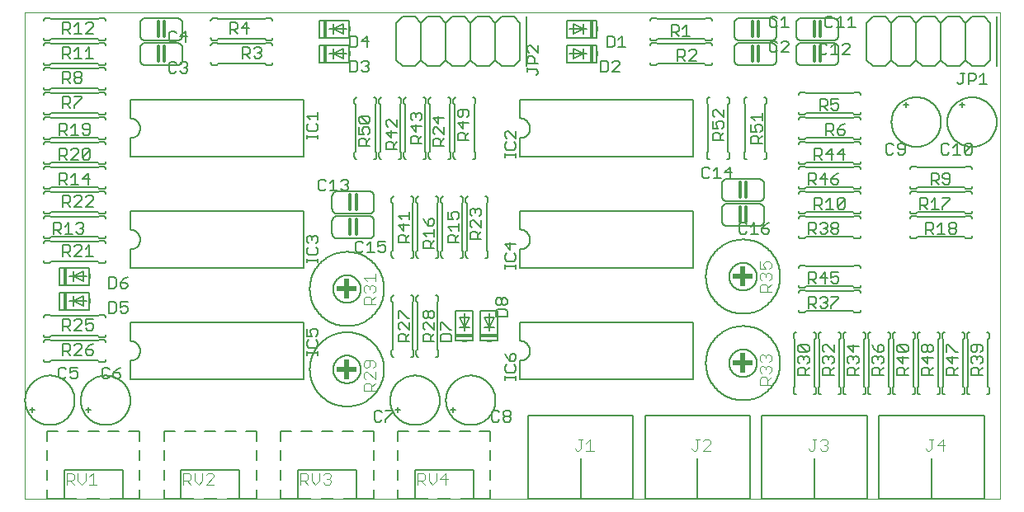
<source format=gto>
G75*
%MOIN*%
%OFA0B0*%
%FSLAX25Y25*%
%IPPOS*%
%LPD*%
%AMOC8*
5,1,8,0,0,1.08239X$1,22.5*
%
%ADD10C,0.00000*%
%ADD11C,0.00600*%
%ADD12C,0.01200*%
%ADD13C,0.00500*%
%ADD14R,0.01500X0.07000*%
%ADD15R,0.00500X0.02000*%
%ADD16R,0.07000X0.01500*%
%ADD17R,0.02000X0.00500*%
%ADD18R,0.02000X0.08000*%
%ADD19R,0.08000X0.02000*%
%ADD20C,0.00400*%
D10*
X0001300Y0001250D02*
X0001300Y0198100D01*
X0395001Y0198100D01*
X0395001Y0001250D01*
X0001300Y0001250D01*
D11*
X0004300Y0036250D02*
X0004300Y0038250D01*
X0005300Y0037250D02*
X0003300Y0037250D01*
X0001300Y0041250D02*
X0001303Y0041495D01*
X0001312Y0041741D01*
X0001327Y0041986D01*
X0001348Y0042230D01*
X0001375Y0042474D01*
X0001408Y0042717D01*
X0001447Y0042960D01*
X0001492Y0043201D01*
X0001543Y0043441D01*
X0001600Y0043680D01*
X0001662Y0043917D01*
X0001731Y0044153D01*
X0001805Y0044387D01*
X0001885Y0044619D01*
X0001970Y0044849D01*
X0002061Y0045077D01*
X0002158Y0045302D01*
X0002260Y0045526D01*
X0002368Y0045746D01*
X0002481Y0045964D01*
X0002599Y0046179D01*
X0002723Y0046391D01*
X0002851Y0046600D01*
X0002985Y0046806D01*
X0003124Y0047008D01*
X0003268Y0047207D01*
X0003417Y0047402D01*
X0003570Y0047594D01*
X0003728Y0047782D01*
X0003890Y0047966D01*
X0004058Y0048145D01*
X0004229Y0048321D01*
X0004405Y0048492D01*
X0004584Y0048660D01*
X0004768Y0048822D01*
X0004956Y0048980D01*
X0005148Y0049133D01*
X0005343Y0049282D01*
X0005542Y0049426D01*
X0005744Y0049565D01*
X0005950Y0049699D01*
X0006159Y0049827D01*
X0006371Y0049951D01*
X0006586Y0050069D01*
X0006804Y0050182D01*
X0007024Y0050290D01*
X0007248Y0050392D01*
X0007473Y0050489D01*
X0007701Y0050580D01*
X0007931Y0050665D01*
X0008163Y0050745D01*
X0008397Y0050819D01*
X0008633Y0050888D01*
X0008870Y0050950D01*
X0009109Y0051007D01*
X0009349Y0051058D01*
X0009590Y0051103D01*
X0009833Y0051142D01*
X0010076Y0051175D01*
X0010320Y0051202D01*
X0010564Y0051223D01*
X0010809Y0051238D01*
X0011055Y0051247D01*
X0011300Y0051250D01*
X0011545Y0051247D01*
X0011791Y0051238D01*
X0012036Y0051223D01*
X0012280Y0051202D01*
X0012524Y0051175D01*
X0012767Y0051142D01*
X0013010Y0051103D01*
X0013251Y0051058D01*
X0013491Y0051007D01*
X0013730Y0050950D01*
X0013967Y0050888D01*
X0014203Y0050819D01*
X0014437Y0050745D01*
X0014669Y0050665D01*
X0014899Y0050580D01*
X0015127Y0050489D01*
X0015352Y0050392D01*
X0015576Y0050290D01*
X0015796Y0050182D01*
X0016014Y0050069D01*
X0016229Y0049951D01*
X0016441Y0049827D01*
X0016650Y0049699D01*
X0016856Y0049565D01*
X0017058Y0049426D01*
X0017257Y0049282D01*
X0017452Y0049133D01*
X0017644Y0048980D01*
X0017832Y0048822D01*
X0018016Y0048660D01*
X0018195Y0048492D01*
X0018371Y0048321D01*
X0018542Y0048145D01*
X0018710Y0047966D01*
X0018872Y0047782D01*
X0019030Y0047594D01*
X0019183Y0047402D01*
X0019332Y0047207D01*
X0019476Y0047008D01*
X0019615Y0046806D01*
X0019749Y0046600D01*
X0019877Y0046391D01*
X0020001Y0046179D01*
X0020119Y0045964D01*
X0020232Y0045746D01*
X0020340Y0045526D01*
X0020442Y0045302D01*
X0020539Y0045077D01*
X0020630Y0044849D01*
X0020715Y0044619D01*
X0020795Y0044387D01*
X0020869Y0044153D01*
X0020938Y0043917D01*
X0021000Y0043680D01*
X0021057Y0043441D01*
X0021108Y0043201D01*
X0021153Y0042960D01*
X0021192Y0042717D01*
X0021225Y0042474D01*
X0021252Y0042230D01*
X0021273Y0041986D01*
X0021288Y0041741D01*
X0021297Y0041495D01*
X0021300Y0041250D01*
X0021297Y0041005D01*
X0021288Y0040759D01*
X0021273Y0040514D01*
X0021252Y0040270D01*
X0021225Y0040026D01*
X0021192Y0039783D01*
X0021153Y0039540D01*
X0021108Y0039299D01*
X0021057Y0039059D01*
X0021000Y0038820D01*
X0020938Y0038583D01*
X0020869Y0038347D01*
X0020795Y0038113D01*
X0020715Y0037881D01*
X0020630Y0037651D01*
X0020539Y0037423D01*
X0020442Y0037198D01*
X0020340Y0036974D01*
X0020232Y0036754D01*
X0020119Y0036536D01*
X0020001Y0036321D01*
X0019877Y0036109D01*
X0019749Y0035900D01*
X0019615Y0035694D01*
X0019476Y0035492D01*
X0019332Y0035293D01*
X0019183Y0035098D01*
X0019030Y0034906D01*
X0018872Y0034718D01*
X0018710Y0034534D01*
X0018542Y0034355D01*
X0018371Y0034179D01*
X0018195Y0034008D01*
X0018016Y0033840D01*
X0017832Y0033678D01*
X0017644Y0033520D01*
X0017452Y0033367D01*
X0017257Y0033218D01*
X0017058Y0033074D01*
X0016856Y0032935D01*
X0016650Y0032801D01*
X0016441Y0032673D01*
X0016229Y0032549D01*
X0016014Y0032431D01*
X0015796Y0032318D01*
X0015576Y0032210D01*
X0015352Y0032108D01*
X0015127Y0032011D01*
X0014899Y0031920D01*
X0014669Y0031835D01*
X0014437Y0031755D01*
X0014203Y0031681D01*
X0013967Y0031612D01*
X0013730Y0031550D01*
X0013491Y0031493D01*
X0013251Y0031442D01*
X0013010Y0031397D01*
X0012767Y0031358D01*
X0012524Y0031325D01*
X0012280Y0031298D01*
X0012036Y0031277D01*
X0011791Y0031262D01*
X0011545Y0031253D01*
X0011300Y0031250D01*
X0011055Y0031253D01*
X0010809Y0031262D01*
X0010564Y0031277D01*
X0010320Y0031298D01*
X0010076Y0031325D01*
X0009833Y0031358D01*
X0009590Y0031397D01*
X0009349Y0031442D01*
X0009109Y0031493D01*
X0008870Y0031550D01*
X0008633Y0031612D01*
X0008397Y0031681D01*
X0008163Y0031755D01*
X0007931Y0031835D01*
X0007701Y0031920D01*
X0007473Y0032011D01*
X0007248Y0032108D01*
X0007024Y0032210D01*
X0006804Y0032318D01*
X0006586Y0032431D01*
X0006371Y0032549D01*
X0006159Y0032673D01*
X0005950Y0032801D01*
X0005744Y0032935D01*
X0005542Y0033074D01*
X0005343Y0033218D01*
X0005148Y0033367D01*
X0004956Y0033520D01*
X0004768Y0033678D01*
X0004584Y0033840D01*
X0004405Y0034008D01*
X0004229Y0034179D01*
X0004058Y0034355D01*
X0003890Y0034534D01*
X0003728Y0034718D01*
X0003570Y0034906D01*
X0003417Y0035098D01*
X0003268Y0035293D01*
X0003124Y0035492D01*
X0002985Y0035694D01*
X0002851Y0035900D01*
X0002723Y0036109D01*
X0002599Y0036321D01*
X0002481Y0036536D01*
X0002368Y0036754D01*
X0002260Y0036974D01*
X0002158Y0037198D01*
X0002061Y0037423D01*
X0001970Y0037651D01*
X0001885Y0037881D01*
X0001805Y0038113D01*
X0001731Y0038347D01*
X0001662Y0038583D01*
X0001600Y0038820D01*
X0001543Y0039059D01*
X0001492Y0039299D01*
X0001447Y0039540D01*
X0001408Y0039783D01*
X0001375Y0040026D01*
X0001348Y0040270D01*
X0001327Y0040514D01*
X0001312Y0040759D01*
X0001303Y0041005D01*
X0001300Y0041250D01*
X0025800Y0037250D02*
X0027800Y0037250D01*
X0026800Y0036250D02*
X0026800Y0038250D01*
X0023800Y0041250D02*
X0023803Y0041495D01*
X0023812Y0041741D01*
X0023827Y0041986D01*
X0023848Y0042230D01*
X0023875Y0042474D01*
X0023908Y0042717D01*
X0023947Y0042960D01*
X0023992Y0043201D01*
X0024043Y0043441D01*
X0024100Y0043680D01*
X0024162Y0043917D01*
X0024231Y0044153D01*
X0024305Y0044387D01*
X0024385Y0044619D01*
X0024470Y0044849D01*
X0024561Y0045077D01*
X0024658Y0045302D01*
X0024760Y0045526D01*
X0024868Y0045746D01*
X0024981Y0045964D01*
X0025099Y0046179D01*
X0025223Y0046391D01*
X0025351Y0046600D01*
X0025485Y0046806D01*
X0025624Y0047008D01*
X0025768Y0047207D01*
X0025917Y0047402D01*
X0026070Y0047594D01*
X0026228Y0047782D01*
X0026390Y0047966D01*
X0026558Y0048145D01*
X0026729Y0048321D01*
X0026905Y0048492D01*
X0027084Y0048660D01*
X0027268Y0048822D01*
X0027456Y0048980D01*
X0027648Y0049133D01*
X0027843Y0049282D01*
X0028042Y0049426D01*
X0028244Y0049565D01*
X0028450Y0049699D01*
X0028659Y0049827D01*
X0028871Y0049951D01*
X0029086Y0050069D01*
X0029304Y0050182D01*
X0029524Y0050290D01*
X0029748Y0050392D01*
X0029973Y0050489D01*
X0030201Y0050580D01*
X0030431Y0050665D01*
X0030663Y0050745D01*
X0030897Y0050819D01*
X0031133Y0050888D01*
X0031370Y0050950D01*
X0031609Y0051007D01*
X0031849Y0051058D01*
X0032090Y0051103D01*
X0032333Y0051142D01*
X0032576Y0051175D01*
X0032820Y0051202D01*
X0033064Y0051223D01*
X0033309Y0051238D01*
X0033555Y0051247D01*
X0033800Y0051250D01*
X0034045Y0051247D01*
X0034291Y0051238D01*
X0034536Y0051223D01*
X0034780Y0051202D01*
X0035024Y0051175D01*
X0035267Y0051142D01*
X0035510Y0051103D01*
X0035751Y0051058D01*
X0035991Y0051007D01*
X0036230Y0050950D01*
X0036467Y0050888D01*
X0036703Y0050819D01*
X0036937Y0050745D01*
X0037169Y0050665D01*
X0037399Y0050580D01*
X0037627Y0050489D01*
X0037852Y0050392D01*
X0038076Y0050290D01*
X0038296Y0050182D01*
X0038514Y0050069D01*
X0038729Y0049951D01*
X0038941Y0049827D01*
X0039150Y0049699D01*
X0039356Y0049565D01*
X0039558Y0049426D01*
X0039757Y0049282D01*
X0039952Y0049133D01*
X0040144Y0048980D01*
X0040332Y0048822D01*
X0040516Y0048660D01*
X0040695Y0048492D01*
X0040871Y0048321D01*
X0041042Y0048145D01*
X0041210Y0047966D01*
X0041372Y0047782D01*
X0041530Y0047594D01*
X0041683Y0047402D01*
X0041832Y0047207D01*
X0041976Y0047008D01*
X0042115Y0046806D01*
X0042249Y0046600D01*
X0042377Y0046391D01*
X0042501Y0046179D01*
X0042619Y0045964D01*
X0042732Y0045746D01*
X0042840Y0045526D01*
X0042942Y0045302D01*
X0043039Y0045077D01*
X0043130Y0044849D01*
X0043215Y0044619D01*
X0043295Y0044387D01*
X0043369Y0044153D01*
X0043438Y0043917D01*
X0043500Y0043680D01*
X0043557Y0043441D01*
X0043608Y0043201D01*
X0043653Y0042960D01*
X0043692Y0042717D01*
X0043725Y0042474D01*
X0043752Y0042230D01*
X0043773Y0041986D01*
X0043788Y0041741D01*
X0043797Y0041495D01*
X0043800Y0041250D01*
X0043797Y0041005D01*
X0043788Y0040759D01*
X0043773Y0040514D01*
X0043752Y0040270D01*
X0043725Y0040026D01*
X0043692Y0039783D01*
X0043653Y0039540D01*
X0043608Y0039299D01*
X0043557Y0039059D01*
X0043500Y0038820D01*
X0043438Y0038583D01*
X0043369Y0038347D01*
X0043295Y0038113D01*
X0043215Y0037881D01*
X0043130Y0037651D01*
X0043039Y0037423D01*
X0042942Y0037198D01*
X0042840Y0036974D01*
X0042732Y0036754D01*
X0042619Y0036536D01*
X0042501Y0036321D01*
X0042377Y0036109D01*
X0042249Y0035900D01*
X0042115Y0035694D01*
X0041976Y0035492D01*
X0041832Y0035293D01*
X0041683Y0035098D01*
X0041530Y0034906D01*
X0041372Y0034718D01*
X0041210Y0034534D01*
X0041042Y0034355D01*
X0040871Y0034179D01*
X0040695Y0034008D01*
X0040516Y0033840D01*
X0040332Y0033678D01*
X0040144Y0033520D01*
X0039952Y0033367D01*
X0039757Y0033218D01*
X0039558Y0033074D01*
X0039356Y0032935D01*
X0039150Y0032801D01*
X0038941Y0032673D01*
X0038729Y0032549D01*
X0038514Y0032431D01*
X0038296Y0032318D01*
X0038076Y0032210D01*
X0037852Y0032108D01*
X0037627Y0032011D01*
X0037399Y0031920D01*
X0037169Y0031835D01*
X0036937Y0031755D01*
X0036703Y0031681D01*
X0036467Y0031612D01*
X0036230Y0031550D01*
X0035991Y0031493D01*
X0035751Y0031442D01*
X0035510Y0031397D01*
X0035267Y0031358D01*
X0035024Y0031325D01*
X0034780Y0031298D01*
X0034536Y0031277D01*
X0034291Y0031262D01*
X0034045Y0031253D01*
X0033800Y0031250D01*
X0033555Y0031253D01*
X0033309Y0031262D01*
X0033064Y0031277D01*
X0032820Y0031298D01*
X0032576Y0031325D01*
X0032333Y0031358D01*
X0032090Y0031397D01*
X0031849Y0031442D01*
X0031609Y0031493D01*
X0031370Y0031550D01*
X0031133Y0031612D01*
X0030897Y0031681D01*
X0030663Y0031755D01*
X0030431Y0031835D01*
X0030201Y0031920D01*
X0029973Y0032011D01*
X0029748Y0032108D01*
X0029524Y0032210D01*
X0029304Y0032318D01*
X0029086Y0032431D01*
X0028871Y0032549D01*
X0028659Y0032673D01*
X0028450Y0032801D01*
X0028244Y0032935D01*
X0028042Y0033074D01*
X0027843Y0033218D01*
X0027648Y0033367D01*
X0027456Y0033520D01*
X0027268Y0033678D01*
X0027084Y0033840D01*
X0026905Y0034008D01*
X0026729Y0034179D01*
X0026558Y0034355D01*
X0026390Y0034534D01*
X0026228Y0034718D01*
X0026070Y0034906D01*
X0025917Y0035098D01*
X0025768Y0035293D01*
X0025624Y0035492D01*
X0025485Y0035694D01*
X0025351Y0035900D01*
X0025223Y0036109D01*
X0025099Y0036321D01*
X0024981Y0036536D01*
X0024868Y0036754D01*
X0024760Y0036974D01*
X0024658Y0037198D01*
X0024561Y0037423D01*
X0024470Y0037651D01*
X0024385Y0037881D01*
X0024305Y0038113D01*
X0024231Y0038347D01*
X0024162Y0038583D01*
X0024100Y0038820D01*
X0024043Y0039059D01*
X0023992Y0039299D01*
X0023947Y0039540D01*
X0023908Y0039783D01*
X0023875Y0040026D01*
X0023848Y0040270D01*
X0023827Y0040514D01*
X0023812Y0040759D01*
X0023803Y0041005D01*
X0023800Y0041250D01*
X0043800Y0049750D02*
X0043800Y0057250D01*
X0043926Y0057252D01*
X0044051Y0057258D01*
X0044176Y0057268D01*
X0044301Y0057282D01*
X0044426Y0057299D01*
X0044550Y0057321D01*
X0044673Y0057346D01*
X0044795Y0057376D01*
X0044916Y0057409D01*
X0045036Y0057446D01*
X0045155Y0057486D01*
X0045272Y0057531D01*
X0045389Y0057579D01*
X0045503Y0057631D01*
X0045616Y0057686D01*
X0045727Y0057745D01*
X0045836Y0057807D01*
X0045943Y0057873D01*
X0046048Y0057942D01*
X0046151Y0058014D01*
X0046252Y0058089D01*
X0046350Y0058168D01*
X0046445Y0058250D01*
X0046538Y0058334D01*
X0046628Y0058422D01*
X0046716Y0058512D01*
X0046800Y0058605D01*
X0046882Y0058700D01*
X0046961Y0058798D01*
X0047036Y0058899D01*
X0047108Y0059002D01*
X0047177Y0059107D01*
X0047243Y0059214D01*
X0047305Y0059323D01*
X0047364Y0059434D01*
X0047419Y0059547D01*
X0047471Y0059661D01*
X0047519Y0059778D01*
X0047564Y0059895D01*
X0047604Y0060014D01*
X0047641Y0060134D01*
X0047674Y0060255D01*
X0047704Y0060377D01*
X0047729Y0060500D01*
X0047751Y0060624D01*
X0047768Y0060749D01*
X0047782Y0060874D01*
X0047792Y0060999D01*
X0047798Y0061124D01*
X0047800Y0061250D01*
X0047798Y0061376D01*
X0047792Y0061501D01*
X0047782Y0061626D01*
X0047768Y0061751D01*
X0047751Y0061876D01*
X0047729Y0062000D01*
X0047704Y0062123D01*
X0047674Y0062245D01*
X0047641Y0062366D01*
X0047604Y0062486D01*
X0047564Y0062605D01*
X0047519Y0062722D01*
X0047471Y0062839D01*
X0047419Y0062953D01*
X0047364Y0063066D01*
X0047305Y0063177D01*
X0047243Y0063286D01*
X0047177Y0063393D01*
X0047108Y0063498D01*
X0047036Y0063601D01*
X0046961Y0063702D01*
X0046882Y0063800D01*
X0046800Y0063895D01*
X0046716Y0063988D01*
X0046628Y0064078D01*
X0046538Y0064166D01*
X0046445Y0064250D01*
X0046350Y0064332D01*
X0046252Y0064411D01*
X0046151Y0064486D01*
X0046048Y0064558D01*
X0045943Y0064627D01*
X0045836Y0064693D01*
X0045727Y0064755D01*
X0045616Y0064814D01*
X0045503Y0064869D01*
X0045389Y0064921D01*
X0045272Y0064969D01*
X0045155Y0065014D01*
X0045036Y0065054D01*
X0044916Y0065091D01*
X0044795Y0065124D01*
X0044673Y0065154D01*
X0044550Y0065179D01*
X0044426Y0065201D01*
X0044301Y0065218D01*
X0044176Y0065232D01*
X0044051Y0065242D01*
X0043926Y0065248D01*
X0043800Y0065250D01*
X0043800Y0072750D01*
X0113800Y0072750D01*
X0113800Y0049750D01*
X0043800Y0049750D01*
X0032800Y0056750D02*
X0031300Y0056750D01*
X0030800Y0057250D01*
X0011800Y0057250D01*
X0011300Y0056750D01*
X0009800Y0056750D01*
X0009740Y0056752D01*
X0009679Y0056757D01*
X0009620Y0056766D01*
X0009561Y0056779D01*
X0009502Y0056795D01*
X0009445Y0056815D01*
X0009390Y0056838D01*
X0009335Y0056865D01*
X0009283Y0056894D01*
X0009232Y0056927D01*
X0009183Y0056963D01*
X0009137Y0057001D01*
X0009093Y0057043D01*
X0009051Y0057087D01*
X0009013Y0057133D01*
X0008977Y0057182D01*
X0008944Y0057233D01*
X0008915Y0057285D01*
X0008888Y0057340D01*
X0008865Y0057395D01*
X0008845Y0057452D01*
X0008829Y0057511D01*
X0008816Y0057570D01*
X0008807Y0057629D01*
X0008802Y0057690D01*
X0008800Y0057750D01*
X0008800Y0064750D02*
X0008802Y0064810D01*
X0008807Y0064871D01*
X0008816Y0064930D01*
X0008829Y0064989D01*
X0008845Y0065048D01*
X0008865Y0065105D01*
X0008888Y0065160D01*
X0008915Y0065215D01*
X0008944Y0065267D01*
X0008977Y0065318D01*
X0009013Y0065367D01*
X0009051Y0065413D01*
X0009093Y0065457D01*
X0009137Y0065499D01*
X0009183Y0065537D01*
X0009232Y0065573D01*
X0009283Y0065606D01*
X0009335Y0065635D01*
X0009390Y0065662D01*
X0009445Y0065685D01*
X0009502Y0065705D01*
X0009561Y0065721D01*
X0009620Y0065734D01*
X0009679Y0065743D01*
X0009740Y0065748D01*
X0009800Y0065750D01*
X0011300Y0065750D01*
X0011800Y0065250D01*
X0030800Y0065250D01*
X0031300Y0065750D01*
X0032800Y0065750D01*
X0032860Y0065748D01*
X0032921Y0065743D01*
X0032980Y0065734D01*
X0033039Y0065721D01*
X0033098Y0065705D01*
X0033155Y0065685D01*
X0033210Y0065662D01*
X0033265Y0065635D01*
X0033317Y0065606D01*
X0033368Y0065573D01*
X0033417Y0065537D01*
X0033463Y0065499D01*
X0033507Y0065457D01*
X0033549Y0065413D01*
X0033587Y0065367D01*
X0033623Y0065318D01*
X0033656Y0065267D01*
X0033685Y0065215D01*
X0033712Y0065160D01*
X0033735Y0065105D01*
X0033755Y0065048D01*
X0033771Y0064989D01*
X0033784Y0064930D01*
X0033793Y0064871D01*
X0033798Y0064810D01*
X0033800Y0064750D01*
X0032800Y0066750D02*
X0031300Y0066750D01*
X0030800Y0067250D01*
X0011800Y0067250D01*
X0011300Y0066750D01*
X0009800Y0066750D01*
X0009740Y0066752D01*
X0009679Y0066757D01*
X0009620Y0066766D01*
X0009561Y0066779D01*
X0009502Y0066795D01*
X0009445Y0066815D01*
X0009390Y0066838D01*
X0009335Y0066865D01*
X0009283Y0066894D01*
X0009232Y0066927D01*
X0009183Y0066963D01*
X0009137Y0067001D01*
X0009093Y0067043D01*
X0009051Y0067087D01*
X0009013Y0067133D01*
X0008977Y0067182D01*
X0008944Y0067233D01*
X0008915Y0067285D01*
X0008888Y0067340D01*
X0008865Y0067395D01*
X0008845Y0067452D01*
X0008829Y0067511D01*
X0008816Y0067570D01*
X0008807Y0067629D01*
X0008802Y0067690D01*
X0008800Y0067750D01*
X0008800Y0074750D02*
X0008802Y0074810D01*
X0008807Y0074871D01*
X0008816Y0074930D01*
X0008829Y0074989D01*
X0008845Y0075048D01*
X0008865Y0075105D01*
X0008888Y0075160D01*
X0008915Y0075215D01*
X0008944Y0075267D01*
X0008977Y0075318D01*
X0009013Y0075367D01*
X0009051Y0075413D01*
X0009093Y0075457D01*
X0009137Y0075499D01*
X0009183Y0075537D01*
X0009232Y0075573D01*
X0009283Y0075606D01*
X0009335Y0075635D01*
X0009390Y0075662D01*
X0009445Y0075685D01*
X0009502Y0075705D01*
X0009561Y0075721D01*
X0009620Y0075734D01*
X0009679Y0075743D01*
X0009740Y0075748D01*
X0009800Y0075750D01*
X0011300Y0075750D01*
X0011800Y0075250D01*
X0030800Y0075250D01*
X0031300Y0075750D01*
X0032800Y0075750D01*
X0032860Y0075748D01*
X0032921Y0075743D01*
X0032980Y0075734D01*
X0033039Y0075721D01*
X0033098Y0075705D01*
X0033155Y0075685D01*
X0033210Y0075662D01*
X0033265Y0075635D01*
X0033317Y0075606D01*
X0033368Y0075573D01*
X0033417Y0075537D01*
X0033463Y0075499D01*
X0033507Y0075457D01*
X0033549Y0075413D01*
X0033587Y0075367D01*
X0033623Y0075318D01*
X0033656Y0075267D01*
X0033685Y0075215D01*
X0033712Y0075160D01*
X0033735Y0075105D01*
X0033755Y0075048D01*
X0033771Y0074989D01*
X0033784Y0074930D01*
X0033793Y0074871D01*
X0033798Y0074810D01*
X0033800Y0074750D01*
X0027300Y0077750D02*
X0027300Y0084750D01*
X0015300Y0084750D01*
X0015300Y0077750D01*
X0027300Y0077750D01*
X0024800Y0079250D02*
X0020800Y0081250D01*
X0020800Y0079250D01*
X0020800Y0081250D02*
X0019300Y0081250D01*
X0020800Y0081250D02*
X0020800Y0083250D01*
X0020800Y0081250D02*
X0024800Y0083250D01*
X0024800Y0079250D01*
X0026300Y0081250D02*
X0020800Y0081250D01*
X0015300Y0087750D02*
X0015300Y0094750D01*
X0027300Y0094750D01*
X0027300Y0087750D01*
X0015300Y0087750D01*
X0019300Y0091250D02*
X0020800Y0091250D01*
X0020800Y0089250D01*
X0020800Y0091250D02*
X0024800Y0089250D01*
X0024800Y0093250D01*
X0020800Y0091250D01*
X0020800Y0093250D01*
X0020800Y0091250D02*
X0026300Y0091250D01*
X0031300Y0096750D02*
X0032800Y0096750D01*
X0032860Y0096752D01*
X0032921Y0096757D01*
X0032980Y0096766D01*
X0033039Y0096779D01*
X0033098Y0096795D01*
X0033155Y0096815D01*
X0033210Y0096838D01*
X0033265Y0096865D01*
X0033317Y0096894D01*
X0033368Y0096927D01*
X0033417Y0096963D01*
X0033463Y0097001D01*
X0033507Y0097043D01*
X0033549Y0097087D01*
X0033587Y0097133D01*
X0033623Y0097182D01*
X0033656Y0097233D01*
X0033685Y0097285D01*
X0033712Y0097340D01*
X0033735Y0097395D01*
X0033755Y0097452D01*
X0033771Y0097511D01*
X0033784Y0097570D01*
X0033793Y0097629D01*
X0033798Y0097690D01*
X0033800Y0097750D01*
X0031300Y0096750D02*
X0030800Y0097250D01*
X0011800Y0097250D01*
X0011300Y0096750D01*
X0009800Y0096750D01*
X0009740Y0096752D01*
X0009679Y0096757D01*
X0009620Y0096766D01*
X0009561Y0096779D01*
X0009502Y0096795D01*
X0009445Y0096815D01*
X0009390Y0096838D01*
X0009335Y0096865D01*
X0009283Y0096894D01*
X0009232Y0096927D01*
X0009183Y0096963D01*
X0009137Y0097001D01*
X0009093Y0097043D01*
X0009051Y0097087D01*
X0009013Y0097133D01*
X0008977Y0097182D01*
X0008944Y0097233D01*
X0008915Y0097285D01*
X0008888Y0097340D01*
X0008865Y0097395D01*
X0008845Y0097452D01*
X0008829Y0097511D01*
X0008816Y0097570D01*
X0008807Y0097629D01*
X0008802Y0097690D01*
X0008800Y0097750D01*
X0008800Y0104750D02*
X0008802Y0104810D01*
X0008807Y0104871D01*
X0008816Y0104930D01*
X0008829Y0104989D01*
X0008845Y0105048D01*
X0008865Y0105105D01*
X0008888Y0105160D01*
X0008915Y0105215D01*
X0008944Y0105267D01*
X0008977Y0105318D01*
X0009013Y0105367D01*
X0009051Y0105413D01*
X0009093Y0105457D01*
X0009137Y0105499D01*
X0009183Y0105537D01*
X0009232Y0105573D01*
X0009283Y0105606D01*
X0009335Y0105635D01*
X0009390Y0105662D01*
X0009445Y0105685D01*
X0009502Y0105705D01*
X0009561Y0105721D01*
X0009620Y0105734D01*
X0009679Y0105743D01*
X0009740Y0105748D01*
X0009800Y0105750D01*
X0011300Y0105750D01*
X0011800Y0105250D01*
X0030800Y0105250D01*
X0031300Y0105750D01*
X0032800Y0105750D01*
X0032800Y0106750D02*
X0031300Y0106750D01*
X0030800Y0107250D01*
X0011800Y0107250D01*
X0011300Y0106750D01*
X0009800Y0106750D01*
X0009740Y0106752D01*
X0009679Y0106757D01*
X0009620Y0106766D01*
X0009561Y0106779D01*
X0009502Y0106795D01*
X0009445Y0106815D01*
X0009390Y0106838D01*
X0009335Y0106865D01*
X0009283Y0106894D01*
X0009232Y0106927D01*
X0009183Y0106963D01*
X0009137Y0107001D01*
X0009093Y0107043D01*
X0009051Y0107087D01*
X0009013Y0107133D01*
X0008977Y0107182D01*
X0008944Y0107233D01*
X0008915Y0107285D01*
X0008888Y0107340D01*
X0008865Y0107395D01*
X0008845Y0107452D01*
X0008829Y0107511D01*
X0008816Y0107570D01*
X0008807Y0107629D01*
X0008802Y0107690D01*
X0008800Y0107750D01*
X0008800Y0114750D02*
X0008802Y0114810D01*
X0008807Y0114871D01*
X0008816Y0114930D01*
X0008829Y0114989D01*
X0008845Y0115048D01*
X0008865Y0115105D01*
X0008888Y0115160D01*
X0008915Y0115215D01*
X0008944Y0115267D01*
X0008977Y0115318D01*
X0009013Y0115367D01*
X0009051Y0115413D01*
X0009093Y0115457D01*
X0009137Y0115499D01*
X0009183Y0115537D01*
X0009232Y0115573D01*
X0009283Y0115606D01*
X0009335Y0115635D01*
X0009390Y0115662D01*
X0009445Y0115685D01*
X0009502Y0115705D01*
X0009561Y0115721D01*
X0009620Y0115734D01*
X0009679Y0115743D01*
X0009740Y0115748D01*
X0009800Y0115750D01*
X0011300Y0115750D01*
X0011800Y0115250D01*
X0030800Y0115250D01*
X0031300Y0115750D01*
X0032800Y0115750D01*
X0032860Y0115748D01*
X0032921Y0115743D01*
X0032980Y0115734D01*
X0033039Y0115721D01*
X0033098Y0115705D01*
X0033155Y0115685D01*
X0033210Y0115662D01*
X0033265Y0115635D01*
X0033317Y0115606D01*
X0033368Y0115573D01*
X0033417Y0115537D01*
X0033463Y0115499D01*
X0033507Y0115457D01*
X0033549Y0115413D01*
X0033587Y0115367D01*
X0033623Y0115318D01*
X0033656Y0115267D01*
X0033685Y0115215D01*
X0033712Y0115160D01*
X0033735Y0115105D01*
X0033755Y0115048D01*
X0033771Y0114989D01*
X0033784Y0114930D01*
X0033793Y0114871D01*
X0033798Y0114810D01*
X0033800Y0114750D01*
X0032800Y0116750D02*
X0031300Y0116750D01*
X0030800Y0117250D01*
X0011800Y0117250D01*
X0011300Y0116750D01*
X0009800Y0116750D01*
X0009740Y0116752D01*
X0009679Y0116757D01*
X0009620Y0116766D01*
X0009561Y0116779D01*
X0009502Y0116795D01*
X0009445Y0116815D01*
X0009390Y0116838D01*
X0009335Y0116865D01*
X0009283Y0116894D01*
X0009232Y0116927D01*
X0009183Y0116963D01*
X0009137Y0117001D01*
X0009093Y0117043D01*
X0009051Y0117087D01*
X0009013Y0117133D01*
X0008977Y0117182D01*
X0008944Y0117233D01*
X0008915Y0117285D01*
X0008888Y0117340D01*
X0008865Y0117395D01*
X0008845Y0117452D01*
X0008829Y0117511D01*
X0008816Y0117570D01*
X0008807Y0117629D01*
X0008802Y0117690D01*
X0008800Y0117750D01*
X0008800Y0124750D02*
X0008802Y0124810D01*
X0008807Y0124871D01*
X0008816Y0124930D01*
X0008829Y0124989D01*
X0008845Y0125048D01*
X0008865Y0125105D01*
X0008888Y0125160D01*
X0008915Y0125215D01*
X0008944Y0125267D01*
X0008977Y0125318D01*
X0009013Y0125367D01*
X0009051Y0125413D01*
X0009093Y0125457D01*
X0009137Y0125499D01*
X0009183Y0125537D01*
X0009232Y0125573D01*
X0009283Y0125606D01*
X0009335Y0125635D01*
X0009390Y0125662D01*
X0009445Y0125685D01*
X0009502Y0125705D01*
X0009561Y0125721D01*
X0009620Y0125734D01*
X0009679Y0125743D01*
X0009740Y0125748D01*
X0009800Y0125750D01*
X0011300Y0125750D01*
X0011800Y0125250D01*
X0030800Y0125250D01*
X0031300Y0125750D01*
X0032800Y0125750D01*
X0032860Y0125748D01*
X0032921Y0125743D01*
X0032980Y0125734D01*
X0033039Y0125721D01*
X0033098Y0125705D01*
X0033155Y0125685D01*
X0033210Y0125662D01*
X0033265Y0125635D01*
X0033317Y0125606D01*
X0033368Y0125573D01*
X0033417Y0125537D01*
X0033463Y0125499D01*
X0033507Y0125457D01*
X0033549Y0125413D01*
X0033587Y0125367D01*
X0033623Y0125318D01*
X0033656Y0125267D01*
X0033685Y0125215D01*
X0033712Y0125160D01*
X0033735Y0125105D01*
X0033755Y0125048D01*
X0033771Y0124989D01*
X0033784Y0124930D01*
X0033793Y0124871D01*
X0033798Y0124810D01*
X0033800Y0124750D01*
X0032800Y0126750D02*
X0031300Y0126750D01*
X0030800Y0127250D01*
X0011800Y0127250D01*
X0011300Y0126750D01*
X0009800Y0126750D01*
X0009740Y0126752D01*
X0009679Y0126757D01*
X0009620Y0126766D01*
X0009561Y0126779D01*
X0009502Y0126795D01*
X0009445Y0126815D01*
X0009390Y0126838D01*
X0009335Y0126865D01*
X0009283Y0126894D01*
X0009232Y0126927D01*
X0009183Y0126963D01*
X0009137Y0127001D01*
X0009093Y0127043D01*
X0009051Y0127087D01*
X0009013Y0127133D01*
X0008977Y0127182D01*
X0008944Y0127233D01*
X0008915Y0127285D01*
X0008888Y0127340D01*
X0008865Y0127395D01*
X0008845Y0127452D01*
X0008829Y0127511D01*
X0008816Y0127570D01*
X0008807Y0127629D01*
X0008802Y0127690D01*
X0008800Y0127750D01*
X0008800Y0134750D02*
X0008802Y0134810D01*
X0008807Y0134871D01*
X0008816Y0134930D01*
X0008829Y0134989D01*
X0008845Y0135048D01*
X0008865Y0135105D01*
X0008888Y0135160D01*
X0008915Y0135215D01*
X0008944Y0135267D01*
X0008977Y0135318D01*
X0009013Y0135367D01*
X0009051Y0135413D01*
X0009093Y0135457D01*
X0009137Y0135499D01*
X0009183Y0135537D01*
X0009232Y0135573D01*
X0009283Y0135606D01*
X0009335Y0135635D01*
X0009390Y0135662D01*
X0009445Y0135685D01*
X0009502Y0135705D01*
X0009561Y0135721D01*
X0009620Y0135734D01*
X0009679Y0135743D01*
X0009740Y0135748D01*
X0009800Y0135750D01*
X0011300Y0135750D01*
X0011800Y0135250D01*
X0030800Y0135250D01*
X0031300Y0135750D01*
X0032800Y0135750D01*
X0032860Y0135748D01*
X0032921Y0135743D01*
X0032980Y0135734D01*
X0033039Y0135721D01*
X0033098Y0135705D01*
X0033155Y0135685D01*
X0033210Y0135662D01*
X0033265Y0135635D01*
X0033317Y0135606D01*
X0033368Y0135573D01*
X0033417Y0135537D01*
X0033463Y0135499D01*
X0033507Y0135457D01*
X0033549Y0135413D01*
X0033587Y0135367D01*
X0033623Y0135318D01*
X0033656Y0135267D01*
X0033685Y0135215D01*
X0033712Y0135160D01*
X0033735Y0135105D01*
X0033755Y0135048D01*
X0033771Y0134989D01*
X0033784Y0134930D01*
X0033793Y0134871D01*
X0033798Y0134810D01*
X0033800Y0134750D01*
X0032800Y0136750D02*
X0031300Y0136750D01*
X0030800Y0137250D01*
X0011800Y0137250D01*
X0011300Y0136750D01*
X0009800Y0136750D01*
X0009740Y0136752D01*
X0009679Y0136757D01*
X0009620Y0136766D01*
X0009561Y0136779D01*
X0009502Y0136795D01*
X0009445Y0136815D01*
X0009390Y0136838D01*
X0009335Y0136865D01*
X0009283Y0136894D01*
X0009232Y0136927D01*
X0009183Y0136963D01*
X0009137Y0137001D01*
X0009093Y0137043D01*
X0009051Y0137087D01*
X0009013Y0137133D01*
X0008977Y0137182D01*
X0008944Y0137233D01*
X0008915Y0137285D01*
X0008888Y0137340D01*
X0008865Y0137395D01*
X0008845Y0137452D01*
X0008829Y0137511D01*
X0008816Y0137570D01*
X0008807Y0137629D01*
X0008802Y0137690D01*
X0008800Y0137750D01*
X0008800Y0144750D02*
X0008802Y0144810D01*
X0008807Y0144871D01*
X0008816Y0144930D01*
X0008829Y0144989D01*
X0008845Y0145048D01*
X0008865Y0145105D01*
X0008888Y0145160D01*
X0008915Y0145215D01*
X0008944Y0145267D01*
X0008977Y0145318D01*
X0009013Y0145367D01*
X0009051Y0145413D01*
X0009093Y0145457D01*
X0009137Y0145499D01*
X0009183Y0145537D01*
X0009232Y0145573D01*
X0009283Y0145606D01*
X0009335Y0145635D01*
X0009390Y0145662D01*
X0009445Y0145685D01*
X0009502Y0145705D01*
X0009561Y0145721D01*
X0009620Y0145734D01*
X0009679Y0145743D01*
X0009740Y0145748D01*
X0009800Y0145750D01*
X0011300Y0145750D01*
X0011800Y0145250D01*
X0030800Y0145250D01*
X0031300Y0145750D01*
X0032800Y0145750D01*
X0032860Y0145748D01*
X0032921Y0145743D01*
X0032980Y0145734D01*
X0033039Y0145721D01*
X0033098Y0145705D01*
X0033155Y0145685D01*
X0033210Y0145662D01*
X0033265Y0145635D01*
X0033317Y0145606D01*
X0033368Y0145573D01*
X0033417Y0145537D01*
X0033463Y0145499D01*
X0033507Y0145457D01*
X0033549Y0145413D01*
X0033587Y0145367D01*
X0033623Y0145318D01*
X0033656Y0145267D01*
X0033685Y0145215D01*
X0033712Y0145160D01*
X0033735Y0145105D01*
X0033755Y0145048D01*
X0033771Y0144989D01*
X0033784Y0144930D01*
X0033793Y0144871D01*
X0033798Y0144810D01*
X0033800Y0144750D01*
X0032800Y0146750D02*
X0031300Y0146750D01*
X0030800Y0147250D01*
X0011800Y0147250D01*
X0011300Y0146750D01*
X0009800Y0146750D01*
X0009740Y0146752D01*
X0009679Y0146757D01*
X0009620Y0146766D01*
X0009561Y0146779D01*
X0009502Y0146795D01*
X0009445Y0146815D01*
X0009390Y0146838D01*
X0009335Y0146865D01*
X0009283Y0146894D01*
X0009232Y0146927D01*
X0009183Y0146963D01*
X0009137Y0147001D01*
X0009093Y0147043D01*
X0009051Y0147087D01*
X0009013Y0147133D01*
X0008977Y0147182D01*
X0008944Y0147233D01*
X0008915Y0147285D01*
X0008888Y0147340D01*
X0008865Y0147395D01*
X0008845Y0147452D01*
X0008829Y0147511D01*
X0008816Y0147570D01*
X0008807Y0147629D01*
X0008802Y0147690D01*
X0008800Y0147750D01*
X0008800Y0154750D02*
X0008802Y0154810D01*
X0008807Y0154871D01*
X0008816Y0154930D01*
X0008829Y0154989D01*
X0008845Y0155048D01*
X0008865Y0155105D01*
X0008888Y0155160D01*
X0008915Y0155215D01*
X0008944Y0155267D01*
X0008977Y0155318D01*
X0009013Y0155367D01*
X0009051Y0155413D01*
X0009093Y0155457D01*
X0009137Y0155499D01*
X0009183Y0155537D01*
X0009232Y0155573D01*
X0009283Y0155606D01*
X0009335Y0155635D01*
X0009390Y0155662D01*
X0009445Y0155685D01*
X0009502Y0155705D01*
X0009561Y0155721D01*
X0009620Y0155734D01*
X0009679Y0155743D01*
X0009740Y0155748D01*
X0009800Y0155750D01*
X0011300Y0155750D01*
X0011800Y0155250D01*
X0030800Y0155250D01*
X0031300Y0155750D01*
X0032800Y0155750D01*
X0032800Y0156750D02*
X0031300Y0156750D01*
X0030800Y0157250D01*
X0011800Y0157250D01*
X0011300Y0156750D01*
X0009800Y0156750D01*
X0009740Y0156752D01*
X0009679Y0156757D01*
X0009620Y0156766D01*
X0009561Y0156779D01*
X0009502Y0156795D01*
X0009445Y0156815D01*
X0009390Y0156838D01*
X0009335Y0156865D01*
X0009283Y0156894D01*
X0009232Y0156927D01*
X0009183Y0156963D01*
X0009137Y0157001D01*
X0009093Y0157043D01*
X0009051Y0157087D01*
X0009013Y0157133D01*
X0008977Y0157182D01*
X0008944Y0157233D01*
X0008915Y0157285D01*
X0008888Y0157340D01*
X0008865Y0157395D01*
X0008845Y0157452D01*
X0008829Y0157511D01*
X0008816Y0157570D01*
X0008807Y0157629D01*
X0008802Y0157690D01*
X0008800Y0157750D01*
X0008800Y0164750D02*
X0008802Y0164810D01*
X0008807Y0164871D01*
X0008816Y0164930D01*
X0008829Y0164989D01*
X0008845Y0165048D01*
X0008865Y0165105D01*
X0008888Y0165160D01*
X0008915Y0165215D01*
X0008944Y0165267D01*
X0008977Y0165318D01*
X0009013Y0165367D01*
X0009051Y0165413D01*
X0009093Y0165457D01*
X0009137Y0165499D01*
X0009183Y0165537D01*
X0009232Y0165573D01*
X0009283Y0165606D01*
X0009335Y0165635D01*
X0009390Y0165662D01*
X0009445Y0165685D01*
X0009502Y0165705D01*
X0009561Y0165721D01*
X0009620Y0165734D01*
X0009679Y0165743D01*
X0009740Y0165748D01*
X0009800Y0165750D01*
X0011300Y0165750D01*
X0011800Y0165250D01*
X0030800Y0165250D01*
X0031300Y0165750D01*
X0032800Y0165750D01*
X0032800Y0166750D02*
X0031300Y0166750D01*
X0030800Y0167250D01*
X0011800Y0167250D01*
X0011300Y0166750D01*
X0009800Y0166750D01*
X0009740Y0166752D01*
X0009679Y0166757D01*
X0009620Y0166766D01*
X0009561Y0166779D01*
X0009502Y0166795D01*
X0009445Y0166815D01*
X0009390Y0166838D01*
X0009335Y0166865D01*
X0009283Y0166894D01*
X0009232Y0166927D01*
X0009183Y0166963D01*
X0009137Y0167001D01*
X0009093Y0167043D01*
X0009051Y0167087D01*
X0009013Y0167133D01*
X0008977Y0167182D01*
X0008944Y0167233D01*
X0008915Y0167285D01*
X0008888Y0167340D01*
X0008865Y0167395D01*
X0008845Y0167452D01*
X0008829Y0167511D01*
X0008816Y0167570D01*
X0008807Y0167629D01*
X0008802Y0167690D01*
X0008800Y0167750D01*
X0008800Y0174750D02*
X0008802Y0174810D01*
X0008807Y0174871D01*
X0008816Y0174930D01*
X0008829Y0174989D01*
X0008845Y0175048D01*
X0008865Y0175105D01*
X0008888Y0175160D01*
X0008915Y0175215D01*
X0008944Y0175267D01*
X0008977Y0175318D01*
X0009013Y0175367D01*
X0009051Y0175413D01*
X0009093Y0175457D01*
X0009137Y0175499D01*
X0009183Y0175537D01*
X0009232Y0175573D01*
X0009283Y0175606D01*
X0009335Y0175635D01*
X0009390Y0175662D01*
X0009445Y0175685D01*
X0009502Y0175705D01*
X0009561Y0175721D01*
X0009620Y0175734D01*
X0009679Y0175743D01*
X0009740Y0175748D01*
X0009800Y0175750D01*
X0011300Y0175750D01*
X0011800Y0175250D01*
X0030800Y0175250D01*
X0031300Y0175750D01*
X0032800Y0175750D01*
X0032800Y0176750D02*
X0031300Y0176750D01*
X0030800Y0177250D01*
X0011800Y0177250D01*
X0011300Y0176750D01*
X0009800Y0176750D01*
X0009740Y0176752D01*
X0009679Y0176757D01*
X0009620Y0176766D01*
X0009561Y0176779D01*
X0009502Y0176795D01*
X0009445Y0176815D01*
X0009390Y0176838D01*
X0009335Y0176865D01*
X0009283Y0176894D01*
X0009232Y0176927D01*
X0009183Y0176963D01*
X0009137Y0177001D01*
X0009093Y0177043D01*
X0009051Y0177087D01*
X0009013Y0177133D01*
X0008977Y0177182D01*
X0008944Y0177233D01*
X0008915Y0177285D01*
X0008888Y0177340D01*
X0008865Y0177395D01*
X0008845Y0177452D01*
X0008829Y0177511D01*
X0008816Y0177570D01*
X0008807Y0177629D01*
X0008802Y0177690D01*
X0008800Y0177750D01*
X0008800Y0184750D02*
X0008802Y0184810D01*
X0008807Y0184871D01*
X0008816Y0184930D01*
X0008829Y0184989D01*
X0008845Y0185048D01*
X0008865Y0185105D01*
X0008888Y0185160D01*
X0008915Y0185215D01*
X0008944Y0185267D01*
X0008977Y0185318D01*
X0009013Y0185367D01*
X0009051Y0185413D01*
X0009093Y0185457D01*
X0009137Y0185499D01*
X0009183Y0185537D01*
X0009232Y0185573D01*
X0009283Y0185606D01*
X0009335Y0185635D01*
X0009390Y0185662D01*
X0009445Y0185685D01*
X0009502Y0185705D01*
X0009561Y0185721D01*
X0009620Y0185734D01*
X0009679Y0185743D01*
X0009740Y0185748D01*
X0009800Y0185750D01*
X0011300Y0185750D01*
X0011800Y0185250D01*
X0030800Y0185250D01*
X0031300Y0185750D01*
X0032800Y0185750D01*
X0032860Y0185748D01*
X0032921Y0185743D01*
X0032980Y0185734D01*
X0033039Y0185721D01*
X0033098Y0185705D01*
X0033155Y0185685D01*
X0033210Y0185662D01*
X0033265Y0185635D01*
X0033317Y0185606D01*
X0033368Y0185573D01*
X0033417Y0185537D01*
X0033463Y0185499D01*
X0033507Y0185457D01*
X0033549Y0185413D01*
X0033587Y0185367D01*
X0033623Y0185318D01*
X0033656Y0185267D01*
X0033685Y0185215D01*
X0033712Y0185160D01*
X0033735Y0185105D01*
X0033755Y0185048D01*
X0033771Y0184989D01*
X0033784Y0184930D01*
X0033793Y0184871D01*
X0033798Y0184810D01*
X0033800Y0184750D01*
X0032800Y0186750D02*
X0031300Y0186750D01*
X0030800Y0187250D01*
X0011800Y0187250D01*
X0011300Y0186750D01*
X0009800Y0186750D01*
X0009740Y0186752D01*
X0009679Y0186757D01*
X0009620Y0186766D01*
X0009561Y0186779D01*
X0009502Y0186795D01*
X0009445Y0186815D01*
X0009390Y0186838D01*
X0009335Y0186865D01*
X0009283Y0186894D01*
X0009232Y0186927D01*
X0009183Y0186963D01*
X0009137Y0187001D01*
X0009093Y0187043D01*
X0009051Y0187087D01*
X0009013Y0187133D01*
X0008977Y0187182D01*
X0008944Y0187233D01*
X0008915Y0187285D01*
X0008888Y0187340D01*
X0008865Y0187395D01*
X0008845Y0187452D01*
X0008829Y0187511D01*
X0008816Y0187570D01*
X0008807Y0187629D01*
X0008802Y0187690D01*
X0008800Y0187750D01*
X0008800Y0194750D02*
X0008802Y0194810D01*
X0008807Y0194871D01*
X0008816Y0194930D01*
X0008829Y0194989D01*
X0008845Y0195048D01*
X0008865Y0195105D01*
X0008888Y0195160D01*
X0008915Y0195215D01*
X0008944Y0195267D01*
X0008977Y0195318D01*
X0009013Y0195367D01*
X0009051Y0195413D01*
X0009093Y0195457D01*
X0009137Y0195499D01*
X0009183Y0195537D01*
X0009232Y0195573D01*
X0009283Y0195606D01*
X0009335Y0195635D01*
X0009390Y0195662D01*
X0009445Y0195685D01*
X0009502Y0195705D01*
X0009561Y0195721D01*
X0009620Y0195734D01*
X0009679Y0195743D01*
X0009740Y0195748D01*
X0009800Y0195750D01*
X0011300Y0195750D01*
X0011800Y0195250D01*
X0030800Y0195250D01*
X0031300Y0195750D01*
X0032800Y0195750D01*
X0032860Y0195748D01*
X0032921Y0195743D01*
X0032980Y0195734D01*
X0033039Y0195721D01*
X0033098Y0195705D01*
X0033155Y0195685D01*
X0033210Y0195662D01*
X0033265Y0195635D01*
X0033317Y0195606D01*
X0033368Y0195573D01*
X0033417Y0195537D01*
X0033463Y0195499D01*
X0033507Y0195457D01*
X0033549Y0195413D01*
X0033587Y0195367D01*
X0033623Y0195318D01*
X0033656Y0195267D01*
X0033685Y0195215D01*
X0033712Y0195160D01*
X0033735Y0195105D01*
X0033755Y0195048D01*
X0033771Y0194989D01*
X0033784Y0194930D01*
X0033793Y0194871D01*
X0033798Y0194810D01*
X0033800Y0194750D01*
X0047800Y0193750D02*
X0047800Y0188750D01*
X0047802Y0188663D01*
X0047808Y0188576D01*
X0047817Y0188489D01*
X0047830Y0188403D01*
X0047847Y0188317D01*
X0047868Y0188232D01*
X0047893Y0188149D01*
X0047921Y0188066D01*
X0047952Y0187985D01*
X0047987Y0187905D01*
X0048026Y0187827D01*
X0048068Y0187750D01*
X0048113Y0187675D01*
X0048162Y0187603D01*
X0048213Y0187532D01*
X0048268Y0187464D01*
X0048325Y0187399D01*
X0048386Y0187336D01*
X0048449Y0187275D01*
X0048514Y0187218D01*
X0048582Y0187163D01*
X0048653Y0187112D01*
X0048725Y0187063D01*
X0048800Y0187018D01*
X0048877Y0186976D01*
X0048955Y0186937D01*
X0049035Y0186902D01*
X0049116Y0186871D01*
X0049199Y0186843D01*
X0049282Y0186818D01*
X0049367Y0186797D01*
X0049453Y0186780D01*
X0049539Y0186767D01*
X0049626Y0186758D01*
X0049713Y0186752D01*
X0049800Y0186750D01*
X0062800Y0186750D01*
X0062800Y0185750D02*
X0049800Y0185750D01*
X0049713Y0185748D01*
X0049626Y0185742D01*
X0049539Y0185733D01*
X0049453Y0185720D01*
X0049367Y0185703D01*
X0049282Y0185682D01*
X0049199Y0185657D01*
X0049116Y0185629D01*
X0049035Y0185598D01*
X0048955Y0185563D01*
X0048877Y0185524D01*
X0048800Y0185482D01*
X0048725Y0185437D01*
X0048653Y0185388D01*
X0048582Y0185337D01*
X0048514Y0185282D01*
X0048449Y0185225D01*
X0048386Y0185164D01*
X0048325Y0185101D01*
X0048268Y0185036D01*
X0048213Y0184968D01*
X0048162Y0184897D01*
X0048113Y0184825D01*
X0048068Y0184750D01*
X0048026Y0184673D01*
X0047987Y0184595D01*
X0047952Y0184515D01*
X0047921Y0184434D01*
X0047893Y0184351D01*
X0047868Y0184268D01*
X0047847Y0184183D01*
X0047830Y0184097D01*
X0047817Y0184011D01*
X0047808Y0183924D01*
X0047802Y0183837D01*
X0047800Y0183750D01*
X0047800Y0178750D01*
X0047802Y0178663D01*
X0047808Y0178576D01*
X0047817Y0178489D01*
X0047830Y0178403D01*
X0047847Y0178317D01*
X0047868Y0178232D01*
X0047893Y0178149D01*
X0047921Y0178066D01*
X0047952Y0177985D01*
X0047987Y0177905D01*
X0048026Y0177827D01*
X0048068Y0177750D01*
X0048113Y0177675D01*
X0048162Y0177603D01*
X0048213Y0177532D01*
X0048268Y0177464D01*
X0048325Y0177399D01*
X0048386Y0177336D01*
X0048449Y0177275D01*
X0048514Y0177218D01*
X0048582Y0177163D01*
X0048653Y0177112D01*
X0048725Y0177063D01*
X0048800Y0177018D01*
X0048877Y0176976D01*
X0048955Y0176937D01*
X0049035Y0176902D01*
X0049116Y0176871D01*
X0049199Y0176843D01*
X0049282Y0176818D01*
X0049367Y0176797D01*
X0049453Y0176780D01*
X0049539Y0176767D01*
X0049626Y0176758D01*
X0049713Y0176752D01*
X0049800Y0176750D01*
X0062800Y0176750D01*
X0062887Y0176752D01*
X0062974Y0176758D01*
X0063061Y0176767D01*
X0063147Y0176780D01*
X0063233Y0176797D01*
X0063318Y0176818D01*
X0063401Y0176843D01*
X0063484Y0176871D01*
X0063565Y0176902D01*
X0063645Y0176937D01*
X0063723Y0176976D01*
X0063800Y0177018D01*
X0063875Y0177063D01*
X0063947Y0177112D01*
X0064018Y0177163D01*
X0064086Y0177218D01*
X0064151Y0177275D01*
X0064214Y0177336D01*
X0064275Y0177399D01*
X0064332Y0177464D01*
X0064387Y0177532D01*
X0064438Y0177603D01*
X0064487Y0177675D01*
X0064532Y0177750D01*
X0064574Y0177827D01*
X0064613Y0177905D01*
X0064648Y0177985D01*
X0064679Y0178066D01*
X0064707Y0178149D01*
X0064732Y0178232D01*
X0064753Y0178317D01*
X0064770Y0178403D01*
X0064783Y0178489D01*
X0064792Y0178576D01*
X0064798Y0178663D01*
X0064800Y0178750D01*
X0064800Y0183750D01*
X0064798Y0183837D01*
X0064792Y0183924D01*
X0064783Y0184011D01*
X0064770Y0184097D01*
X0064753Y0184183D01*
X0064732Y0184268D01*
X0064707Y0184351D01*
X0064679Y0184434D01*
X0064648Y0184515D01*
X0064613Y0184595D01*
X0064574Y0184673D01*
X0064532Y0184750D01*
X0064487Y0184825D01*
X0064438Y0184897D01*
X0064387Y0184968D01*
X0064332Y0185036D01*
X0064275Y0185101D01*
X0064214Y0185164D01*
X0064151Y0185225D01*
X0064086Y0185282D01*
X0064018Y0185337D01*
X0063947Y0185388D01*
X0063875Y0185437D01*
X0063800Y0185482D01*
X0063723Y0185524D01*
X0063645Y0185563D01*
X0063565Y0185598D01*
X0063484Y0185629D01*
X0063401Y0185657D01*
X0063318Y0185682D01*
X0063233Y0185703D01*
X0063147Y0185720D01*
X0063061Y0185733D01*
X0062974Y0185742D01*
X0062887Y0185748D01*
X0062800Y0185750D01*
X0062800Y0186750D02*
X0062887Y0186752D01*
X0062974Y0186758D01*
X0063061Y0186767D01*
X0063147Y0186780D01*
X0063233Y0186797D01*
X0063318Y0186818D01*
X0063401Y0186843D01*
X0063484Y0186871D01*
X0063565Y0186902D01*
X0063645Y0186937D01*
X0063723Y0186976D01*
X0063800Y0187018D01*
X0063875Y0187063D01*
X0063947Y0187112D01*
X0064018Y0187163D01*
X0064086Y0187218D01*
X0064151Y0187275D01*
X0064214Y0187336D01*
X0064275Y0187399D01*
X0064332Y0187464D01*
X0064387Y0187532D01*
X0064438Y0187603D01*
X0064487Y0187675D01*
X0064532Y0187750D01*
X0064574Y0187827D01*
X0064613Y0187905D01*
X0064648Y0187985D01*
X0064679Y0188066D01*
X0064707Y0188149D01*
X0064732Y0188232D01*
X0064753Y0188317D01*
X0064770Y0188403D01*
X0064783Y0188489D01*
X0064792Y0188576D01*
X0064798Y0188663D01*
X0064800Y0188750D01*
X0064800Y0193750D01*
X0064798Y0193837D01*
X0064792Y0193924D01*
X0064783Y0194011D01*
X0064770Y0194097D01*
X0064753Y0194183D01*
X0064732Y0194268D01*
X0064707Y0194351D01*
X0064679Y0194434D01*
X0064648Y0194515D01*
X0064613Y0194595D01*
X0064574Y0194673D01*
X0064532Y0194750D01*
X0064487Y0194825D01*
X0064438Y0194897D01*
X0064387Y0194968D01*
X0064332Y0195036D01*
X0064275Y0195101D01*
X0064214Y0195164D01*
X0064151Y0195225D01*
X0064086Y0195282D01*
X0064018Y0195337D01*
X0063947Y0195388D01*
X0063875Y0195437D01*
X0063800Y0195482D01*
X0063723Y0195524D01*
X0063645Y0195563D01*
X0063565Y0195598D01*
X0063484Y0195629D01*
X0063401Y0195657D01*
X0063318Y0195682D01*
X0063233Y0195703D01*
X0063147Y0195720D01*
X0063061Y0195733D01*
X0062974Y0195742D01*
X0062887Y0195748D01*
X0062800Y0195750D01*
X0049800Y0195750D01*
X0049713Y0195748D01*
X0049626Y0195742D01*
X0049539Y0195733D01*
X0049453Y0195720D01*
X0049367Y0195703D01*
X0049282Y0195682D01*
X0049199Y0195657D01*
X0049116Y0195629D01*
X0049035Y0195598D01*
X0048955Y0195563D01*
X0048877Y0195524D01*
X0048800Y0195482D01*
X0048725Y0195437D01*
X0048653Y0195388D01*
X0048582Y0195337D01*
X0048514Y0195282D01*
X0048449Y0195225D01*
X0048386Y0195164D01*
X0048325Y0195101D01*
X0048268Y0195036D01*
X0048213Y0194968D01*
X0048162Y0194897D01*
X0048113Y0194825D01*
X0048068Y0194750D01*
X0048026Y0194673D01*
X0047987Y0194595D01*
X0047952Y0194515D01*
X0047921Y0194434D01*
X0047893Y0194351D01*
X0047868Y0194268D01*
X0047847Y0194183D01*
X0047830Y0194097D01*
X0047817Y0194011D01*
X0047808Y0193924D01*
X0047802Y0193837D01*
X0047800Y0193750D01*
X0033800Y0187750D02*
X0033798Y0187690D01*
X0033793Y0187629D01*
X0033784Y0187570D01*
X0033771Y0187511D01*
X0033755Y0187452D01*
X0033735Y0187395D01*
X0033712Y0187340D01*
X0033685Y0187285D01*
X0033656Y0187233D01*
X0033623Y0187182D01*
X0033587Y0187133D01*
X0033549Y0187087D01*
X0033507Y0187043D01*
X0033463Y0187001D01*
X0033417Y0186963D01*
X0033368Y0186927D01*
X0033317Y0186894D01*
X0033265Y0186865D01*
X0033210Y0186838D01*
X0033155Y0186815D01*
X0033098Y0186795D01*
X0033039Y0186779D01*
X0032980Y0186766D01*
X0032921Y0186757D01*
X0032860Y0186752D01*
X0032800Y0186750D01*
X0033800Y0177750D02*
X0033798Y0177690D01*
X0033793Y0177629D01*
X0033784Y0177570D01*
X0033771Y0177511D01*
X0033755Y0177452D01*
X0033735Y0177395D01*
X0033712Y0177340D01*
X0033685Y0177285D01*
X0033656Y0177233D01*
X0033623Y0177182D01*
X0033587Y0177133D01*
X0033549Y0177087D01*
X0033507Y0177043D01*
X0033463Y0177001D01*
X0033417Y0176963D01*
X0033368Y0176927D01*
X0033317Y0176894D01*
X0033265Y0176865D01*
X0033210Y0176838D01*
X0033155Y0176815D01*
X0033098Y0176795D01*
X0033039Y0176779D01*
X0032980Y0176766D01*
X0032921Y0176757D01*
X0032860Y0176752D01*
X0032800Y0176750D01*
X0032800Y0175750D02*
X0032860Y0175748D01*
X0032921Y0175743D01*
X0032980Y0175734D01*
X0033039Y0175721D01*
X0033098Y0175705D01*
X0033155Y0175685D01*
X0033210Y0175662D01*
X0033265Y0175635D01*
X0033317Y0175606D01*
X0033368Y0175573D01*
X0033417Y0175537D01*
X0033463Y0175499D01*
X0033507Y0175457D01*
X0033549Y0175413D01*
X0033587Y0175367D01*
X0033623Y0175318D01*
X0033656Y0175267D01*
X0033685Y0175215D01*
X0033712Y0175160D01*
X0033735Y0175105D01*
X0033755Y0175048D01*
X0033771Y0174989D01*
X0033784Y0174930D01*
X0033793Y0174871D01*
X0033798Y0174810D01*
X0033800Y0174750D01*
X0033800Y0167750D02*
X0033798Y0167690D01*
X0033793Y0167629D01*
X0033784Y0167570D01*
X0033771Y0167511D01*
X0033755Y0167452D01*
X0033735Y0167395D01*
X0033712Y0167340D01*
X0033685Y0167285D01*
X0033656Y0167233D01*
X0033623Y0167182D01*
X0033587Y0167133D01*
X0033549Y0167087D01*
X0033507Y0167043D01*
X0033463Y0167001D01*
X0033417Y0166963D01*
X0033368Y0166927D01*
X0033317Y0166894D01*
X0033265Y0166865D01*
X0033210Y0166838D01*
X0033155Y0166815D01*
X0033098Y0166795D01*
X0033039Y0166779D01*
X0032980Y0166766D01*
X0032921Y0166757D01*
X0032860Y0166752D01*
X0032800Y0166750D01*
X0032800Y0165750D02*
X0032860Y0165748D01*
X0032921Y0165743D01*
X0032980Y0165734D01*
X0033039Y0165721D01*
X0033098Y0165705D01*
X0033155Y0165685D01*
X0033210Y0165662D01*
X0033265Y0165635D01*
X0033317Y0165606D01*
X0033368Y0165573D01*
X0033417Y0165537D01*
X0033463Y0165499D01*
X0033507Y0165457D01*
X0033549Y0165413D01*
X0033587Y0165367D01*
X0033623Y0165318D01*
X0033656Y0165267D01*
X0033685Y0165215D01*
X0033712Y0165160D01*
X0033735Y0165105D01*
X0033755Y0165048D01*
X0033771Y0164989D01*
X0033784Y0164930D01*
X0033793Y0164871D01*
X0033798Y0164810D01*
X0033800Y0164750D01*
X0043800Y0162750D02*
X0043800Y0155250D01*
X0043926Y0155248D01*
X0044051Y0155242D01*
X0044176Y0155232D01*
X0044301Y0155218D01*
X0044426Y0155201D01*
X0044550Y0155179D01*
X0044673Y0155154D01*
X0044795Y0155124D01*
X0044916Y0155091D01*
X0045036Y0155054D01*
X0045155Y0155014D01*
X0045272Y0154969D01*
X0045389Y0154921D01*
X0045503Y0154869D01*
X0045616Y0154814D01*
X0045727Y0154755D01*
X0045836Y0154693D01*
X0045943Y0154627D01*
X0046048Y0154558D01*
X0046151Y0154486D01*
X0046252Y0154411D01*
X0046350Y0154332D01*
X0046445Y0154250D01*
X0046538Y0154166D01*
X0046628Y0154078D01*
X0046716Y0153988D01*
X0046800Y0153895D01*
X0046882Y0153800D01*
X0046961Y0153702D01*
X0047036Y0153601D01*
X0047108Y0153498D01*
X0047177Y0153393D01*
X0047243Y0153286D01*
X0047305Y0153177D01*
X0047364Y0153066D01*
X0047419Y0152953D01*
X0047471Y0152839D01*
X0047519Y0152722D01*
X0047564Y0152605D01*
X0047604Y0152486D01*
X0047641Y0152366D01*
X0047674Y0152245D01*
X0047704Y0152123D01*
X0047729Y0152000D01*
X0047751Y0151876D01*
X0047768Y0151751D01*
X0047782Y0151626D01*
X0047792Y0151501D01*
X0047798Y0151376D01*
X0047800Y0151250D01*
X0047798Y0151124D01*
X0047792Y0150999D01*
X0047782Y0150874D01*
X0047768Y0150749D01*
X0047751Y0150624D01*
X0047729Y0150500D01*
X0047704Y0150377D01*
X0047674Y0150255D01*
X0047641Y0150134D01*
X0047604Y0150014D01*
X0047564Y0149895D01*
X0047519Y0149778D01*
X0047471Y0149661D01*
X0047419Y0149547D01*
X0047364Y0149434D01*
X0047305Y0149323D01*
X0047243Y0149214D01*
X0047177Y0149107D01*
X0047108Y0149002D01*
X0047036Y0148899D01*
X0046961Y0148798D01*
X0046882Y0148700D01*
X0046800Y0148605D01*
X0046716Y0148512D01*
X0046628Y0148422D01*
X0046538Y0148334D01*
X0046445Y0148250D01*
X0046350Y0148168D01*
X0046252Y0148089D01*
X0046151Y0148014D01*
X0046048Y0147942D01*
X0045943Y0147873D01*
X0045836Y0147807D01*
X0045727Y0147745D01*
X0045616Y0147686D01*
X0045503Y0147631D01*
X0045389Y0147579D01*
X0045272Y0147531D01*
X0045155Y0147486D01*
X0045036Y0147446D01*
X0044916Y0147409D01*
X0044795Y0147376D01*
X0044673Y0147346D01*
X0044550Y0147321D01*
X0044426Y0147299D01*
X0044301Y0147282D01*
X0044176Y0147268D01*
X0044051Y0147258D01*
X0043926Y0147252D01*
X0043800Y0147250D01*
X0043800Y0139750D01*
X0113800Y0139750D01*
X0113800Y0162750D01*
X0043800Y0162750D01*
X0033800Y0157750D02*
X0033798Y0157690D01*
X0033793Y0157629D01*
X0033784Y0157570D01*
X0033771Y0157511D01*
X0033755Y0157452D01*
X0033735Y0157395D01*
X0033712Y0157340D01*
X0033685Y0157285D01*
X0033656Y0157233D01*
X0033623Y0157182D01*
X0033587Y0157133D01*
X0033549Y0157087D01*
X0033507Y0157043D01*
X0033463Y0157001D01*
X0033417Y0156963D01*
X0033368Y0156927D01*
X0033317Y0156894D01*
X0033265Y0156865D01*
X0033210Y0156838D01*
X0033155Y0156815D01*
X0033098Y0156795D01*
X0033039Y0156779D01*
X0032980Y0156766D01*
X0032921Y0156757D01*
X0032860Y0156752D01*
X0032800Y0156750D01*
X0032800Y0155750D02*
X0032860Y0155748D01*
X0032921Y0155743D01*
X0032980Y0155734D01*
X0033039Y0155721D01*
X0033098Y0155705D01*
X0033155Y0155685D01*
X0033210Y0155662D01*
X0033265Y0155635D01*
X0033317Y0155606D01*
X0033368Y0155573D01*
X0033417Y0155537D01*
X0033463Y0155499D01*
X0033507Y0155457D01*
X0033549Y0155413D01*
X0033587Y0155367D01*
X0033623Y0155318D01*
X0033656Y0155267D01*
X0033685Y0155215D01*
X0033712Y0155160D01*
X0033735Y0155105D01*
X0033755Y0155048D01*
X0033771Y0154989D01*
X0033784Y0154930D01*
X0033793Y0154871D01*
X0033798Y0154810D01*
X0033800Y0154750D01*
X0033800Y0147750D02*
X0033798Y0147690D01*
X0033793Y0147629D01*
X0033784Y0147570D01*
X0033771Y0147511D01*
X0033755Y0147452D01*
X0033735Y0147395D01*
X0033712Y0147340D01*
X0033685Y0147285D01*
X0033656Y0147233D01*
X0033623Y0147182D01*
X0033587Y0147133D01*
X0033549Y0147087D01*
X0033507Y0147043D01*
X0033463Y0147001D01*
X0033417Y0146963D01*
X0033368Y0146927D01*
X0033317Y0146894D01*
X0033265Y0146865D01*
X0033210Y0146838D01*
X0033155Y0146815D01*
X0033098Y0146795D01*
X0033039Y0146779D01*
X0032980Y0146766D01*
X0032921Y0146757D01*
X0032860Y0146752D01*
X0032800Y0146750D01*
X0033800Y0137750D02*
X0033798Y0137690D01*
X0033793Y0137629D01*
X0033784Y0137570D01*
X0033771Y0137511D01*
X0033755Y0137452D01*
X0033735Y0137395D01*
X0033712Y0137340D01*
X0033685Y0137285D01*
X0033656Y0137233D01*
X0033623Y0137182D01*
X0033587Y0137133D01*
X0033549Y0137087D01*
X0033507Y0137043D01*
X0033463Y0137001D01*
X0033417Y0136963D01*
X0033368Y0136927D01*
X0033317Y0136894D01*
X0033265Y0136865D01*
X0033210Y0136838D01*
X0033155Y0136815D01*
X0033098Y0136795D01*
X0033039Y0136779D01*
X0032980Y0136766D01*
X0032921Y0136757D01*
X0032860Y0136752D01*
X0032800Y0136750D01*
X0033800Y0127750D02*
X0033798Y0127690D01*
X0033793Y0127629D01*
X0033784Y0127570D01*
X0033771Y0127511D01*
X0033755Y0127452D01*
X0033735Y0127395D01*
X0033712Y0127340D01*
X0033685Y0127285D01*
X0033656Y0127233D01*
X0033623Y0127182D01*
X0033587Y0127133D01*
X0033549Y0127087D01*
X0033507Y0127043D01*
X0033463Y0127001D01*
X0033417Y0126963D01*
X0033368Y0126927D01*
X0033317Y0126894D01*
X0033265Y0126865D01*
X0033210Y0126838D01*
X0033155Y0126815D01*
X0033098Y0126795D01*
X0033039Y0126779D01*
X0032980Y0126766D01*
X0032921Y0126757D01*
X0032860Y0126752D01*
X0032800Y0126750D01*
X0033800Y0117750D02*
X0033798Y0117690D01*
X0033793Y0117629D01*
X0033784Y0117570D01*
X0033771Y0117511D01*
X0033755Y0117452D01*
X0033735Y0117395D01*
X0033712Y0117340D01*
X0033685Y0117285D01*
X0033656Y0117233D01*
X0033623Y0117182D01*
X0033587Y0117133D01*
X0033549Y0117087D01*
X0033507Y0117043D01*
X0033463Y0117001D01*
X0033417Y0116963D01*
X0033368Y0116927D01*
X0033317Y0116894D01*
X0033265Y0116865D01*
X0033210Y0116838D01*
X0033155Y0116815D01*
X0033098Y0116795D01*
X0033039Y0116779D01*
X0032980Y0116766D01*
X0032921Y0116757D01*
X0032860Y0116752D01*
X0032800Y0116750D01*
X0043800Y0117750D02*
X0043800Y0110250D01*
X0043926Y0110248D01*
X0044051Y0110242D01*
X0044176Y0110232D01*
X0044301Y0110218D01*
X0044426Y0110201D01*
X0044550Y0110179D01*
X0044673Y0110154D01*
X0044795Y0110124D01*
X0044916Y0110091D01*
X0045036Y0110054D01*
X0045155Y0110014D01*
X0045272Y0109969D01*
X0045389Y0109921D01*
X0045503Y0109869D01*
X0045616Y0109814D01*
X0045727Y0109755D01*
X0045836Y0109693D01*
X0045943Y0109627D01*
X0046048Y0109558D01*
X0046151Y0109486D01*
X0046252Y0109411D01*
X0046350Y0109332D01*
X0046445Y0109250D01*
X0046538Y0109166D01*
X0046628Y0109078D01*
X0046716Y0108988D01*
X0046800Y0108895D01*
X0046882Y0108800D01*
X0046961Y0108702D01*
X0047036Y0108601D01*
X0047108Y0108498D01*
X0047177Y0108393D01*
X0047243Y0108286D01*
X0047305Y0108177D01*
X0047364Y0108066D01*
X0047419Y0107953D01*
X0047471Y0107839D01*
X0047519Y0107722D01*
X0047564Y0107605D01*
X0047604Y0107486D01*
X0047641Y0107366D01*
X0047674Y0107245D01*
X0047704Y0107123D01*
X0047729Y0107000D01*
X0047751Y0106876D01*
X0047768Y0106751D01*
X0047782Y0106626D01*
X0047792Y0106501D01*
X0047798Y0106376D01*
X0047800Y0106250D01*
X0047798Y0106124D01*
X0047792Y0105999D01*
X0047782Y0105874D01*
X0047768Y0105749D01*
X0047751Y0105624D01*
X0047729Y0105500D01*
X0047704Y0105377D01*
X0047674Y0105255D01*
X0047641Y0105134D01*
X0047604Y0105014D01*
X0047564Y0104895D01*
X0047519Y0104778D01*
X0047471Y0104661D01*
X0047419Y0104547D01*
X0047364Y0104434D01*
X0047305Y0104323D01*
X0047243Y0104214D01*
X0047177Y0104107D01*
X0047108Y0104002D01*
X0047036Y0103899D01*
X0046961Y0103798D01*
X0046882Y0103700D01*
X0046800Y0103605D01*
X0046716Y0103512D01*
X0046628Y0103422D01*
X0046538Y0103334D01*
X0046445Y0103250D01*
X0046350Y0103168D01*
X0046252Y0103089D01*
X0046151Y0103014D01*
X0046048Y0102942D01*
X0045943Y0102873D01*
X0045836Y0102807D01*
X0045727Y0102745D01*
X0045616Y0102686D01*
X0045503Y0102631D01*
X0045389Y0102579D01*
X0045272Y0102531D01*
X0045155Y0102486D01*
X0045036Y0102446D01*
X0044916Y0102409D01*
X0044795Y0102376D01*
X0044673Y0102346D01*
X0044550Y0102321D01*
X0044426Y0102299D01*
X0044301Y0102282D01*
X0044176Y0102268D01*
X0044051Y0102258D01*
X0043926Y0102252D01*
X0043800Y0102250D01*
X0043800Y0094750D01*
X0113800Y0094750D01*
X0113800Y0117750D01*
X0043800Y0117750D01*
X0033800Y0107750D02*
X0033798Y0107690D01*
X0033793Y0107629D01*
X0033784Y0107570D01*
X0033771Y0107511D01*
X0033755Y0107452D01*
X0033735Y0107395D01*
X0033712Y0107340D01*
X0033685Y0107285D01*
X0033656Y0107233D01*
X0033623Y0107182D01*
X0033587Y0107133D01*
X0033549Y0107087D01*
X0033507Y0107043D01*
X0033463Y0107001D01*
X0033417Y0106963D01*
X0033368Y0106927D01*
X0033317Y0106894D01*
X0033265Y0106865D01*
X0033210Y0106838D01*
X0033155Y0106815D01*
X0033098Y0106795D01*
X0033039Y0106779D01*
X0032980Y0106766D01*
X0032921Y0106757D01*
X0032860Y0106752D01*
X0032800Y0106750D01*
X0032800Y0105750D02*
X0032860Y0105748D01*
X0032921Y0105743D01*
X0032980Y0105734D01*
X0033039Y0105721D01*
X0033098Y0105705D01*
X0033155Y0105685D01*
X0033210Y0105662D01*
X0033265Y0105635D01*
X0033317Y0105606D01*
X0033368Y0105573D01*
X0033417Y0105537D01*
X0033463Y0105499D01*
X0033507Y0105457D01*
X0033549Y0105413D01*
X0033587Y0105367D01*
X0033623Y0105318D01*
X0033656Y0105267D01*
X0033685Y0105215D01*
X0033712Y0105160D01*
X0033735Y0105105D01*
X0033755Y0105048D01*
X0033771Y0104989D01*
X0033784Y0104930D01*
X0033793Y0104871D01*
X0033798Y0104810D01*
X0033800Y0104750D01*
X0033800Y0067750D02*
X0033798Y0067690D01*
X0033793Y0067629D01*
X0033784Y0067570D01*
X0033771Y0067511D01*
X0033755Y0067452D01*
X0033735Y0067395D01*
X0033712Y0067340D01*
X0033685Y0067285D01*
X0033656Y0067233D01*
X0033623Y0067182D01*
X0033587Y0067133D01*
X0033549Y0067087D01*
X0033507Y0067043D01*
X0033463Y0067001D01*
X0033417Y0066963D01*
X0033368Y0066927D01*
X0033317Y0066894D01*
X0033265Y0066865D01*
X0033210Y0066838D01*
X0033155Y0066815D01*
X0033098Y0066795D01*
X0033039Y0066779D01*
X0032980Y0066766D01*
X0032921Y0066757D01*
X0032860Y0066752D01*
X0032800Y0066750D01*
X0033800Y0057750D02*
X0033798Y0057690D01*
X0033793Y0057629D01*
X0033784Y0057570D01*
X0033771Y0057511D01*
X0033755Y0057452D01*
X0033735Y0057395D01*
X0033712Y0057340D01*
X0033685Y0057285D01*
X0033656Y0057233D01*
X0033623Y0057182D01*
X0033587Y0057133D01*
X0033549Y0057087D01*
X0033507Y0057043D01*
X0033463Y0057001D01*
X0033417Y0056963D01*
X0033368Y0056927D01*
X0033317Y0056894D01*
X0033265Y0056865D01*
X0033210Y0056838D01*
X0033155Y0056815D01*
X0033098Y0056795D01*
X0033039Y0056779D01*
X0032980Y0056766D01*
X0032921Y0056757D01*
X0032860Y0056752D01*
X0032800Y0056750D01*
X0125710Y0053750D02*
X0125712Y0053899D01*
X0125718Y0054049D01*
X0125728Y0054198D01*
X0125742Y0054347D01*
X0125760Y0054495D01*
X0125782Y0054643D01*
X0125808Y0054790D01*
X0125837Y0054937D01*
X0125871Y0055082D01*
X0125909Y0055227D01*
X0125950Y0055370D01*
X0125995Y0055513D01*
X0126044Y0055654D01*
X0126097Y0055794D01*
X0126154Y0055932D01*
X0126214Y0056069D01*
X0126278Y0056204D01*
X0126345Y0056338D01*
X0126416Y0056469D01*
X0126490Y0056599D01*
X0126568Y0056726D01*
X0126649Y0056852D01*
X0126734Y0056975D01*
X0126822Y0057096D01*
X0126913Y0057214D01*
X0127007Y0057330D01*
X0127104Y0057444D01*
X0127205Y0057555D01*
X0127308Y0057663D01*
X0127414Y0057768D01*
X0127523Y0057871D01*
X0127634Y0057970D01*
X0127748Y0058067D01*
X0127865Y0058160D01*
X0127984Y0058250D01*
X0128106Y0058337D01*
X0128229Y0058421D01*
X0128355Y0058502D01*
X0128483Y0058579D01*
X0128614Y0058652D01*
X0128746Y0058722D01*
X0128879Y0058789D01*
X0129015Y0058852D01*
X0129152Y0058911D01*
X0129291Y0058966D01*
X0129431Y0059018D01*
X0129573Y0059066D01*
X0129715Y0059111D01*
X0129859Y0059151D01*
X0130004Y0059188D01*
X0130150Y0059220D01*
X0130297Y0059249D01*
X0130444Y0059274D01*
X0130592Y0059295D01*
X0130740Y0059312D01*
X0130889Y0059325D01*
X0131039Y0059334D01*
X0131188Y0059339D01*
X0131337Y0059340D01*
X0131487Y0059337D01*
X0131636Y0059330D01*
X0131785Y0059319D01*
X0131934Y0059304D01*
X0132082Y0059285D01*
X0132230Y0059262D01*
X0132377Y0059235D01*
X0132523Y0059205D01*
X0132668Y0059170D01*
X0132813Y0059131D01*
X0132956Y0059089D01*
X0133098Y0059043D01*
X0133239Y0058993D01*
X0133379Y0058939D01*
X0133517Y0058882D01*
X0133653Y0058821D01*
X0133788Y0058756D01*
X0133921Y0058688D01*
X0134052Y0058616D01*
X0134181Y0058540D01*
X0134308Y0058462D01*
X0134433Y0058380D01*
X0134555Y0058294D01*
X0134676Y0058206D01*
X0134794Y0058114D01*
X0134909Y0058019D01*
X0135022Y0057921D01*
X0135132Y0057820D01*
X0135239Y0057716D01*
X0135344Y0057609D01*
X0135446Y0057500D01*
X0135545Y0057388D01*
X0135640Y0057273D01*
X0135733Y0057155D01*
X0135822Y0057036D01*
X0135909Y0056914D01*
X0135992Y0056789D01*
X0136071Y0056663D01*
X0136147Y0056534D01*
X0136220Y0056404D01*
X0136289Y0056271D01*
X0136355Y0056137D01*
X0136417Y0056001D01*
X0136475Y0055863D01*
X0136530Y0055724D01*
X0136581Y0055584D01*
X0136628Y0055442D01*
X0136671Y0055299D01*
X0136711Y0055155D01*
X0136746Y0055009D01*
X0136778Y0054863D01*
X0136806Y0054717D01*
X0136830Y0054569D01*
X0136850Y0054421D01*
X0136866Y0054272D01*
X0136878Y0054123D01*
X0136886Y0053974D01*
X0136890Y0053825D01*
X0136890Y0053675D01*
X0136886Y0053526D01*
X0136878Y0053377D01*
X0136866Y0053228D01*
X0136850Y0053079D01*
X0136830Y0052931D01*
X0136806Y0052783D01*
X0136778Y0052637D01*
X0136746Y0052491D01*
X0136711Y0052345D01*
X0136671Y0052201D01*
X0136628Y0052058D01*
X0136581Y0051916D01*
X0136530Y0051776D01*
X0136475Y0051637D01*
X0136417Y0051499D01*
X0136355Y0051363D01*
X0136289Y0051229D01*
X0136220Y0051096D01*
X0136147Y0050966D01*
X0136071Y0050837D01*
X0135992Y0050711D01*
X0135909Y0050586D01*
X0135822Y0050464D01*
X0135733Y0050345D01*
X0135640Y0050227D01*
X0135545Y0050112D01*
X0135446Y0050000D01*
X0135344Y0049891D01*
X0135239Y0049784D01*
X0135132Y0049680D01*
X0135022Y0049579D01*
X0134909Y0049481D01*
X0134794Y0049386D01*
X0134676Y0049294D01*
X0134555Y0049206D01*
X0134433Y0049120D01*
X0134308Y0049038D01*
X0134181Y0048960D01*
X0134052Y0048884D01*
X0133921Y0048812D01*
X0133788Y0048744D01*
X0133653Y0048679D01*
X0133517Y0048618D01*
X0133379Y0048561D01*
X0133239Y0048507D01*
X0133098Y0048457D01*
X0132956Y0048411D01*
X0132813Y0048369D01*
X0132668Y0048330D01*
X0132523Y0048295D01*
X0132377Y0048265D01*
X0132230Y0048238D01*
X0132082Y0048215D01*
X0131934Y0048196D01*
X0131785Y0048181D01*
X0131636Y0048170D01*
X0131487Y0048163D01*
X0131337Y0048160D01*
X0131188Y0048161D01*
X0131039Y0048166D01*
X0130889Y0048175D01*
X0130740Y0048188D01*
X0130592Y0048205D01*
X0130444Y0048226D01*
X0130297Y0048251D01*
X0130150Y0048280D01*
X0130004Y0048312D01*
X0129859Y0048349D01*
X0129715Y0048389D01*
X0129573Y0048434D01*
X0129431Y0048482D01*
X0129291Y0048534D01*
X0129152Y0048589D01*
X0129015Y0048648D01*
X0128879Y0048711D01*
X0128746Y0048778D01*
X0128614Y0048848D01*
X0128483Y0048921D01*
X0128355Y0048998D01*
X0128229Y0049079D01*
X0128106Y0049163D01*
X0127984Y0049250D01*
X0127865Y0049340D01*
X0127748Y0049433D01*
X0127634Y0049530D01*
X0127523Y0049629D01*
X0127414Y0049732D01*
X0127308Y0049837D01*
X0127205Y0049945D01*
X0127104Y0050056D01*
X0127007Y0050170D01*
X0126913Y0050286D01*
X0126822Y0050404D01*
X0126734Y0050525D01*
X0126649Y0050648D01*
X0126568Y0050774D01*
X0126490Y0050901D01*
X0126416Y0051031D01*
X0126345Y0051162D01*
X0126278Y0051296D01*
X0126214Y0051431D01*
X0126154Y0051568D01*
X0126097Y0051706D01*
X0126044Y0051846D01*
X0125995Y0051987D01*
X0125950Y0052130D01*
X0125909Y0052273D01*
X0125871Y0052418D01*
X0125837Y0052563D01*
X0125808Y0052710D01*
X0125782Y0052857D01*
X0125760Y0053005D01*
X0125742Y0053153D01*
X0125728Y0053302D01*
X0125718Y0053451D01*
X0125712Y0053601D01*
X0125710Y0053750D01*
X0116300Y0053750D02*
X0116305Y0054118D01*
X0116318Y0054486D01*
X0116341Y0054853D01*
X0116372Y0055220D01*
X0116413Y0055586D01*
X0116462Y0055951D01*
X0116521Y0056314D01*
X0116588Y0056676D01*
X0116664Y0057037D01*
X0116750Y0057395D01*
X0116843Y0057751D01*
X0116946Y0058104D01*
X0117057Y0058455D01*
X0117177Y0058803D01*
X0117305Y0059148D01*
X0117442Y0059490D01*
X0117587Y0059829D01*
X0117740Y0060163D01*
X0117902Y0060494D01*
X0118071Y0060821D01*
X0118249Y0061143D01*
X0118434Y0061462D01*
X0118627Y0061775D01*
X0118828Y0062084D01*
X0119036Y0062387D01*
X0119252Y0062685D01*
X0119475Y0062978D01*
X0119705Y0063266D01*
X0119942Y0063548D01*
X0120186Y0063823D01*
X0120436Y0064093D01*
X0120693Y0064357D01*
X0120957Y0064614D01*
X0121227Y0064864D01*
X0121502Y0065108D01*
X0121784Y0065345D01*
X0122072Y0065575D01*
X0122365Y0065798D01*
X0122663Y0066014D01*
X0122966Y0066222D01*
X0123275Y0066423D01*
X0123588Y0066616D01*
X0123907Y0066801D01*
X0124229Y0066979D01*
X0124556Y0067148D01*
X0124887Y0067310D01*
X0125221Y0067463D01*
X0125560Y0067608D01*
X0125902Y0067745D01*
X0126247Y0067873D01*
X0126595Y0067993D01*
X0126946Y0068104D01*
X0127299Y0068207D01*
X0127655Y0068300D01*
X0128013Y0068386D01*
X0128374Y0068462D01*
X0128736Y0068529D01*
X0129099Y0068588D01*
X0129464Y0068637D01*
X0129830Y0068678D01*
X0130197Y0068709D01*
X0130564Y0068732D01*
X0130932Y0068745D01*
X0131300Y0068750D01*
X0131668Y0068745D01*
X0132036Y0068732D01*
X0132403Y0068709D01*
X0132770Y0068678D01*
X0133136Y0068637D01*
X0133501Y0068588D01*
X0133864Y0068529D01*
X0134226Y0068462D01*
X0134587Y0068386D01*
X0134945Y0068300D01*
X0135301Y0068207D01*
X0135654Y0068104D01*
X0136005Y0067993D01*
X0136353Y0067873D01*
X0136698Y0067745D01*
X0137040Y0067608D01*
X0137379Y0067463D01*
X0137713Y0067310D01*
X0138044Y0067148D01*
X0138371Y0066979D01*
X0138693Y0066801D01*
X0139012Y0066616D01*
X0139325Y0066423D01*
X0139634Y0066222D01*
X0139937Y0066014D01*
X0140235Y0065798D01*
X0140528Y0065575D01*
X0140816Y0065345D01*
X0141098Y0065108D01*
X0141373Y0064864D01*
X0141643Y0064614D01*
X0141907Y0064357D01*
X0142164Y0064093D01*
X0142414Y0063823D01*
X0142658Y0063548D01*
X0142895Y0063266D01*
X0143125Y0062978D01*
X0143348Y0062685D01*
X0143564Y0062387D01*
X0143772Y0062084D01*
X0143973Y0061775D01*
X0144166Y0061462D01*
X0144351Y0061143D01*
X0144529Y0060821D01*
X0144698Y0060494D01*
X0144860Y0060163D01*
X0145013Y0059829D01*
X0145158Y0059490D01*
X0145295Y0059148D01*
X0145423Y0058803D01*
X0145543Y0058455D01*
X0145654Y0058104D01*
X0145757Y0057751D01*
X0145850Y0057395D01*
X0145936Y0057037D01*
X0146012Y0056676D01*
X0146079Y0056314D01*
X0146138Y0055951D01*
X0146187Y0055586D01*
X0146228Y0055220D01*
X0146259Y0054853D01*
X0146282Y0054486D01*
X0146295Y0054118D01*
X0146300Y0053750D01*
X0146295Y0053382D01*
X0146282Y0053014D01*
X0146259Y0052647D01*
X0146228Y0052280D01*
X0146187Y0051914D01*
X0146138Y0051549D01*
X0146079Y0051186D01*
X0146012Y0050824D01*
X0145936Y0050463D01*
X0145850Y0050105D01*
X0145757Y0049749D01*
X0145654Y0049396D01*
X0145543Y0049045D01*
X0145423Y0048697D01*
X0145295Y0048352D01*
X0145158Y0048010D01*
X0145013Y0047671D01*
X0144860Y0047337D01*
X0144698Y0047006D01*
X0144529Y0046679D01*
X0144351Y0046357D01*
X0144166Y0046038D01*
X0143973Y0045725D01*
X0143772Y0045416D01*
X0143564Y0045113D01*
X0143348Y0044815D01*
X0143125Y0044522D01*
X0142895Y0044234D01*
X0142658Y0043952D01*
X0142414Y0043677D01*
X0142164Y0043407D01*
X0141907Y0043143D01*
X0141643Y0042886D01*
X0141373Y0042636D01*
X0141098Y0042392D01*
X0140816Y0042155D01*
X0140528Y0041925D01*
X0140235Y0041702D01*
X0139937Y0041486D01*
X0139634Y0041278D01*
X0139325Y0041077D01*
X0139012Y0040884D01*
X0138693Y0040699D01*
X0138371Y0040521D01*
X0138044Y0040352D01*
X0137713Y0040190D01*
X0137379Y0040037D01*
X0137040Y0039892D01*
X0136698Y0039755D01*
X0136353Y0039627D01*
X0136005Y0039507D01*
X0135654Y0039396D01*
X0135301Y0039293D01*
X0134945Y0039200D01*
X0134587Y0039114D01*
X0134226Y0039038D01*
X0133864Y0038971D01*
X0133501Y0038912D01*
X0133136Y0038863D01*
X0132770Y0038822D01*
X0132403Y0038791D01*
X0132036Y0038768D01*
X0131668Y0038755D01*
X0131300Y0038750D01*
X0130932Y0038755D01*
X0130564Y0038768D01*
X0130197Y0038791D01*
X0129830Y0038822D01*
X0129464Y0038863D01*
X0129099Y0038912D01*
X0128736Y0038971D01*
X0128374Y0039038D01*
X0128013Y0039114D01*
X0127655Y0039200D01*
X0127299Y0039293D01*
X0126946Y0039396D01*
X0126595Y0039507D01*
X0126247Y0039627D01*
X0125902Y0039755D01*
X0125560Y0039892D01*
X0125221Y0040037D01*
X0124887Y0040190D01*
X0124556Y0040352D01*
X0124229Y0040521D01*
X0123907Y0040699D01*
X0123588Y0040884D01*
X0123275Y0041077D01*
X0122966Y0041278D01*
X0122663Y0041486D01*
X0122365Y0041702D01*
X0122072Y0041925D01*
X0121784Y0042155D01*
X0121502Y0042392D01*
X0121227Y0042636D01*
X0120957Y0042886D01*
X0120693Y0043143D01*
X0120436Y0043407D01*
X0120186Y0043677D01*
X0119942Y0043952D01*
X0119705Y0044234D01*
X0119475Y0044522D01*
X0119252Y0044815D01*
X0119036Y0045113D01*
X0118828Y0045416D01*
X0118627Y0045725D01*
X0118434Y0046038D01*
X0118249Y0046357D01*
X0118071Y0046679D01*
X0117902Y0047006D01*
X0117740Y0047337D01*
X0117587Y0047671D01*
X0117442Y0048010D01*
X0117305Y0048352D01*
X0117177Y0048697D01*
X0117057Y0049045D01*
X0116946Y0049396D01*
X0116843Y0049749D01*
X0116750Y0050105D01*
X0116664Y0050463D01*
X0116588Y0050824D01*
X0116521Y0051186D01*
X0116462Y0051549D01*
X0116413Y0051914D01*
X0116372Y0052280D01*
X0116341Y0052647D01*
X0116318Y0053014D01*
X0116305Y0053382D01*
X0116300Y0053750D01*
X0149300Y0059750D02*
X0149300Y0061250D01*
X0149800Y0061750D01*
X0149800Y0080750D01*
X0149300Y0081250D01*
X0149300Y0082750D01*
X0149302Y0082810D01*
X0149307Y0082871D01*
X0149316Y0082930D01*
X0149329Y0082989D01*
X0149345Y0083048D01*
X0149365Y0083105D01*
X0149388Y0083160D01*
X0149415Y0083215D01*
X0149444Y0083267D01*
X0149477Y0083318D01*
X0149513Y0083367D01*
X0149551Y0083413D01*
X0149593Y0083457D01*
X0149637Y0083499D01*
X0149683Y0083537D01*
X0149732Y0083573D01*
X0149783Y0083606D01*
X0149835Y0083635D01*
X0149890Y0083662D01*
X0149945Y0083685D01*
X0150002Y0083705D01*
X0150061Y0083721D01*
X0150120Y0083734D01*
X0150179Y0083743D01*
X0150240Y0083748D01*
X0150300Y0083750D01*
X0157300Y0083750D02*
X0157360Y0083748D01*
X0157421Y0083743D01*
X0157480Y0083734D01*
X0157539Y0083721D01*
X0157598Y0083705D01*
X0157655Y0083685D01*
X0157710Y0083662D01*
X0157765Y0083635D01*
X0157817Y0083606D01*
X0157868Y0083573D01*
X0157917Y0083537D01*
X0157963Y0083499D01*
X0158007Y0083457D01*
X0158049Y0083413D01*
X0158087Y0083367D01*
X0158123Y0083318D01*
X0158156Y0083267D01*
X0158185Y0083215D01*
X0158212Y0083160D01*
X0158235Y0083105D01*
X0158255Y0083048D01*
X0158271Y0082989D01*
X0158284Y0082930D01*
X0158293Y0082871D01*
X0158298Y0082810D01*
X0158300Y0082750D01*
X0158300Y0081250D01*
X0157800Y0080750D01*
X0157800Y0061750D01*
X0158300Y0061250D01*
X0158300Y0059750D01*
X0159300Y0059750D02*
X0159300Y0061250D01*
X0159800Y0061750D01*
X0159800Y0080750D01*
X0159300Y0081250D01*
X0159300Y0082750D01*
X0159302Y0082810D01*
X0159307Y0082871D01*
X0159316Y0082930D01*
X0159329Y0082989D01*
X0159345Y0083048D01*
X0159365Y0083105D01*
X0159388Y0083160D01*
X0159415Y0083215D01*
X0159444Y0083267D01*
X0159477Y0083318D01*
X0159513Y0083367D01*
X0159551Y0083413D01*
X0159593Y0083457D01*
X0159637Y0083499D01*
X0159683Y0083537D01*
X0159732Y0083573D01*
X0159783Y0083606D01*
X0159835Y0083635D01*
X0159890Y0083662D01*
X0159945Y0083685D01*
X0160002Y0083705D01*
X0160061Y0083721D01*
X0160120Y0083734D01*
X0160179Y0083743D01*
X0160240Y0083748D01*
X0160300Y0083750D01*
X0167300Y0083750D02*
X0167360Y0083748D01*
X0167421Y0083743D01*
X0167480Y0083734D01*
X0167539Y0083721D01*
X0167598Y0083705D01*
X0167655Y0083685D01*
X0167710Y0083662D01*
X0167765Y0083635D01*
X0167817Y0083606D01*
X0167868Y0083573D01*
X0167917Y0083537D01*
X0167963Y0083499D01*
X0168007Y0083457D01*
X0168049Y0083413D01*
X0168087Y0083367D01*
X0168123Y0083318D01*
X0168156Y0083267D01*
X0168185Y0083215D01*
X0168212Y0083160D01*
X0168235Y0083105D01*
X0168255Y0083048D01*
X0168271Y0082989D01*
X0168284Y0082930D01*
X0168293Y0082871D01*
X0168298Y0082810D01*
X0168300Y0082750D01*
X0168300Y0081250D01*
X0167800Y0080750D01*
X0167800Y0061750D01*
X0168300Y0061250D01*
X0168300Y0059750D01*
X0168298Y0059690D01*
X0168293Y0059629D01*
X0168284Y0059570D01*
X0168271Y0059511D01*
X0168255Y0059452D01*
X0168235Y0059395D01*
X0168212Y0059340D01*
X0168185Y0059285D01*
X0168156Y0059233D01*
X0168123Y0059182D01*
X0168087Y0059133D01*
X0168049Y0059087D01*
X0168007Y0059043D01*
X0167963Y0059001D01*
X0167917Y0058963D01*
X0167868Y0058927D01*
X0167817Y0058894D01*
X0167765Y0058865D01*
X0167710Y0058838D01*
X0167655Y0058815D01*
X0167598Y0058795D01*
X0167539Y0058779D01*
X0167480Y0058766D01*
X0167421Y0058757D01*
X0167360Y0058752D01*
X0167300Y0058750D01*
X0160300Y0058750D02*
X0160240Y0058752D01*
X0160179Y0058757D01*
X0160120Y0058766D01*
X0160061Y0058779D01*
X0160002Y0058795D01*
X0159945Y0058815D01*
X0159890Y0058838D01*
X0159835Y0058865D01*
X0159783Y0058894D01*
X0159732Y0058927D01*
X0159683Y0058963D01*
X0159637Y0059001D01*
X0159593Y0059043D01*
X0159551Y0059087D01*
X0159513Y0059133D01*
X0159477Y0059182D01*
X0159444Y0059233D01*
X0159415Y0059285D01*
X0159388Y0059340D01*
X0159365Y0059395D01*
X0159345Y0059452D01*
X0159329Y0059511D01*
X0159316Y0059570D01*
X0159307Y0059629D01*
X0159302Y0059690D01*
X0159300Y0059750D01*
X0158300Y0059750D02*
X0158298Y0059690D01*
X0158293Y0059629D01*
X0158284Y0059570D01*
X0158271Y0059511D01*
X0158255Y0059452D01*
X0158235Y0059395D01*
X0158212Y0059340D01*
X0158185Y0059285D01*
X0158156Y0059233D01*
X0158123Y0059182D01*
X0158087Y0059133D01*
X0158049Y0059087D01*
X0158007Y0059043D01*
X0157963Y0059001D01*
X0157917Y0058963D01*
X0157868Y0058927D01*
X0157817Y0058894D01*
X0157765Y0058865D01*
X0157710Y0058838D01*
X0157655Y0058815D01*
X0157598Y0058795D01*
X0157539Y0058779D01*
X0157480Y0058766D01*
X0157421Y0058757D01*
X0157360Y0058752D01*
X0157300Y0058750D01*
X0150300Y0058750D02*
X0150240Y0058752D01*
X0150179Y0058757D01*
X0150120Y0058766D01*
X0150061Y0058779D01*
X0150002Y0058795D01*
X0149945Y0058815D01*
X0149890Y0058838D01*
X0149835Y0058865D01*
X0149783Y0058894D01*
X0149732Y0058927D01*
X0149683Y0058963D01*
X0149637Y0059001D01*
X0149593Y0059043D01*
X0149551Y0059087D01*
X0149513Y0059133D01*
X0149477Y0059182D01*
X0149444Y0059233D01*
X0149415Y0059285D01*
X0149388Y0059340D01*
X0149365Y0059395D01*
X0149345Y0059452D01*
X0149329Y0059511D01*
X0149316Y0059570D01*
X0149307Y0059629D01*
X0149302Y0059690D01*
X0149300Y0059750D01*
X0175300Y0065250D02*
X0182300Y0065250D01*
X0182300Y0077250D01*
X0175300Y0077250D01*
X0175300Y0065250D01*
X0178800Y0069250D02*
X0178800Y0070750D01*
X0180800Y0070750D01*
X0178800Y0070750D02*
X0176800Y0070750D01*
X0178800Y0070750D02*
X0176800Y0074750D01*
X0180800Y0074750D01*
X0178800Y0070750D01*
X0178800Y0076250D01*
X0185300Y0077250D02*
X0192300Y0077250D01*
X0192300Y0065250D01*
X0185300Y0065250D01*
X0185300Y0077250D01*
X0186800Y0074750D02*
X0188800Y0070750D01*
X0190800Y0070750D01*
X0188800Y0070750D02*
X0186800Y0070750D01*
X0188800Y0070750D02*
X0188800Y0076250D01*
X0190800Y0074750D02*
X0188800Y0070750D01*
X0188800Y0069250D01*
X0186800Y0074750D02*
X0190800Y0074750D01*
X0201300Y0072750D02*
X0201300Y0065250D01*
X0201426Y0065248D01*
X0201551Y0065242D01*
X0201676Y0065232D01*
X0201801Y0065218D01*
X0201926Y0065201D01*
X0202050Y0065179D01*
X0202173Y0065154D01*
X0202295Y0065124D01*
X0202416Y0065091D01*
X0202536Y0065054D01*
X0202655Y0065014D01*
X0202772Y0064969D01*
X0202889Y0064921D01*
X0203003Y0064869D01*
X0203116Y0064814D01*
X0203227Y0064755D01*
X0203336Y0064693D01*
X0203443Y0064627D01*
X0203548Y0064558D01*
X0203651Y0064486D01*
X0203752Y0064411D01*
X0203850Y0064332D01*
X0203945Y0064250D01*
X0204038Y0064166D01*
X0204128Y0064078D01*
X0204216Y0063988D01*
X0204300Y0063895D01*
X0204382Y0063800D01*
X0204461Y0063702D01*
X0204536Y0063601D01*
X0204608Y0063498D01*
X0204677Y0063393D01*
X0204743Y0063286D01*
X0204805Y0063177D01*
X0204864Y0063066D01*
X0204919Y0062953D01*
X0204971Y0062839D01*
X0205019Y0062722D01*
X0205064Y0062605D01*
X0205104Y0062486D01*
X0205141Y0062366D01*
X0205174Y0062245D01*
X0205204Y0062123D01*
X0205229Y0062000D01*
X0205251Y0061876D01*
X0205268Y0061751D01*
X0205282Y0061626D01*
X0205292Y0061501D01*
X0205298Y0061376D01*
X0205300Y0061250D01*
X0205298Y0061124D01*
X0205292Y0060999D01*
X0205282Y0060874D01*
X0205268Y0060749D01*
X0205251Y0060624D01*
X0205229Y0060500D01*
X0205204Y0060377D01*
X0205174Y0060255D01*
X0205141Y0060134D01*
X0205104Y0060014D01*
X0205064Y0059895D01*
X0205019Y0059778D01*
X0204971Y0059661D01*
X0204919Y0059547D01*
X0204864Y0059434D01*
X0204805Y0059323D01*
X0204743Y0059214D01*
X0204677Y0059107D01*
X0204608Y0059002D01*
X0204536Y0058899D01*
X0204461Y0058798D01*
X0204382Y0058700D01*
X0204300Y0058605D01*
X0204216Y0058512D01*
X0204128Y0058422D01*
X0204038Y0058334D01*
X0203945Y0058250D01*
X0203850Y0058168D01*
X0203752Y0058089D01*
X0203651Y0058014D01*
X0203548Y0057942D01*
X0203443Y0057873D01*
X0203336Y0057807D01*
X0203227Y0057745D01*
X0203116Y0057686D01*
X0203003Y0057631D01*
X0202889Y0057579D01*
X0202772Y0057531D01*
X0202655Y0057486D01*
X0202536Y0057446D01*
X0202416Y0057409D01*
X0202295Y0057376D01*
X0202173Y0057346D01*
X0202050Y0057321D01*
X0201926Y0057299D01*
X0201801Y0057282D01*
X0201676Y0057268D01*
X0201551Y0057258D01*
X0201426Y0057252D01*
X0201300Y0057250D01*
X0201300Y0049750D01*
X0271300Y0049750D01*
X0271300Y0072750D01*
X0201300Y0072750D01*
X0201300Y0094750D02*
X0201300Y0102250D01*
X0201426Y0102252D01*
X0201551Y0102258D01*
X0201676Y0102268D01*
X0201801Y0102282D01*
X0201926Y0102299D01*
X0202050Y0102321D01*
X0202173Y0102346D01*
X0202295Y0102376D01*
X0202416Y0102409D01*
X0202536Y0102446D01*
X0202655Y0102486D01*
X0202772Y0102531D01*
X0202889Y0102579D01*
X0203003Y0102631D01*
X0203116Y0102686D01*
X0203227Y0102745D01*
X0203336Y0102807D01*
X0203443Y0102873D01*
X0203548Y0102942D01*
X0203651Y0103014D01*
X0203752Y0103089D01*
X0203850Y0103168D01*
X0203945Y0103250D01*
X0204038Y0103334D01*
X0204128Y0103422D01*
X0204216Y0103512D01*
X0204300Y0103605D01*
X0204382Y0103700D01*
X0204461Y0103798D01*
X0204536Y0103899D01*
X0204608Y0104002D01*
X0204677Y0104107D01*
X0204743Y0104214D01*
X0204805Y0104323D01*
X0204864Y0104434D01*
X0204919Y0104547D01*
X0204971Y0104661D01*
X0205019Y0104778D01*
X0205064Y0104895D01*
X0205104Y0105014D01*
X0205141Y0105134D01*
X0205174Y0105255D01*
X0205204Y0105377D01*
X0205229Y0105500D01*
X0205251Y0105624D01*
X0205268Y0105749D01*
X0205282Y0105874D01*
X0205292Y0105999D01*
X0205298Y0106124D01*
X0205300Y0106250D01*
X0205298Y0106376D01*
X0205292Y0106501D01*
X0205282Y0106626D01*
X0205268Y0106751D01*
X0205251Y0106876D01*
X0205229Y0107000D01*
X0205204Y0107123D01*
X0205174Y0107245D01*
X0205141Y0107366D01*
X0205104Y0107486D01*
X0205064Y0107605D01*
X0205019Y0107722D01*
X0204971Y0107839D01*
X0204919Y0107953D01*
X0204864Y0108066D01*
X0204805Y0108177D01*
X0204743Y0108286D01*
X0204677Y0108393D01*
X0204608Y0108498D01*
X0204536Y0108601D01*
X0204461Y0108702D01*
X0204382Y0108800D01*
X0204300Y0108895D01*
X0204216Y0108988D01*
X0204128Y0109078D01*
X0204038Y0109166D01*
X0203945Y0109250D01*
X0203850Y0109332D01*
X0203752Y0109411D01*
X0203651Y0109486D01*
X0203548Y0109558D01*
X0203443Y0109627D01*
X0203336Y0109693D01*
X0203227Y0109755D01*
X0203116Y0109814D01*
X0203003Y0109869D01*
X0202889Y0109921D01*
X0202772Y0109969D01*
X0202655Y0110014D01*
X0202536Y0110054D01*
X0202416Y0110091D01*
X0202295Y0110124D01*
X0202173Y0110154D01*
X0202050Y0110179D01*
X0201926Y0110201D01*
X0201801Y0110218D01*
X0201676Y0110232D01*
X0201551Y0110242D01*
X0201426Y0110248D01*
X0201300Y0110250D01*
X0201300Y0117750D01*
X0271300Y0117750D01*
X0271300Y0094750D01*
X0201300Y0094750D01*
X0188300Y0099750D02*
X0188300Y0101250D01*
X0187800Y0101750D01*
X0187800Y0120750D01*
X0188300Y0121250D01*
X0188300Y0122750D01*
X0188298Y0122810D01*
X0188293Y0122871D01*
X0188284Y0122930D01*
X0188271Y0122989D01*
X0188255Y0123048D01*
X0188235Y0123105D01*
X0188212Y0123160D01*
X0188185Y0123215D01*
X0188156Y0123267D01*
X0188123Y0123318D01*
X0188087Y0123367D01*
X0188049Y0123413D01*
X0188007Y0123457D01*
X0187963Y0123499D01*
X0187917Y0123537D01*
X0187868Y0123573D01*
X0187817Y0123606D01*
X0187765Y0123635D01*
X0187710Y0123662D01*
X0187655Y0123685D01*
X0187598Y0123705D01*
X0187539Y0123721D01*
X0187480Y0123734D01*
X0187421Y0123743D01*
X0187360Y0123748D01*
X0187300Y0123750D01*
X0180300Y0123750D02*
X0180240Y0123748D01*
X0180179Y0123743D01*
X0180120Y0123734D01*
X0180061Y0123721D01*
X0180002Y0123705D01*
X0179945Y0123685D01*
X0179890Y0123662D01*
X0179835Y0123635D01*
X0179783Y0123606D01*
X0179732Y0123573D01*
X0179683Y0123537D01*
X0179637Y0123499D01*
X0179593Y0123457D01*
X0179551Y0123413D01*
X0179513Y0123367D01*
X0179477Y0123318D01*
X0179444Y0123267D01*
X0179415Y0123215D01*
X0179388Y0123160D01*
X0179365Y0123105D01*
X0179345Y0123048D01*
X0179329Y0122989D01*
X0179316Y0122930D01*
X0179307Y0122871D01*
X0179302Y0122810D01*
X0179300Y0122750D01*
X0179300Y0121250D01*
X0179800Y0120750D01*
X0179800Y0101750D01*
X0179300Y0101250D01*
X0179300Y0099750D01*
X0179302Y0099690D01*
X0179307Y0099629D01*
X0179316Y0099570D01*
X0179329Y0099511D01*
X0179345Y0099452D01*
X0179365Y0099395D01*
X0179388Y0099340D01*
X0179415Y0099285D01*
X0179444Y0099233D01*
X0179477Y0099182D01*
X0179513Y0099133D01*
X0179551Y0099087D01*
X0179593Y0099043D01*
X0179637Y0099001D01*
X0179683Y0098963D01*
X0179732Y0098927D01*
X0179783Y0098894D01*
X0179835Y0098865D01*
X0179890Y0098838D01*
X0179945Y0098815D01*
X0180002Y0098795D01*
X0180061Y0098779D01*
X0180120Y0098766D01*
X0180179Y0098757D01*
X0180240Y0098752D01*
X0180300Y0098750D01*
X0178300Y0099750D02*
X0178300Y0101250D01*
X0177800Y0101750D01*
X0177800Y0120750D01*
X0178300Y0121250D01*
X0178300Y0122750D01*
X0178298Y0122810D01*
X0178293Y0122871D01*
X0178284Y0122930D01*
X0178271Y0122989D01*
X0178255Y0123048D01*
X0178235Y0123105D01*
X0178212Y0123160D01*
X0178185Y0123215D01*
X0178156Y0123267D01*
X0178123Y0123318D01*
X0178087Y0123367D01*
X0178049Y0123413D01*
X0178007Y0123457D01*
X0177963Y0123499D01*
X0177917Y0123537D01*
X0177868Y0123573D01*
X0177817Y0123606D01*
X0177765Y0123635D01*
X0177710Y0123662D01*
X0177655Y0123685D01*
X0177598Y0123705D01*
X0177539Y0123721D01*
X0177480Y0123734D01*
X0177421Y0123743D01*
X0177360Y0123748D01*
X0177300Y0123750D01*
X0170300Y0123750D02*
X0170240Y0123748D01*
X0170179Y0123743D01*
X0170120Y0123734D01*
X0170061Y0123721D01*
X0170002Y0123705D01*
X0169945Y0123685D01*
X0169890Y0123662D01*
X0169835Y0123635D01*
X0169783Y0123606D01*
X0169732Y0123573D01*
X0169683Y0123537D01*
X0169637Y0123499D01*
X0169593Y0123457D01*
X0169551Y0123413D01*
X0169513Y0123367D01*
X0169477Y0123318D01*
X0169444Y0123267D01*
X0169415Y0123215D01*
X0169388Y0123160D01*
X0169365Y0123105D01*
X0169345Y0123048D01*
X0169329Y0122989D01*
X0169316Y0122930D01*
X0169307Y0122871D01*
X0169302Y0122810D01*
X0169300Y0122750D01*
X0169300Y0121250D01*
X0169800Y0120750D01*
X0169800Y0101750D01*
X0169300Y0101250D01*
X0169300Y0099750D01*
X0168300Y0099750D02*
X0168300Y0101250D01*
X0167800Y0101750D01*
X0167800Y0120750D01*
X0168300Y0121250D01*
X0168300Y0122750D01*
X0168298Y0122810D01*
X0168293Y0122871D01*
X0168284Y0122930D01*
X0168271Y0122989D01*
X0168255Y0123048D01*
X0168235Y0123105D01*
X0168212Y0123160D01*
X0168185Y0123215D01*
X0168156Y0123267D01*
X0168123Y0123318D01*
X0168087Y0123367D01*
X0168049Y0123413D01*
X0168007Y0123457D01*
X0167963Y0123499D01*
X0167917Y0123537D01*
X0167868Y0123573D01*
X0167817Y0123606D01*
X0167765Y0123635D01*
X0167710Y0123662D01*
X0167655Y0123685D01*
X0167598Y0123705D01*
X0167539Y0123721D01*
X0167480Y0123734D01*
X0167421Y0123743D01*
X0167360Y0123748D01*
X0167300Y0123750D01*
X0160300Y0123750D02*
X0160240Y0123748D01*
X0160179Y0123743D01*
X0160120Y0123734D01*
X0160061Y0123721D01*
X0160002Y0123705D01*
X0159945Y0123685D01*
X0159890Y0123662D01*
X0159835Y0123635D01*
X0159783Y0123606D01*
X0159732Y0123573D01*
X0159683Y0123537D01*
X0159637Y0123499D01*
X0159593Y0123457D01*
X0159551Y0123413D01*
X0159513Y0123367D01*
X0159477Y0123318D01*
X0159444Y0123267D01*
X0159415Y0123215D01*
X0159388Y0123160D01*
X0159365Y0123105D01*
X0159345Y0123048D01*
X0159329Y0122989D01*
X0159316Y0122930D01*
X0159307Y0122871D01*
X0159302Y0122810D01*
X0159300Y0122750D01*
X0159300Y0121250D01*
X0159800Y0120750D01*
X0159800Y0101750D01*
X0159300Y0101250D01*
X0159300Y0099750D01*
X0159302Y0099690D01*
X0159307Y0099629D01*
X0159316Y0099570D01*
X0159329Y0099511D01*
X0159345Y0099452D01*
X0159365Y0099395D01*
X0159388Y0099340D01*
X0159415Y0099285D01*
X0159444Y0099233D01*
X0159477Y0099182D01*
X0159513Y0099133D01*
X0159551Y0099087D01*
X0159593Y0099043D01*
X0159637Y0099001D01*
X0159683Y0098963D01*
X0159732Y0098927D01*
X0159783Y0098894D01*
X0159835Y0098865D01*
X0159890Y0098838D01*
X0159945Y0098815D01*
X0160002Y0098795D01*
X0160061Y0098779D01*
X0160120Y0098766D01*
X0160179Y0098757D01*
X0160240Y0098752D01*
X0160300Y0098750D01*
X0158300Y0099750D02*
X0158300Y0101250D01*
X0157800Y0101750D01*
X0157800Y0120750D01*
X0158300Y0121250D01*
X0158300Y0122750D01*
X0158298Y0122810D01*
X0158293Y0122871D01*
X0158284Y0122930D01*
X0158271Y0122989D01*
X0158255Y0123048D01*
X0158235Y0123105D01*
X0158212Y0123160D01*
X0158185Y0123215D01*
X0158156Y0123267D01*
X0158123Y0123318D01*
X0158087Y0123367D01*
X0158049Y0123413D01*
X0158007Y0123457D01*
X0157963Y0123499D01*
X0157917Y0123537D01*
X0157868Y0123573D01*
X0157817Y0123606D01*
X0157765Y0123635D01*
X0157710Y0123662D01*
X0157655Y0123685D01*
X0157598Y0123705D01*
X0157539Y0123721D01*
X0157480Y0123734D01*
X0157421Y0123743D01*
X0157360Y0123748D01*
X0157300Y0123750D01*
X0150300Y0123750D02*
X0150240Y0123748D01*
X0150179Y0123743D01*
X0150120Y0123734D01*
X0150061Y0123721D01*
X0150002Y0123705D01*
X0149945Y0123685D01*
X0149890Y0123662D01*
X0149835Y0123635D01*
X0149783Y0123606D01*
X0149732Y0123573D01*
X0149683Y0123537D01*
X0149637Y0123499D01*
X0149593Y0123457D01*
X0149551Y0123413D01*
X0149513Y0123367D01*
X0149477Y0123318D01*
X0149444Y0123267D01*
X0149415Y0123215D01*
X0149388Y0123160D01*
X0149365Y0123105D01*
X0149345Y0123048D01*
X0149329Y0122989D01*
X0149316Y0122930D01*
X0149307Y0122871D01*
X0149302Y0122810D01*
X0149300Y0122750D01*
X0149300Y0121250D01*
X0149800Y0120750D01*
X0149800Y0101750D01*
X0149300Y0101250D01*
X0149300Y0099750D01*
X0149302Y0099690D01*
X0149307Y0099629D01*
X0149316Y0099570D01*
X0149329Y0099511D01*
X0149345Y0099452D01*
X0149365Y0099395D01*
X0149388Y0099340D01*
X0149415Y0099285D01*
X0149444Y0099233D01*
X0149477Y0099182D01*
X0149513Y0099133D01*
X0149551Y0099087D01*
X0149593Y0099043D01*
X0149637Y0099001D01*
X0149683Y0098963D01*
X0149732Y0098927D01*
X0149783Y0098894D01*
X0149835Y0098865D01*
X0149890Y0098838D01*
X0149945Y0098815D01*
X0150002Y0098795D01*
X0150061Y0098779D01*
X0150120Y0098766D01*
X0150179Y0098757D01*
X0150240Y0098752D01*
X0150300Y0098750D01*
X0157300Y0098750D02*
X0157360Y0098752D01*
X0157421Y0098757D01*
X0157480Y0098766D01*
X0157539Y0098779D01*
X0157598Y0098795D01*
X0157655Y0098815D01*
X0157710Y0098838D01*
X0157765Y0098865D01*
X0157817Y0098894D01*
X0157868Y0098927D01*
X0157917Y0098963D01*
X0157963Y0099001D01*
X0158007Y0099043D01*
X0158049Y0099087D01*
X0158087Y0099133D01*
X0158123Y0099182D01*
X0158156Y0099233D01*
X0158185Y0099285D01*
X0158212Y0099340D01*
X0158235Y0099395D01*
X0158255Y0099452D01*
X0158271Y0099511D01*
X0158284Y0099570D01*
X0158293Y0099629D01*
X0158298Y0099690D01*
X0158300Y0099750D01*
X0167300Y0098750D02*
X0167360Y0098752D01*
X0167421Y0098757D01*
X0167480Y0098766D01*
X0167539Y0098779D01*
X0167598Y0098795D01*
X0167655Y0098815D01*
X0167710Y0098838D01*
X0167765Y0098865D01*
X0167817Y0098894D01*
X0167868Y0098927D01*
X0167917Y0098963D01*
X0167963Y0099001D01*
X0168007Y0099043D01*
X0168049Y0099087D01*
X0168087Y0099133D01*
X0168123Y0099182D01*
X0168156Y0099233D01*
X0168185Y0099285D01*
X0168212Y0099340D01*
X0168235Y0099395D01*
X0168255Y0099452D01*
X0168271Y0099511D01*
X0168284Y0099570D01*
X0168293Y0099629D01*
X0168298Y0099690D01*
X0168300Y0099750D01*
X0169300Y0099750D02*
X0169302Y0099690D01*
X0169307Y0099629D01*
X0169316Y0099570D01*
X0169329Y0099511D01*
X0169345Y0099452D01*
X0169365Y0099395D01*
X0169388Y0099340D01*
X0169415Y0099285D01*
X0169444Y0099233D01*
X0169477Y0099182D01*
X0169513Y0099133D01*
X0169551Y0099087D01*
X0169593Y0099043D01*
X0169637Y0099001D01*
X0169683Y0098963D01*
X0169732Y0098927D01*
X0169783Y0098894D01*
X0169835Y0098865D01*
X0169890Y0098838D01*
X0169945Y0098815D01*
X0170002Y0098795D01*
X0170061Y0098779D01*
X0170120Y0098766D01*
X0170179Y0098757D01*
X0170240Y0098752D01*
X0170300Y0098750D01*
X0177300Y0098750D02*
X0177360Y0098752D01*
X0177421Y0098757D01*
X0177480Y0098766D01*
X0177539Y0098779D01*
X0177598Y0098795D01*
X0177655Y0098815D01*
X0177710Y0098838D01*
X0177765Y0098865D01*
X0177817Y0098894D01*
X0177868Y0098927D01*
X0177917Y0098963D01*
X0177963Y0099001D01*
X0178007Y0099043D01*
X0178049Y0099087D01*
X0178087Y0099133D01*
X0178123Y0099182D01*
X0178156Y0099233D01*
X0178185Y0099285D01*
X0178212Y0099340D01*
X0178235Y0099395D01*
X0178255Y0099452D01*
X0178271Y0099511D01*
X0178284Y0099570D01*
X0178293Y0099629D01*
X0178298Y0099690D01*
X0178300Y0099750D01*
X0187300Y0098750D02*
X0187360Y0098752D01*
X0187421Y0098757D01*
X0187480Y0098766D01*
X0187539Y0098779D01*
X0187598Y0098795D01*
X0187655Y0098815D01*
X0187710Y0098838D01*
X0187765Y0098865D01*
X0187817Y0098894D01*
X0187868Y0098927D01*
X0187917Y0098963D01*
X0187963Y0099001D01*
X0188007Y0099043D01*
X0188049Y0099087D01*
X0188087Y0099133D01*
X0188123Y0099182D01*
X0188156Y0099233D01*
X0188185Y0099285D01*
X0188212Y0099340D01*
X0188235Y0099395D01*
X0188255Y0099452D01*
X0188271Y0099511D01*
X0188284Y0099570D01*
X0188293Y0099629D01*
X0188298Y0099690D01*
X0188300Y0099750D01*
X0142300Y0108750D02*
X0142300Y0113750D01*
X0142298Y0113837D01*
X0142292Y0113924D01*
X0142283Y0114011D01*
X0142270Y0114097D01*
X0142253Y0114183D01*
X0142232Y0114268D01*
X0142207Y0114351D01*
X0142179Y0114434D01*
X0142148Y0114515D01*
X0142113Y0114595D01*
X0142074Y0114673D01*
X0142032Y0114750D01*
X0141987Y0114825D01*
X0141938Y0114897D01*
X0141887Y0114968D01*
X0141832Y0115036D01*
X0141775Y0115101D01*
X0141714Y0115164D01*
X0141651Y0115225D01*
X0141586Y0115282D01*
X0141518Y0115337D01*
X0141447Y0115388D01*
X0141375Y0115437D01*
X0141300Y0115482D01*
X0141223Y0115524D01*
X0141145Y0115563D01*
X0141065Y0115598D01*
X0140984Y0115629D01*
X0140901Y0115657D01*
X0140818Y0115682D01*
X0140733Y0115703D01*
X0140647Y0115720D01*
X0140561Y0115733D01*
X0140474Y0115742D01*
X0140387Y0115748D01*
X0140300Y0115750D01*
X0127300Y0115750D01*
X0127300Y0116750D02*
X0140300Y0116750D01*
X0140387Y0116752D01*
X0140474Y0116758D01*
X0140561Y0116767D01*
X0140647Y0116780D01*
X0140733Y0116797D01*
X0140818Y0116818D01*
X0140901Y0116843D01*
X0140984Y0116871D01*
X0141065Y0116902D01*
X0141145Y0116937D01*
X0141223Y0116976D01*
X0141300Y0117018D01*
X0141375Y0117063D01*
X0141447Y0117112D01*
X0141518Y0117163D01*
X0141586Y0117218D01*
X0141651Y0117275D01*
X0141714Y0117336D01*
X0141775Y0117399D01*
X0141832Y0117464D01*
X0141887Y0117532D01*
X0141938Y0117603D01*
X0141987Y0117675D01*
X0142032Y0117750D01*
X0142074Y0117827D01*
X0142113Y0117905D01*
X0142148Y0117985D01*
X0142179Y0118066D01*
X0142207Y0118149D01*
X0142232Y0118232D01*
X0142253Y0118317D01*
X0142270Y0118403D01*
X0142283Y0118489D01*
X0142292Y0118576D01*
X0142298Y0118663D01*
X0142300Y0118750D01*
X0142300Y0123750D01*
X0142298Y0123837D01*
X0142292Y0123924D01*
X0142283Y0124011D01*
X0142270Y0124097D01*
X0142253Y0124183D01*
X0142232Y0124268D01*
X0142207Y0124351D01*
X0142179Y0124434D01*
X0142148Y0124515D01*
X0142113Y0124595D01*
X0142074Y0124673D01*
X0142032Y0124750D01*
X0141987Y0124825D01*
X0141938Y0124897D01*
X0141887Y0124968D01*
X0141832Y0125036D01*
X0141775Y0125101D01*
X0141714Y0125164D01*
X0141651Y0125225D01*
X0141586Y0125282D01*
X0141518Y0125337D01*
X0141447Y0125388D01*
X0141375Y0125437D01*
X0141300Y0125482D01*
X0141223Y0125524D01*
X0141145Y0125563D01*
X0141065Y0125598D01*
X0140984Y0125629D01*
X0140901Y0125657D01*
X0140818Y0125682D01*
X0140733Y0125703D01*
X0140647Y0125720D01*
X0140561Y0125733D01*
X0140474Y0125742D01*
X0140387Y0125748D01*
X0140300Y0125750D01*
X0127300Y0125750D01*
X0127213Y0125748D01*
X0127126Y0125742D01*
X0127039Y0125733D01*
X0126953Y0125720D01*
X0126867Y0125703D01*
X0126782Y0125682D01*
X0126699Y0125657D01*
X0126616Y0125629D01*
X0126535Y0125598D01*
X0126455Y0125563D01*
X0126377Y0125524D01*
X0126300Y0125482D01*
X0126225Y0125437D01*
X0126153Y0125388D01*
X0126082Y0125337D01*
X0126014Y0125282D01*
X0125949Y0125225D01*
X0125886Y0125164D01*
X0125825Y0125101D01*
X0125768Y0125036D01*
X0125713Y0124968D01*
X0125662Y0124897D01*
X0125613Y0124825D01*
X0125568Y0124750D01*
X0125526Y0124673D01*
X0125487Y0124595D01*
X0125452Y0124515D01*
X0125421Y0124434D01*
X0125393Y0124351D01*
X0125368Y0124268D01*
X0125347Y0124183D01*
X0125330Y0124097D01*
X0125317Y0124011D01*
X0125308Y0123924D01*
X0125302Y0123837D01*
X0125300Y0123750D01*
X0125300Y0118750D01*
X0125302Y0118663D01*
X0125308Y0118576D01*
X0125317Y0118489D01*
X0125330Y0118403D01*
X0125347Y0118317D01*
X0125368Y0118232D01*
X0125393Y0118149D01*
X0125421Y0118066D01*
X0125452Y0117985D01*
X0125487Y0117905D01*
X0125526Y0117827D01*
X0125568Y0117750D01*
X0125613Y0117675D01*
X0125662Y0117603D01*
X0125713Y0117532D01*
X0125768Y0117464D01*
X0125825Y0117399D01*
X0125886Y0117336D01*
X0125949Y0117275D01*
X0126014Y0117218D01*
X0126082Y0117163D01*
X0126153Y0117112D01*
X0126225Y0117063D01*
X0126300Y0117018D01*
X0126377Y0116976D01*
X0126455Y0116937D01*
X0126535Y0116902D01*
X0126616Y0116871D01*
X0126699Y0116843D01*
X0126782Y0116818D01*
X0126867Y0116797D01*
X0126953Y0116780D01*
X0127039Y0116767D01*
X0127126Y0116758D01*
X0127213Y0116752D01*
X0127300Y0116750D01*
X0127300Y0115750D02*
X0127213Y0115748D01*
X0127126Y0115742D01*
X0127039Y0115733D01*
X0126953Y0115720D01*
X0126867Y0115703D01*
X0126782Y0115682D01*
X0126699Y0115657D01*
X0126616Y0115629D01*
X0126535Y0115598D01*
X0126455Y0115563D01*
X0126377Y0115524D01*
X0126300Y0115482D01*
X0126225Y0115437D01*
X0126153Y0115388D01*
X0126082Y0115337D01*
X0126014Y0115282D01*
X0125949Y0115225D01*
X0125886Y0115164D01*
X0125825Y0115101D01*
X0125768Y0115036D01*
X0125713Y0114968D01*
X0125662Y0114897D01*
X0125613Y0114825D01*
X0125568Y0114750D01*
X0125526Y0114673D01*
X0125487Y0114595D01*
X0125452Y0114515D01*
X0125421Y0114434D01*
X0125393Y0114351D01*
X0125368Y0114268D01*
X0125347Y0114183D01*
X0125330Y0114097D01*
X0125317Y0114011D01*
X0125308Y0113924D01*
X0125302Y0113837D01*
X0125300Y0113750D01*
X0125300Y0108750D01*
X0125302Y0108663D01*
X0125308Y0108576D01*
X0125317Y0108489D01*
X0125330Y0108403D01*
X0125347Y0108317D01*
X0125368Y0108232D01*
X0125393Y0108149D01*
X0125421Y0108066D01*
X0125452Y0107985D01*
X0125487Y0107905D01*
X0125526Y0107827D01*
X0125568Y0107750D01*
X0125613Y0107675D01*
X0125662Y0107603D01*
X0125713Y0107532D01*
X0125768Y0107464D01*
X0125825Y0107399D01*
X0125886Y0107336D01*
X0125949Y0107275D01*
X0126014Y0107218D01*
X0126082Y0107163D01*
X0126153Y0107112D01*
X0126225Y0107063D01*
X0126300Y0107018D01*
X0126377Y0106976D01*
X0126455Y0106937D01*
X0126535Y0106902D01*
X0126616Y0106871D01*
X0126699Y0106843D01*
X0126782Y0106818D01*
X0126867Y0106797D01*
X0126953Y0106780D01*
X0127039Y0106767D01*
X0127126Y0106758D01*
X0127213Y0106752D01*
X0127300Y0106750D01*
X0140300Y0106750D01*
X0140387Y0106752D01*
X0140474Y0106758D01*
X0140561Y0106767D01*
X0140647Y0106780D01*
X0140733Y0106797D01*
X0140818Y0106818D01*
X0140901Y0106843D01*
X0140984Y0106871D01*
X0141065Y0106902D01*
X0141145Y0106937D01*
X0141223Y0106976D01*
X0141300Y0107018D01*
X0141375Y0107063D01*
X0141447Y0107112D01*
X0141518Y0107163D01*
X0141586Y0107218D01*
X0141651Y0107275D01*
X0141714Y0107336D01*
X0141775Y0107399D01*
X0141832Y0107464D01*
X0141887Y0107532D01*
X0141938Y0107603D01*
X0141987Y0107675D01*
X0142032Y0107750D01*
X0142074Y0107827D01*
X0142113Y0107905D01*
X0142148Y0107985D01*
X0142179Y0108066D01*
X0142207Y0108149D01*
X0142232Y0108232D01*
X0142253Y0108317D01*
X0142270Y0108403D01*
X0142283Y0108489D01*
X0142292Y0108576D01*
X0142298Y0108663D01*
X0142300Y0108750D01*
X0125710Y0086250D02*
X0125712Y0086399D01*
X0125718Y0086549D01*
X0125728Y0086698D01*
X0125742Y0086847D01*
X0125760Y0086995D01*
X0125782Y0087143D01*
X0125808Y0087290D01*
X0125837Y0087437D01*
X0125871Y0087582D01*
X0125909Y0087727D01*
X0125950Y0087870D01*
X0125995Y0088013D01*
X0126044Y0088154D01*
X0126097Y0088294D01*
X0126154Y0088432D01*
X0126214Y0088569D01*
X0126278Y0088704D01*
X0126345Y0088838D01*
X0126416Y0088969D01*
X0126490Y0089099D01*
X0126568Y0089226D01*
X0126649Y0089352D01*
X0126734Y0089475D01*
X0126822Y0089596D01*
X0126913Y0089714D01*
X0127007Y0089830D01*
X0127104Y0089944D01*
X0127205Y0090055D01*
X0127308Y0090163D01*
X0127414Y0090268D01*
X0127523Y0090371D01*
X0127634Y0090470D01*
X0127748Y0090567D01*
X0127865Y0090660D01*
X0127984Y0090750D01*
X0128106Y0090837D01*
X0128229Y0090921D01*
X0128355Y0091002D01*
X0128483Y0091079D01*
X0128614Y0091152D01*
X0128746Y0091222D01*
X0128879Y0091289D01*
X0129015Y0091352D01*
X0129152Y0091411D01*
X0129291Y0091466D01*
X0129431Y0091518D01*
X0129573Y0091566D01*
X0129715Y0091611D01*
X0129859Y0091651D01*
X0130004Y0091688D01*
X0130150Y0091720D01*
X0130297Y0091749D01*
X0130444Y0091774D01*
X0130592Y0091795D01*
X0130740Y0091812D01*
X0130889Y0091825D01*
X0131039Y0091834D01*
X0131188Y0091839D01*
X0131337Y0091840D01*
X0131487Y0091837D01*
X0131636Y0091830D01*
X0131785Y0091819D01*
X0131934Y0091804D01*
X0132082Y0091785D01*
X0132230Y0091762D01*
X0132377Y0091735D01*
X0132523Y0091705D01*
X0132668Y0091670D01*
X0132813Y0091631D01*
X0132956Y0091589D01*
X0133098Y0091543D01*
X0133239Y0091493D01*
X0133379Y0091439D01*
X0133517Y0091382D01*
X0133653Y0091321D01*
X0133788Y0091256D01*
X0133921Y0091188D01*
X0134052Y0091116D01*
X0134181Y0091040D01*
X0134308Y0090962D01*
X0134433Y0090880D01*
X0134555Y0090794D01*
X0134676Y0090706D01*
X0134794Y0090614D01*
X0134909Y0090519D01*
X0135022Y0090421D01*
X0135132Y0090320D01*
X0135239Y0090216D01*
X0135344Y0090109D01*
X0135446Y0090000D01*
X0135545Y0089888D01*
X0135640Y0089773D01*
X0135733Y0089655D01*
X0135822Y0089536D01*
X0135909Y0089414D01*
X0135992Y0089289D01*
X0136071Y0089163D01*
X0136147Y0089034D01*
X0136220Y0088904D01*
X0136289Y0088771D01*
X0136355Y0088637D01*
X0136417Y0088501D01*
X0136475Y0088363D01*
X0136530Y0088224D01*
X0136581Y0088084D01*
X0136628Y0087942D01*
X0136671Y0087799D01*
X0136711Y0087655D01*
X0136746Y0087509D01*
X0136778Y0087363D01*
X0136806Y0087217D01*
X0136830Y0087069D01*
X0136850Y0086921D01*
X0136866Y0086772D01*
X0136878Y0086623D01*
X0136886Y0086474D01*
X0136890Y0086325D01*
X0136890Y0086175D01*
X0136886Y0086026D01*
X0136878Y0085877D01*
X0136866Y0085728D01*
X0136850Y0085579D01*
X0136830Y0085431D01*
X0136806Y0085283D01*
X0136778Y0085137D01*
X0136746Y0084991D01*
X0136711Y0084845D01*
X0136671Y0084701D01*
X0136628Y0084558D01*
X0136581Y0084416D01*
X0136530Y0084276D01*
X0136475Y0084137D01*
X0136417Y0083999D01*
X0136355Y0083863D01*
X0136289Y0083729D01*
X0136220Y0083596D01*
X0136147Y0083466D01*
X0136071Y0083337D01*
X0135992Y0083211D01*
X0135909Y0083086D01*
X0135822Y0082964D01*
X0135733Y0082845D01*
X0135640Y0082727D01*
X0135545Y0082612D01*
X0135446Y0082500D01*
X0135344Y0082391D01*
X0135239Y0082284D01*
X0135132Y0082180D01*
X0135022Y0082079D01*
X0134909Y0081981D01*
X0134794Y0081886D01*
X0134676Y0081794D01*
X0134555Y0081706D01*
X0134433Y0081620D01*
X0134308Y0081538D01*
X0134181Y0081460D01*
X0134052Y0081384D01*
X0133921Y0081312D01*
X0133788Y0081244D01*
X0133653Y0081179D01*
X0133517Y0081118D01*
X0133379Y0081061D01*
X0133239Y0081007D01*
X0133098Y0080957D01*
X0132956Y0080911D01*
X0132813Y0080869D01*
X0132668Y0080830D01*
X0132523Y0080795D01*
X0132377Y0080765D01*
X0132230Y0080738D01*
X0132082Y0080715D01*
X0131934Y0080696D01*
X0131785Y0080681D01*
X0131636Y0080670D01*
X0131487Y0080663D01*
X0131337Y0080660D01*
X0131188Y0080661D01*
X0131039Y0080666D01*
X0130889Y0080675D01*
X0130740Y0080688D01*
X0130592Y0080705D01*
X0130444Y0080726D01*
X0130297Y0080751D01*
X0130150Y0080780D01*
X0130004Y0080812D01*
X0129859Y0080849D01*
X0129715Y0080889D01*
X0129573Y0080934D01*
X0129431Y0080982D01*
X0129291Y0081034D01*
X0129152Y0081089D01*
X0129015Y0081148D01*
X0128879Y0081211D01*
X0128746Y0081278D01*
X0128614Y0081348D01*
X0128483Y0081421D01*
X0128355Y0081498D01*
X0128229Y0081579D01*
X0128106Y0081663D01*
X0127984Y0081750D01*
X0127865Y0081840D01*
X0127748Y0081933D01*
X0127634Y0082030D01*
X0127523Y0082129D01*
X0127414Y0082232D01*
X0127308Y0082337D01*
X0127205Y0082445D01*
X0127104Y0082556D01*
X0127007Y0082670D01*
X0126913Y0082786D01*
X0126822Y0082904D01*
X0126734Y0083025D01*
X0126649Y0083148D01*
X0126568Y0083274D01*
X0126490Y0083401D01*
X0126416Y0083531D01*
X0126345Y0083662D01*
X0126278Y0083796D01*
X0126214Y0083931D01*
X0126154Y0084068D01*
X0126097Y0084206D01*
X0126044Y0084346D01*
X0125995Y0084487D01*
X0125950Y0084630D01*
X0125909Y0084773D01*
X0125871Y0084918D01*
X0125837Y0085063D01*
X0125808Y0085210D01*
X0125782Y0085357D01*
X0125760Y0085505D01*
X0125742Y0085653D01*
X0125728Y0085802D01*
X0125718Y0085951D01*
X0125712Y0086101D01*
X0125710Y0086250D01*
X0116300Y0086250D02*
X0116305Y0086618D01*
X0116318Y0086986D01*
X0116341Y0087353D01*
X0116372Y0087720D01*
X0116413Y0088086D01*
X0116462Y0088451D01*
X0116521Y0088814D01*
X0116588Y0089176D01*
X0116664Y0089537D01*
X0116750Y0089895D01*
X0116843Y0090251D01*
X0116946Y0090604D01*
X0117057Y0090955D01*
X0117177Y0091303D01*
X0117305Y0091648D01*
X0117442Y0091990D01*
X0117587Y0092329D01*
X0117740Y0092663D01*
X0117902Y0092994D01*
X0118071Y0093321D01*
X0118249Y0093643D01*
X0118434Y0093962D01*
X0118627Y0094275D01*
X0118828Y0094584D01*
X0119036Y0094887D01*
X0119252Y0095185D01*
X0119475Y0095478D01*
X0119705Y0095766D01*
X0119942Y0096048D01*
X0120186Y0096323D01*
X0120436Y0096593D01*
X0120693Y0096857D01*
X0120957Y0097114D01*
X0121227Y0097364D01*
X0121502Y0097608D01*
X0121784Y0097845D01*
X0122072Y0098075D01*
X0122365Y0098298D01*
X0122663Y0098514D01*
X0122966Y0098722D01*
X0123275Y0098923D01*
X0123588Y0099116D01*
X0123907Y0099301D01*
X0124229Y0099479D01*
X0124556Y0099648D01*
X0124887Y0099810D01*
X0125221Y0099963D01*
X0125560Y0100108D01*
X0125902Y0100245D01*
X0126247Y0100373D01*
X0126595Y0100493D01*
X0126946Y0100604D01*
X0127299Y0100707D01*
X0127655Y0100800D01*
X0128013Y0100886D01*
X0128374Y0100962D01*
X0128736Y0101029D01*
X0129099Y0101088D01*
X0129464Y0101137D01*
X0129830Y0101178D01*
X0130197Y0101209D01*
X0130564Y0101232D01*
X0130932Y0101245D01*
X0131300Y0101250D01*
X0131668Y0101245D01*
X0132036Y0101232D01*
X0132403Y0101209D01*
X0132770Y0101178D01*
X0133136Y0101137D01*
X0133501Y0101088D01*
X0133864Y0101029D01*
X0134226Y0100962D01*
X0134587Y0100886D01*
X0134945Y0100800D01*
X0135301Y0100707D01*
X0135654Y0100604D01*
X0136005Y0100493D01*
X0136353Y0100373D01*
X0136698Y0100245D01*
X0137040Y0100108D01*
X0137379Y0099963D01*
X0137713Y0099810D01*
X0138044Y0099648D01*
X0138371Y0099479D01*
X0138693Y0099301D01*
X0139012Y0099116D01*
X0139325Y0098923D01*
X0139634Y0098722D01*
X0139937Y0098514D01*
X0140235Y0098298D01*
X0140528Y0098075D01*
X0140816Y0097845D01*
X0141098Y0097608D01*
X0141373Y0097364D01*
X0141643Y0097114D01*
X0141907Y0096857D01*
X0142164Y0096593D01*
X0142414Y0096323D01*
X0142658Y0096048D01*
X0142895Y0095766D01*
X0143125Y0095478D01*
X0143348Y0095185D01*
X0143564Y0094887D01*
X0143772Y0094584D01*
X0143973Y0094275D01*
X0144166Y0093962D01*
X0144351Y0093643D01*
X0144529Y0093321D01*
X0144698Y0092994D01*
X0144860Y0092663D01*
X0145013Y0092329D01*
X0145158Y0091990D01*
X0145295Y0091648D01*
X0145423Y0091303D01*
X0145543Y0090955D01*
X0145654Y0090604D01*
X0145757Y0090251D01*
X0145850Y0089895D01*
X0145936Y0089537D01*
X0146012Y0089176D01*
X0146079Y0088814D01*
X0146138Y0088451D01*
X0146187Y0088086D01*
X0146228Y0087720D01*
X0146259Y0087353D01*
X0146282Y0086986D01*
X0146295Y0086618D01*
X0146300Y0086250D01*
X0146295Y0085882D01*
X0146282Y0085514D01*
X0146259Y0085147D01*
X0146228Y0084780D01*
X0146187Y0084414D01*
X0146138Y0084049D01*
X0146079Y0083686D01*
X0146012Y0083324D01*
X0145936Y0082963D01*
X0145850Y0082605D01*
X0145757Y0082249D01*
X0145654Y0081896D01*
X0145543Y0081545D01*
X0145423Y0081197D01*
X0145295Y0080852D01*
X0145158Y0080510D01*
X0145013Y0080171D01*
X0144860Y0079837D01*
X0144698Y0079506D01*
X0144529Y0079179D01*
X0144351Y0078857D01*
X0144166Y0078538D01*
X0143973Y0078225D01*
X0143772Y0077916D01*
X0143564Y0077613D01*
X0143348Y0077315D01*
X0143125Y0077022D01*
X0142895Y0076734D01*
X0142658Y0076452D01*
X0142414Y0076177D01*
X0142164Y0075907D01*
X0141907Y0075643D01*
X0141643Y0075386D01*
X0141373Y0075136D01*
X0141098Y0074892D01*
X0140816Y0074655D01*
X0140528Y0074425D01*
X0140235Y0074202D01*
X0139937Y0073986D01*
X0139634Y0073778D01*
X0139325Y0073577D01*
X0139012Y0073384D01*
X0138693Y0073199D01*
X0138371Y0073021D01*
X0138044Y0072852D01*
X0137713Y0072690D01*
X0137379Y0072537D01*
X0137040Y0072392D01*
X0136698Y0072255D01*
X0136353Y0072127D01*
X0136005Y0072007D01*
X0135654Y0071896D01*
X0135301Y0071793D01*
X0134945Y0071700D01*
X0134587Y0071614D01*
X0134226Y0071538D01*
X0133864Y0071471D01*
X0133501Y0071412D01*
X0133136Y0071363D01*
X0132770Y0071322D01*
X0132403Y0071291D01*
X0132036Y0071268D01*
X0131668Y0071255D01*
X0131300Y0071250D01*
X0130932Y0071255D01*
X0130564Y0071268D01*
X0130197Y0071291D01*
X0129830Y0071322D01*
X0129464Y0071363D01*
X0129099Y0071412D01*
X0128736Y0071471D01*
X0128374Y0071538D01*
X0128013Y0071614D01*
X0127655Y0071700D01*
X0127299Y0071793D01*
X0126946Y0071896D01*
X0126595Y0072007D01*
X0126247Y0072127D01*
X0125902Y0072255D01*
X0125560Y0072392D01*
X0125221Y0072537D01*
X0124887Y0072690D01*
X0124556Y0072852D01*
X0124229Y0073021D01*
X0123907Y0073199D01*
X0123588Y0073384D01*
X0123275Y0073577D01*
X0122966Y0073778D01*
X0122663Y0073986D01*
X0122365Y0074202D01*
X0122072Y0074425D01*
X0121784Y0074655D01*
X0121502Y0074892D01*
X0121227Y0075136D01*
X0120957Y0075386D01*
X0120693Y0075643D01*
X0120436Y0075907D01*
X0120186Y0076177D01*
X0119942Y0076452D01*
X0119705Y0076734D01*
X0119475Y0077022D01*
X0119252Y0077315D01*
X0119036Y0077613D01*
X0118828Y0077916D01*
X0118627Y0078225D01*
X0118434Y0078538D01*
X0118249Y0078857D01*
X0118071Y0079179D01*
X0117902Y0079506D01*
X0117740Y0079837D01*
X0117587Y0080171D01*
X0117442Y0080510D01*
X0117305Y0080852D01*
X0117177Y0081197D01*
X0117057Y0081545D01*
X0116946Y0081896D01*
X0116843Y0082249D01*
X0116750Y0082605D01*
X0116664Y0082963D01*
X0116588Y0083324D01*
X0116521Y0083686D01*
X0116462Y0084049D01*
X0116413Y0084414D01*
X0116372Y0084780D01*
X0116341Y0085147D01*
X0116318Y0085514D01*
X0116305Y0085882D01*
X0116300Y0086250D01*
X0148800Y0041250D02*
X0148803Y0041495D01*
X0148812Y0041741D01*
X0148827Y0041986D01*
X0148848Y0042230D01*
X0148875Y0042474D01*
X0148908Y0042717D01*
X0148947Y0042960D01*
X0148992Y0043201D01*
X0149043Y0043441D01*
X0149100Y0043680D01*
X0149162Y0043917D01*
X0149231Y0044153D01*
X0149305Y0044387D01*
X0149385Y0044619D01*
X0149470Y0044849D01*
X0149561Y0045077D01*
X0149658Y0045302D01*
X0149760Y0045526D01*
X0149868Y0045746D01*
X0149981Y0045964D01*
X0150099Y0046179D01*
X0150223Y0046391D01*
X0150351Y0046600D01*
X0150485Y0046806D01*
X0150624Y0047008D01*
X0150768Y0047207D01*
X0150917Y0047402D01*
X0151070Y0047594D01*
X0151228Y0047782D01*
X0151390Y0047966D01*
X0151558Y0048145D01*
X0151729Y0048321D01*
X0151905Y0048492D01*
X0152084Y0048660D01*
X0152268Y0048822D01*
X0152456Y0048980D01*
X0152648Y0049133D01*
X0152843Y0049282D01*
X0153042Y0049426D01*
X0153244Y0049565D01*
X0153450Y0049699D01*
X0153659Y0049827D01*
X0153871Y0049951D01*
X0154086Y0050069D01*
X0154304Y0050182D01*
X0154524Y0050290D01*
X0154748Y0050392D01*
X0154973Y0050489D01*
X0155201Y0050580D01*
X0155431Y0050665D01*
X0155663Y0050745D01*
X0155897Y0050819D01*
X0156133Y0050888D01*
X0156370Y0050950D01*
X0156609Y0051007D01*
X0156849Y0051058D01*
X0157090Y0051103D01*
X0157333Y0051142D01*
X0157576Y0051175D01*
X0157820Y0051202D01*
X0158064Y0051223D01*
X0158309Y0051238D01*
X0158555Y0051247D01*
X0158800Y0051250D01*
X0159045Y0051247D01*
X0159291Y0051238D01*
X0159536Y0051223D01*
X0159780Y0051202D01*
X0160024Y0051175D01*
X0160267Y0051142D01*
X0160510Y0051103D01*
X0160751Y0051058D01*
X0160991Y0051007D01*
X0161230Y0050950D01*
X0161467Y0050888D01*
X0161703Y0050819D01*
X0161937Y0050745D01*
X0162169Y0050665D01*
X0162399Y0050580D01*
X0162627Y0050489D01*
X0162852Y0050392D01*
X0163076Y0050290D01*
X0163296Y0050182D01*
X0163514Y0050069D01*
X0163729Y0049951D01*
X0163941Y0049827D01*
X0164150Y0049699D01*
X0164356Y0049565D01*
X0164558Y0049426D01*
X0164757Y0049282D01*
X0164952Y0049133D01*
X0165144Y0048980D01*
X0165332Y0048822D01*
X0165516Y0048660D01*
X0165695Y0048492D01*
X0165871Y0048321D01*
X0166042Y0048145D01*
X0166210Y0047966D01*
X0166372Y0047782D01*
X0166530Y0047594D01*
X0166683Y0047402D01*
X0166832Y0047207D01*
X0166976Y0047008D01*
X0167115Y0046806D01*
X0167249Y0046600D01*
X0167377Y0046391D01*
X0167501Y0046179D01*
X0167619Y0045964D01*
X0167732Y0045746D01*
X0167840Y0045526D01*
X0167942Y0045302D01*
X0168039Y0045077D01*
X0168130Y0044849D01*
X0168215Y0044619D01*
X0168295Y0044387D01*
X0168369Y0044153D01*
X0168438Y0043917D01*
X0168500Y0043680D01*
X0168557Y0043441D01*
X0168608Y0043201D01*
X0168653Y0042960D01*
X0168692Y0042717D01*
X0168725Y0042474D01*
X0168752Y0042230D01*
X0168773Y0041986D01*
X0168788Y0041741D01*
X0168797Y0041495D01*
X0168800Y0041250D01*
X0168797Y0041005D01*
X0168788Y0040759D01*
X0168773Y0040514D01*
X0168752Y0040270D01*
X0168725Y0040026D01*
X0168692Y0039783D01*
X0168653Y0039540D01*
X0168608Y0039299D01*
X0168557Y0039059D01*
X0168500Y0038820D01*
X0168438Y0038583D01*
X0168369Y0038347D01*
X0168295Y0038113D01*
X0168215Y0037881D01*
X0168130Y0037651D01*
X0168039Y0037423D01*
X0167942Y0037198D01*
X0167840Y0036974D01*
X0167732Y0036754D01*
X0167619Y0036536D01*
X0167501Y0036321D01*
X0167377Y0036109D01*
X0167249Y0035900D01*
X0167115Y0035694D01*
X0166976Y0035492D01*
X0166832Y0035293D01*
X0166683Y0035098D01*
X0166530Y0034906D01*
X0166372Y0034718D01*
X0166210Y0034534D01*
X0166042Y0034355D01*
X0165871Y0034179D01*
X0165695Y0034008D01*
X0165516Y0033840D01*
X0165332Y0033678D01*
X0165144Y0033520D01*
X0164952Y0033367D01*
X0164757Y0033218D01*
X0164558Y0033074D01*
X0164356Y0032935D01*
X0164150Y0032801D01*
X0163941Y0032673D01*
X0163729Y0032549D01*
X0163514Y0032431D01*
X0163296Y0032318D01*
X0163076Y0032210D01*
X0162852Y0032108D01*
X0162627Y0032011D01*
X0162399Y0031920D01*
X0162169Y0031835D01*
X0161937Y0031755D01*
X0161703Y0031681D01*
X0161467Y0031612D01*
X0161230Y0031550D01*
X0160991Y0031493D01*
X0160751Y0031442D01*
X0160510Y0031397D01*
X0160267Y0031358D01*
X0160024Y0031325D01*
X0159780Y0031298D01*
X0159536Y0031277D01*
X0159291Y0031262D01*
X0159045Y0031253D01*
X0158800Y0031250D01*
X0158555Y0031253D01*
X0158309Y0031262D01*
X0158064Y0031277D01*
X0157820Y0031298D01*
X0157576Y0031325D01*
X0157333Y0031358D01*
X0157090Y0031397D01*
X0156849Y0031442D01*
X0156609Y0031493D01*
X0156370Y0031550D01*
X0156133Y0031612D01*
X0155897Y0031681D01*
X0155663Y0031755D01*
X0155431Y0031835D01*
X0155201Y0031920D01*
X0154973Y0032011D01*
X0154748Y0032108D01*
X0154524Y0032210D01*
X0154304Y0032318D01*
X0154086Y0032431D01*
X0153871Y0032549D01*
X0153659Y0032673D01*
X0153450Y0032801D01*
X0153244Y0032935D01*
X0153042Y0033074D01*
X0152843Y0033218D01*
X0152648Y0033367D01*
X0152456Y0033520D01*
X0152268Y0033678D01*
X0152084Y0033840D01*
X0151905Y0034008D01*
X0151729Y0034179D01*
X0151558Y0034355D01*
X0151390Y0034534D01*
X0151228Y0034718D01*
X0151070Y0034906D01*
X0150917Y0035098D01*
X0150768Y0035293D01*
X0150624Y0035492D01*
X0150485Y0035694D01*
X0150351Y0035900D01*
X0150223Y0036109D01*
X0150099Y0036321D01*
X0149981Y0036536D01*
X0149868Y0036754D01*
X0149760Y0036974D01*
X0149658Y0037198D01*
X0149561Y0037423D01*
X0149470Y0037651D01*
X0149385Y0037881D01*
X0149305Y0038113D01*
X0149231Y0038347D01*
X0149162Y0038583D01*
X0149100Y0038820D01*
X0149043Y0039059D01*
X0148992Y0039299D01*
X0148947Y0039540D01*
X0148908Y0039783D01*
X0148875Y0040026D01*
X0148848Y0040270D01*
X0148827Y0040514D01*
X0148812Y0040759D01*
X0148803Y0041005D01*
X0148800Y0041250D01*
X0151800Y0038250D02*
X0151800Y0036250D01*
X0152800Y0037250D02*
X0150800Y0037250D01*
X0173300Y0037250D02*
X0175300Y0037250D01*
X0174300Y0036250D02*
X0174300Y0038250D01*
X0171300Y0041250D02*
X0171303Y0041495D01*
X0171312Y0041741D01*
X0171327Y0041986D01*
X0171348Y0042230D01*
X0171375Y0042474D01*
X0171408Y0042717D01*
X0171447Y0042960D01*
X0171492Y0043201D01*
X0171543Y0043441D01*
X0171600Y0043680D01*
X0171662Y0043917D01*
X0171731Y0044153D01*
X0171805Y0044387D01*
X0171885Y0044619D01*
X0171970Y0044849D01*
X0172061Y0045077D01*
X0172158Y0045302D01*
X0172260Y0045526D01*
X0172368Y0045746D01*
X0172481Y0045964D01*
X0172599Y0046179D01*
X0172723Y0046391D01*
X0172851Y0046600D01*
X0172985Y0046806D01*
X0173124Y0047008D01*
X0173268Y0047207D01*
X0173417Y0047402D01*
X0173570Y0047594D01*
X0173728Y0047782D01*
X0173890Y0047966D01*
X0174058Y0048145D01*
X0174229Y0048321D01*
X0174405Y0048492D01*
X0174584Y0048660D01*
X0174768Y0048822D01*
X0174956Y0048980D01*
X0175148Y0049133D01*
X0175343Y0049282D01*
X0175542Y0049426D01*
X0175744Y0049565D01*
X0175950Y0049699D01*
X0176159Y0049827D01*
X0176371Y0049951D01*
X0176586Y0050069D01*
X0176804Y0050182D01*
X0177024Y0050290D01*
X0177248Y0050392D01*
X0177473Y0050489D01*
X0177701Y0050580D01*
X0177931Y0050665D01*
X0178163Y0050745D01*
X0178397Y0050819D01*
X0178633Y0050888D01*
X0178870Y0050950D01*
X0179109Y0051007D01*
X0179349Y0051058D01*
X0179590Y0051103D01*
X0179833Y0051142D01*
X0180076Y0051175D01*
X0180320Y0051202D01*
X0180564Y0051223D01*
X0180809Y0051238D01*
X0181055Y0051247D01*
X0181300Y0051250D01*
X0181545Y0051247D01*
X0181791Y0051238D01*
X0182036Y0051223D01*
X0182280Y0051202D01*
X0182524Y0051175D01*
X0182767Y0051142D01*
X0183010Y0051103D01*
X0183251Y0051058D01*
X0183491Y0051007D01*
X0183730Y0050950D01*
X0183967Y0050888D01*
X0184203Y0050819D01*
X0184437Y0050745D01*
X0184669Y0050665D01*
X0184899Y0050580D01*
X0185127Y0050489D01*
X0185352Y0050392D01*
X0185576Y0050290D01*
X0185796Y0050182D01*
X0186014Y0050069D01*
X0186229Y0049951D01*
X0186441Y0049827D01*
X0186650Y0049699D01*
X0186856Y0049565D01*
X0187058Y0049426D01*
X0187257Y0049282D01*
X0187452Y0049133D01*
X0187644Y0048980D01*
X0187832Y0048822D01*
X0188016Y0048660D01*
X0188195Y0048492D01*
X0188371Y0048321D01*
X0188542Y0048145D01*
X0188710Y0047966D01*
X0188872Y0047782D01*
X0189030Y0047594D01*
X0189183Y0047402D01*
X0189332Y0047207D01*
X0189476Y0047008D01*
X0189615Y0046806D01*
X0189749Y0046600D01*
X0189877Y0046391D01*
X0190001Y0046179D01*
X0190119Y0045964D01*
X0190232Y0045746D01*
X0190340Y0045526D01*
X0190442Y0045302D01*
X0190539Y0045077D01*
X0190630Y0044849D01*
X0190715Y0044619D01*
X0190795Y0044387D01*
X0190869Y0044153D01*
X0190938Y0043917D01*
X0191000Y0043680D01*
X0191057Y0043441D01*
X0191108Y0043201D01*
X0191153Y0042960D01*
X0191192Y0042717D01*
X0191225Y0042474D01*
X0191252Y0042230D01*
X0191273Y0041986D01*
X0191288Y0041741D01*
X0191297Y0041495D01*
X0191300Y0041250D01*
X0191297Y0041005D01*
X0191288Y0040759D01*
X0191273Y0040514D01*
X0191252Y0040270D01*
X0191225Y0040026D01*
X0191192Y0039783D01*
X0191153Y0039540D01*
X0191108Y0039299D01*
X0191057Y0039059D01*
X0191000Y0038820D01*
X0190938Y0038583D01*
X0190869Y0038347D01*
X0190795Y0038113D01*
X0190715Y0037881D01*
X0190630Y0037651D01*
X0190539Y0037423D01*
X0190442Y0037198D01*
X0190340Y0036974D01*
X0190232Y0036754D01*
X0190119Y0036536D01*
X0190001Y0036321D01*
X0189877Y0036109D01*
X0189749Y0035900D01*
X0189615Y0035694D01*
X0189476Y0035492D01*
X0189332Y0035293D01*
X0189183Y0035098D01*
X0189030Y0034906D01*
X0188872Y0034718D01*
X0188710Y0034534D01*
X0188542Y0034355D01*
X0188371Y0034179D01*
X0188195Y0034008D01*
X0188016Y0033840D01*
X0187832Y0033678D01*
X0187644Y0033520D01*
X0187452Y0033367D01*
X0187257Y0033218D01*
X0187058Y0033074D01*
X0186856Y0032935D01*
X0186650Y0032801D01*
X0186441Y0032673D01*
X0186229Y0032549D01*
X0186014Y0032431D01*
X0185796Y0032318D01*
X0185576Y0032210D01*
X0185352Y0032108D01*
X0185127Y0032011D01*
X0184899Y0031920D01*
X0184669Y0031835D01*
X0184437Y0031755D01*
X0184203Y0031681D01*
X0183967Y0031612D01*
X0183730Y0031550D01*
X0183491Y0031493D01*
X0183251Y0031442D01*
X0183010Y0031397D01*
X0182767Y0031358D01*
X0182524Y0031325D01*
X0182280Y0031298D01*
X0182036Y0031277D01*
X0181791Y0031262D01*
X0181545Y0031253D01*
X0181300Y0031250D01*
X0181055Y0031253D01*
X0180809Y0031262D01*
X0180564Y0031277D01*
X0180320Y0031298D01*
X0180076Y0031325D01*
X0179833Y0031358D01*
X0179590Y0031397D01*
X0179349Y0031442D01*
X0179109Y0031493D01*
X0178870Y0031550D01*
X0178633Y0031612D01*
X0178397Y0031681D01*
X0178163Y0031755D01*
X0177931Y0031835D01*
X0177701Y0031920D01*
X0177473Y0032011D01*
X0177248Y0032108D01*
X0177024Y0032210D01*
X0176804Y0032318D01*
X0176586Y0032431D01*
X0176371Y0032549D01*
X0176159Y0032673D01*
X0175950Y0032801D01*
X0175744Y0032935D01*
X0175542Y0033074D01*
X0175343Y0033218D01*
X0175148Y0033367D01*
X0174956Y0033520D01*
X0174768Y0033678D01*
X0174584Y0033840D01*
X0174405Y0034008D01*
X0174229Y0034179D01*
X0174058Y0034355D01*
X0173890Y0034534D01*
X0173728Y0034718D01*
X0173570Y0034906D01*
X0173417Y0035098D01*
X0173268Y0035293D01*
X0173124Y0035492D01*
X0172985Y0035694D01*
X0172851Y0035900D01*
X0172723Y0036109D01*
X0172599Y0036321D01*
X0172481Y0036536D01*
X0172368Y0036754D01*
X0172260Y0036974D01*
X0172158Y0037198D01*
X0172061Y0037423D01*
X0171970Y0037651D01*
X0171885Y0037881D01*
X0171805Y0038113D01*
X0171731Y0038347D01*
X0171662Y0038583D01*
X0171600Y0038820D01*
X0171543Y0039059D01*
X0171492Y0039299D01*
X0171447Y0039540D01*
X0171408Y0039783D01*
X0171375Y0040026D01*
X0171348Y0040270D01*
X0171327Y0040514D01*
X0171312Y0040759D01*
X0171303Y0041005D01*
X0171300Y0041250D01*
X0285710Y0056250D02*
X0285712Y0056399D01*
X0285718Y0056549D01*
X0285728Y0056698D01*
X0285742Y0056847D01*
X0285760Y0056995D01*
X0285782Y0057143D01*
X0285808Y0057290D01*
X0285837Y0057437D01*
X0285871Y0057582D01*
X0285909Y0057727D01*
X0285950Y0057870D01*
X0285995Y0058013D01*
X0286044Y0058154D01*
X0286097Y0058294D01*
X0286154Y0058432D01*
X0286214Y0058569D01*
X0286278Y0058704D01*
X0286345Y0058838D01*
X0286416Y0058969D01*
X0286490Y0059099D01*
X0286568Y0059226D01*
X0286649Y0059352D01*
X0286734Y0059475D01*
X0286822Y0059596D01*
X0286913Y0059714D01*
X0287007Y0059830D01*
X0287104Y0059944D01*
X0287205Y0060055D01*
X0287308Y0060163D01*
X0287414Y0060268D01*
X0287523Y0060371D01*
X0287634Y0060470D01*
X0287748Y0060567D01*
X0287865Y0060660D01*
X0287984Y0060750D01*
X0288106Y0060837D01*
X0288229Y0060921D01*
X0288355Y0061002D01*
X0288483Y0061079D01*
X0288614Y0061152D01*
X0288746Y0061222D01*
X0288879Y0061289D01*
X0289015Y0061352D01*
X0289152Y0061411D01*
X0289291Y0061466D01*
X0289431Y0061518D01*
X0289573Y0061566D01*
X0289715Y0061611D01*
X0289859Y0061651D01*
X0290004Y0061688D01*
X0290150Y0061720D01*
X0290297Y0061749D01*
X0290444Y0061774D01*
X0290592Y0061795D01*
X0290740Y0061812D01*
X0290889Y0061825D01*
X0291039Y0061834D01*
X0291188Y0061839D01*
X0291337Y0061840D01*
X0291487Y0061837D01*
X0291636Y0061830D01*
X0291785Y0061819D01*
X0291934Y0061804D01*
X0292082Y0061785D01*
X0292230Y0061762D01*
X0292377Y0061735D01*
X0292523Y0061705D01*
X0292668Y0061670D01*
X0292813Y0061631D01*
X0292956Y0061589D01*
X0293098Y0061543D01*
X0293239Y0061493D01*
X0293379Y0061439D01*
X0293517Y0061382D01*
X0293653Y0061321D01*
X0293788Y0061256D01*
X0293921Y0061188D01*
X0294052Y0061116D01*
X0294181Y0061040D01*
X0294308Y0060962D01*
X0294433Y0060880D01*
X0294555Y0060794D01*
X0294676Y0060706D01*
X0294794Y0060614D01*
X0294909Y0060519D01*
X0295022Y0060421D01*
X0295132Y0060320D01*
X0295239Y0060216D01*
X0295344Y0060109D01*
X0295446Y0060000D01*
X0295545Y0059888D01*
X0295640Y0059773D01*
X0295733Y0059655D01*
X0295822Y0059536D01*
X0295909Y0059414D01*
X0295992Y0059289D01*
X0296071Y0059163D01*
X0296147Y0059034D01*
X0296220Y0058904D01*
X0296289Y0058771D01*
X0296355Y0058637D01*
X0296417Y0058501D01*
X0296475Y0058363D01*
X0296530Y0058224D01*
X0296581Y0058084D01*
X0296628Y0057942D01*
X0296671Y0057799D01*
X0296711Y0057655D01*
X0296746Y0057509D01*
X0296778Y0057363D01*
X0296806Y0057217D01*
X0296830Y0057069D01*
X0296850Y0056921D01*
X0296866Y0056772D01*
X0296878Y0056623D01*
X0296886Y0056474D01*
X0296890Y0056325D01*
X0296890Y0056175D01*
X0296886Y0056026D01*
X0296878Y0055877D01*
X0296866Y0055728D01*
X0296850Y0055579D01*
X0296830Y0055431D01*
X0296806Y0055283D01*
X0296778Y0055137D01*
X0296746Y0054991D01*
X0296711Y0054845D01*
X0296671Y0054701D01*
X0296628Y0054558D01*
X0296581Y0054416D01*
X0296530Y0054276D01*
X0296475Y0054137D01*
X0296417Y0053999D01*
X0296355Y0053863D01*
X0296289Y0053729D01*
X0296220Y0053596D01*
X0296147Y0053466D01*
X0296071Y0053337D01*
X0295992Y0053211D01*
X0295909Y0053086D01*
X0295822Y0052964D01*
X0295733Y0052845D01*
X0295640Y0052727D01*
X0295545Y0052612D01*
X0295446Y0052500D01*
X0295344Y0052391D01*
X0295239Y0052284D01*
X0295132Y0052180D01*
X0295022Y0052079D01*
X0294909Y0051981D01*
X0294794Y0051886D01*
X0294676Y0051794D01*
X0294555Y0051706D01*
X0294433Y0051620D01*
X0294308Y0051538D01*
X0294181Y0051460D01*
X0294052Y0051384D01*
X0293921Y0051312D01*
X0293788Y0051244D01*
X0293653Y0051179D01*
X0293517Y0051118D01*
X0293379Y0051061D01*
X0293239Y0051007D01*
X0293098Y0050957D01*
X0292956Y0050911D01*
X0292813Y0050869D01*
X0292668Y0050830D01*
X0292523Y0050795D01*
X0292377Y0050765D01*
X0292230Y0050738D01*
X0292082Y0050715D01*
X0291934Y0050696D01*
X0291785Y0050681D01*
X0291636Y0050670D01*
X0291487Y0050663D01*
X0291337Y0050660D01*
X0291188Y0050661D01*
X0291039Y0050666D01*
X0290889Y0050675D01*
X0290740Y0050688D01*
X0290592Y0050705D01*
X0290444Y0050726D01*
X0290297Y0050751D01*
X0290150Y0050780D01*
X0290004Y0050812D01*
X0289859Y0050849D01*
X0289715Y0050889D01*
X0289573Y0050934D01*
X0289431Y0050982D01*
X0289291Y0051034D01*
X0289152Y0051089D01*
X0289015Y0051148D01*
X0288879Y0051211D01*
X0288746Y0051278D01*
X0288614Y0051348D01*
X0288483Y0051421D01*
X0288355Y0051498D01*
X0288229Y0051579D01*
X0288106Y0051663D01*
X0287984Y0051750D01*
X0287865Y0051840D01*
X0287748Y0051933D01*
X0287634Y0052030D01*
X0287523Y0052129D01*
X0287414Y0052232D01*
X0287308Y0052337D01*
X0287205Y0052445D01*
X0287104Y0052556D01*
X0287007Y0052670D01*
X0286913Y0052786D01*
X0286822Y0052904D01*
X0286734Y0053025D01*
X0286649Y0053148D01*
X0286568Y0053274D01*
X0286490Y0053401D01*
X0286416Y0053531D01*
X0286345Y0053662D01*
X0286278Y0053796D01*
X0286214Y0053931D01*
X0286154Y0054068D01*
X0286097Y0054206D01*
X0286044Y0054346D01*
X0285995Y0054487D01*
X0285950Y0054630D01*
X0285909Y0054773D01*
X0285871Y0054918D01*
X0285837Y0055063D01*
X0285808Y0055210D01*
X0285782Y0055357D01*
X0285760Y0055505D01*
X0285742Y0055653D01*
X0285728Y0055802D01*
X0285718Y0055951D01*
X0285712Y0056101D01*
X0285710Y0056250D01*
X0276300Y0056250D02*
X0276305Y0056618D01*
X0276318Y0056986D01*
X0276341Y0057353D01*
X0276372Y0057720D01*
X0276413Y0058086D01*
X0276462Y0058451D01*
X0276521Y0058814D01*
X0276588Y0059176D01*
X0276664Y0059537D01*
X0276750Y0059895D01*
X0276843Y0060251D01*
X0276946Y0060604D01*
X0277057Y0060955D01*
X0277177Y0061303D01*
X0277305Y0061648D01*
X0277442Y0061990D01*
X0277587Y0062329D01*
X0277740Y0062663D01*
X0277902Y0062994D01*
X0278071Y0063321D01*
X0278249Y0063643D01*
X0278434Y0063962D01*
X0278627Y0064275D01*
X0278828Y0064584D01*
X0279036Y0064887D01*
X0279252Y0065185D01*
X0279475Y0065478D01*
X0279705Y0065766D01*
X0279942Y0066048D01*
X0280186Y0066323D01*
X0280436Y0066593D01*
X0280693Y0066857D01*
X0280957Y0067114D01*
X0281227Y0067364D01*
X0281502Y0067608D01*
X0281784Y0067845D01*
X0282072Y0068075D01*
X0282365Y0068298D01*
X0282663Y0068514D01*
X0282966Y0068722D01*
X0283275Y0068923D01*
X0283588Y0069116D01*
X0283907Y0069301D01*
X0284229Y0069479D01*
X0284556Y0069648D01*
X0284887Y0069810D01*
X0285221Y0069963D01*
X0285560Y0070108D01*
X0285902Y0070245D01*
X0286247Y0070373D01*
X0286595Y0070493D01*
X0286946Y0070604D01*
X0287299Y0070707D01*
X0287655Y0070800D01*
X0288013Y0070886D01*
X0288374Y0070962D01*
X0288736Y0071029D01*
X0289099Y0071088D01*
X0289464Y0071137D01*
X0289830Y0071178D01*
X0290197Y0071209D01*
X0290564Y0071232D01*
X0290932Y0071245D01*
X0291300Y0071250D01*
X0291668Y0071245D01*
X0292036Y0071232D01*
X0292403Y0071209D01*
X0292770Y0071178D01*
X0293136Y0071137D01*
X0293501Y0071088D01*
X0293864Y0071029D01*
X0294226Y0070962D01*
X0294587Y0070886D01*
X0294945Y0070800D01*
X0295301Y0070707D01*
X0295654Y0070604D01*
X0296005Y0070493D01*
X0296353Y0070373D01*
X0296698Y0070245D01*
X0297040Y0070108D01*
X0297379Y0069963D01*
X0297713Y0069810D01*
X0298044Y0069648D01*
X0298371Y0069479D01*
X0298693Y0069301D01*
X0299012Y0069116D01*
X0299325Y0068923D01*
X0299634Y0068722D01*
X0299937Y0068514D01*
X0300235Y0068298D01*
X0300528Y0068075D01*
X0300816Y0067845D01*
X0301098Y0067608D01*
X0301373Y0067364D01*
X0301643Y0067114D01*
X0301907Y0066857D01*
X0302164Y0066593D01*
X0302414Y0066323D01*
X0302658Y0066048D01*
X0302895Y0065766D01*
X0303125Y0065478D01*
X0303348Y0065185D01*
X0303564Y0064887D01*
X0303772Y0064584D01*
X0303973Y0064275D01*
X0304166Y0063962D01*
X0304351Y0063643D01*
X0304529Y0063321D01*
X0304698Y0062994D01*
X0304860Y0062663D01*
X0305013Y0062329D01*
X0305158Y0061990D01*
X0305295Y0061648D01*
X0305423Y0061303D01*
X0305543Y0060955D01*
X0305654Y0060604D01*
X0305757Y0060251D01*
X0305850Y0059895D01*
X0305936Y0059537D01*
X0306012Y0059176D01*
X0306079Y0058814D01*
X0306138Y0058451D01*
X0306187Y0058086D01*
X0306228Y0057720D01*
X0306259Y0057353D01*
X0306282Y0056986D01*
X0306295Y0056618D01*
X0306300Y0056250D01*
X0306295Y0055882D01*
X0306282Y0055514D01*
X0306259Y0055147D01*
X0306228Y0054780D01*
X0306187Y0054414D01*
X0306138Y0054049D01*
X0306079Y0053686D01*
X0306012Y0053324D01*
X0305936Y0052963D01*
X0305850Y0052605D01*
X0305757Y0052249D01*
X0305654Y0051896D01*
X0305543Y0051545D01*
X0305423Y0051197D01*
X0305295Y0050852D01*
X0305158Y0050510D01*
X0305013Y0050171D01*
X0304860Y0049837D01*
X0304698Y0049506D01*
X0304529Y0049179D01*
X0304351Y0048857D01*
X0304166Y0048538D01*
X0303973Y0048225D01*
X0303772Y0047916D01*
X0303564Y0047613D01*
X0303348Y0047315D01*
X0303125Y0047022D01*
X0302895Y0046734D01*
X0302658Y0046452D01*
X0302414Y0046177D01*
X0302164Y0045907D01*
X0301907Y0045643D01*
X0301643Y0045386D01*
X0301373Y0045136D01*
X0301098Y0044892D01*
X0300816Y0044655D01*
X0300528Y0044425D01*
X0300235Y0044202D01*
X0299937Y0043986D01*
X0299634Y0043778D01*
X0299325Y0043577D01*
X0299012Y0043384D01*
X0298693Y0043199D01*
X0298371Y0043021D01*
X0298044Y0042852D01*
X0297713Y0042690D01*
X0297379Y0042537D01*
X0297040Y0042392D01*
X0296698Y0042255D01*
X0296353Y0042127D01*
X0296005Y0042007D01*
X0295654Y0041896D01*
X0295301Y0041793D01*
X0294945Y0041700D01*
X0294587Y0041614D01*
X0294226Y0041538D01*
X0293864Y0041471D01*
X0293501Y0041412D01*
X0293136Y0041363D01*
X0292770Y0041322D01*
X0292403Y0041291D01*
X0292036Y0041268D01*
X0291668Y0041255D01*
X0291300Y0041250D01*
X0290932Y0041255D01*
X0290564Y0041268D01*
X0290197Y0041291D01*
X0289830Y0041322D01*
X0289464Y0041363D01*
X0289099Y0041412D01*
X0288736Y0041471D01*
X0288374Y0041538D01*
X0288013Y0041614D01*
X0287655Y0041700D01*
X0287299Y0041793D01*
X0286946Y0041896D01*
X0286595Y0042007D01*
X0286247Y0042127D01*
X0285902Y0042255D01*
X0285560Y0042392D01*
X0285221Y0042537D01*
X0284887Y0042690D01*
X0284556Y0042852D01*
X0284229Y0043021D01*
X0283907Y0043199D01*
X0283588Y0043384D01*
X0283275Y0043577D01*
X0282966Y0043778D01*
X0282663Y0043986D01*
X0282365Y0044202D01*
X0282072Y0044425D01*
X0281784Y0044655D01*
X0281502Y0044892D01*
X0281227Y0045136D01*
X0280957Y0045386D01*
X0280693Y0045643D01*
X0280436Y0045907D01*
X0280186Y0046177D01*
X0279942Y0046452D01*
X0279705Y0046734D01*
X0279475Y0047022D01*
X0279252Y0047315D01*
X0279036Y0047613D01*
X0278828Y0047916D01*
X0278627Y0048225D01*
X0278434Y0048538D01*
X0278249Y0048857D01*
X0278071Y0049179D01*
X0277902Y0049506D01*
X0277740Y0049837D01*
X0277587Y0050171D01*
X0277442Y0050510D01*
X0277305Y0050852D01*
X0277177Y0051197D01*
X0277057Y0051545D01*
X0276946Y0051896D01*
X0276843Y0052249D01*
X0276750Y0052605D01*
X0276664Y0052963D01*
X0276588Y0053324D01*
X0276521Y0053686D01*
X0276462Y0054049D01*
X0276413Y0054414D01*
X0276372Y0054780D01*
X0276341Y0055147D01*
X0276318Y0055514D01*
X0276305Y0055882D01*
X0276300Y0056250D01*
X0311800Y0046250D02*
X0311800Y0044750D01*
X0311802Y0044690D01*
X0311807Y0044629D01*
X0311816Y0044570D01*
X0311829Y0044511D01*
X0311845Y0044452D01*
X0311865Y0044395D01*
X0311888Y0044340D01*
X0311915Y0044285D01*
X0311944Y0044233D01*
X0311977Y0044182D01*
X0312013Y0044133D01*
X0312051Y0044087D01*
X0312093Y0044043D01*
X0312137Y0044001D01*
X0312183Y0043963D01*
X0312232Y0043927D01*
X0312283Y0043894D01*
X0312335Y0043865D01*
X0312390Y0043838D01*
X0312445Y0043815D01*
X0312502Y0043795D01*
X0312561Y0043779D01*
X0312620Y0043766D01*
X0312679Y0043757D01*
X0312740Y0043752D01*
X0312800Y0043750D01*
X0311800Y0046250D02*
X0312300Y0046750D01*
X0312300Y0065750D01*
X0311800Y0066250D01*
X0311800Y0067750D01*
X0311802Y0067810D01*
X0311807Y0067871D01*
X0311816Y0067930D01*
X0311829Y0067989D01*
X0311845Y0068048D01*
X0311865Y0068105D01*
X0311888Y0068160D01*
X0311915Y0068215D01*
X0311944Y0068267D01*
X0311977Y0068318D01*
X0312013Y0068367D01*
X0312051Y0068413D01*
X0312093Y0068457D01*
X0312137Y0068499D01*
X0312183Y0068537D01*
X0312232Y0068573D01*
X0312283Y0068606D01*
X0312335Y0068635D01*
X0312390Y0068662D01*
X0312445Y0068685D01*
X0312502Y0068705D01*
X0312561Y0068721D01*
X0312620Y0068734D01*
X0312679Y0068743D01*
X0312740Y0068748D01*
X0312800Y0068750D01*
X0319800Y0068750D02*
X0319860Y0068748D01*
X0319921Y0068743D01*
X0319980Y0068734D01*
X0320039Y0068721D01*
X0320098Y0068705D01*
X0320155Y0068685D01*
X0320210Y0068662D01*
X0320265Y0068635D01*
X0320317Y0068606D01*
X0320368Y0068573D01*
X0320417Y0068537D01*
X0320463Y0068499D01*
X0320507Y0068457D01*
X0320549Y0068413D01*
X0320587Y0068367D01*
X0320623Y0068318D01*
X0320656Y0068267D01*
X0320685Y0068215D01*
X0320712Y0068160D01*
X0320735Y0068105D01*
X0320755Y0068048D01*
X0320771Y0067989D01*
X0320784Y0067930D01*
X0320793Y0067871D01*
X0320798Y0067810D01*
X0320800Y0067750D01*
X0320800Y0066250D01*
X0320300Y0065750D01*
X0320300Y0046750D01*
X0320800Y0046250D01*
X0320800Y0044750D01*
X0320798Y0044690D01*
X0320793Y0044629D01*
X0320784Y0044570D01*
X0320771Y0044511D01*
X0320755Y0044452D01*
X0320735Y0044395D01*
X0320712Y0044340D01*
X0320685Y0044285D01*
X0320656Y0044233D01*
X0320623Y0044182D01*
X0320587Y0044133D01*
X0320549Y0044087D01*
X0320507Y0044043D01*
X0320463Y0044001D01*
X0320417Y0043963D01*
X0320368Y0043927D01*
X0320317Y0043894D01*
X0320265Y0043865D01*
X0320210Y0043838D01*
X0320155Y0043815D01*
X0320098Y0043795D01*
X0320039Y0043779D01*
X0319980Y0043766D01*
X0319921Y0043757D01*
X0319860Y0043752D01*
X0319800Y0043750D01*
X0321800Y0044750D02*
X0321800Y0046250D01*
X0322300Y0046750D01*
X0322300Y0065750D01*
X0321800Y0066250D01*
X0321800Y0067750D01*
X0321802Y0067810D01*
X0321807Y0067871D01*
X0321816Y0067930D01*
X0321829Y0067989D01*
X0321845Y0068048D01*
X0321865Y0068105D01*
X0321888Y0068160D01*
X0321915Y0068215D01*
X0321944Y0068267D01*
X0321977Y0068318D01*
X0322013Y0068367D01*
X0322051Y0068413D01*
X0322093Y0068457D01*
X0322137Y0068499D01*
X0322183Y0068537D01*
X0322232Y0068573D01*
X0322283Y0068606D01*
X0322335Y0068635D01*
X0322390Y0068662D01*
X0322445Y0068685D01*
X0322502Y0068705D01*
X0322561Y0068721D01*
X0322620Y0068734D01*
X0322679Y0068743D01*
X0322740Y0068748D01*
X0322800Y0068750D01*
X0329800Y0068750D02*
X0329860Y0068748D01*
X0329921Y0068743D01*
X0329980Y0068734D01*
X0330039Y0068721D01*
X0330098Y0068705D01*
X0330155Y0068685D01*
X0330210Y0068662D01*
X0330265Y0068635D01*
X0330317Y0068606D01*
X0330368Y0068573D01*
X0330417Y0068537D01*
X0330463Y0068499D01*
X0330507Y0068457D01*
X0330549Y0068413D01*
X0330587Y0068367D01*
X0330623Y0068318D01*
X0330656Y0068267D01*
X0330685Y0068215D01*
X0330712Y0068160D01*
X0330735Y0068105D01*
X0330755Y0068048D01*
X0330771Y0067989D01*
X0330784Y0067930D01*
X0330793Y0067871D01*
X0330798Y0067810D01*
X0330800Y0067750D01*
X0330800Y0066250D01*
X0330300Y0065750D01*
X0330300Y0046750D01*
X0330800Y0046250D01*
X0330800Y0044750D01*
X0330798Y0044690D01*
X0330793Y0044629D01*
X0330784Y0044570D01*
X0330771Y0044511D01*
X0330755Y0044452D01*
X0330735Y0044395D01*
X0330712Y0044340D01*
X0330685Y0044285D01*
X0330656Y0044233D01*
X0330623Y0044182D01*
X0330587Y0044133D01*
X0330549Y0044087D01*
X0330507Y0044043D01*
X0330463Y0044001D01*
X0330417Y0043963D01*
X0330368Y0043927D01*
X0330317Y0043894D01*
X0330265Y0043865D01*
X0330210Y0043838D01*
X0330155Y0043815D01*
X0330098Y0043795D01*
X0330039Y0043779D01*
X0329980Y0043766D01*
X0329921Y0043757D01*
X0329860Y0043752D01*
X0329800Y0043750D01*
X0331800Y0044750D02*
X0331800Y0046250D01*
X0332300Y0046750D01*
X0332300Y0065750D01*
X0331800Y0066250D01*
X0331800Y0067750D01*
X0331802Y0067810D01*
X0331807Y0067871D01*
X0331816Y0067930D01*
X0331829Y0067989D01*
X0331845Y0068048D01*
X0331865Y0068105D01*
X0331888Y0068160D01*
X0331915Y0068215D01*
X0331944Y0068267D01*
X0331977Y0068318D01*
X0332013Y0068367D01*
X0332051Y0068413D01*
X0332093Y0068457D01*
X0332137Y0068499D01*
X0332183Y0068537D01*
X0332232Y0068573D01*
X0332283Y0068606D01*
X0332335Y0068635D01*
X0332390Y0068662D01*
X0332445Y0068685D01*
X0332502Y0068705D01*
X0332561Y0068721D01*
X0332620Y0068734D01*
X0332679Y0068743D01*
X0332740Y0068748D01*
X0332800Y0068750D01*
X0339800Y0068750D02*
X0339860Y0068748D01*
X0339921Y0068743D01*
X0339980Y0068734D01*
X0340039Y0068721D01*
X0340098Y0068705D01*
X0340155Y0068685D01*
X0340210Y0068662D01*
X0340265Y0068635D01*
X0340317Y0068606D01*
X0340368Y0068573D01*
X0340417Y0068537D01*
X0340463Y0068499D01*
X0340507Y0068457D01*
X0340549Y0068413D01*
X0340587Y0068367D01*
X0340623Y0068318D01*
X0340656Y0068267D01*
X0340685Y0068215D01*
X0340712Y0068160D01*
X0340735Y0068105D01*
X0340755Y0068048D01*
X0340771Y0067989D01*
X0340784Y0067930D01*
X0340793Y0067871D01*
X0340798Y0067810D01*
X0340800Y0067750D01*
X0340800Y0066250D01*
X0340300Y0065750D01*
X0340300Y0046750D01*
X0340800Y0046250D01*
X0340800Y0044750D01*
X0341800Y0044750D02*
X0341800Y0046250D01*
X0342300Y0046750D01*
X0342300Y0065750D01*
X0341800Y0066250D01*
X0341800Y0067750D01*
X0341802Y0067810D01*
X0341807Y0067871D01*
X0341816Y0067930D01*
X0341829Y0067989D01*
X0341845Y0068048D01*
X0341865Y0068105D01*
X0341888Y0068160D01*
X0341915Y0068215D01*
X0341944Y0068267D01*
X0341977Y0068318D01*
X0342013Y0068367D01*
X0342051Y0068413D01*
X0342093Y0068457D01*
X0342137Y0068499D01*
X0342183Y0068537D01*
X0342232Y0068573D01*
X0342283Y0068606D01*
X0342335Y0068635D01*
X0342390Y0068662D01*
X0342445Y0068685D01*
X0342502Y0068705D01*
X0342561Y0068721D01*
X0342620Y0068734D01*
X0342679Y0068743D01*
X0342740Y0068748D01*
X0342800Y0068750D01*
X0349800Y0068750D02*
X0349860Y0068748D01*
X0349921Y0068743D01*
X0349980Y0068734D01*
X0350039Y0068721D01*
X0350098Y0068705D01*
X0350155Y0068685D01*
X0350210Y0068662D01*
X0350265Y0068635D01*
X0350317Y0068606D01*
X0350368Y0068573D01*
X0350417Y0068537D01*
X0350463Y0068499D01*
X0350507Y0068457D01*
X0350549Y0068413D01*
X0350587Y0068367D01*
X0350623Y0068318D01*
X0350656Y0068267D01*
X0350685Y0068215D01*
X0350712Y0068160D01*
X0350735Y0068105D01*
X0350755Y0068048D01*
X0350771Y0067989D01*
X0350784Y0067930D01*
X0350793Y0067871D01*
X0350798Y0067810D01*
X0350800Y0067750D01*
X0350800Y0066250D01*
X0350300Y0065750D01*
X0350300Y0046750D01*
X0350800Y0046250D01*
X0350800Y0044750D01*
X0350798Y0044690D01*
X0350793Y0044629D01*
X0350784Y0044570D01*
X0350771Y0044511D01*
X0350755Y0044452D01*
X0350735Y0044395D01*
X0350712Y0044340D01*
X0350685Y0044285D01*
X0350656Y0044233D01*
X0350623Y0044182D01*
X0350587Y0044133D01*
X0350549Y0044087D01*
X0350507Y0044043D01*
X0350463Y0044001D01*
X0350417Y0043963D01*
X0350368Y0043927D01*
X0350317Y0043894D01*
X0350265Y0043865D01*
X0350210Y0043838D01*
X0350155Y0043815D01*
X0350098Y0043795D01*
X0350039Y0043779D01*
X0349980Y0043766D01*
X0349921Y0043757D01*
X0349860Y0043752D01*
X0349800Y0043750D01*
X0351800Y0044750D02*
X0351800Y0046250D01*
X0352300Y0046750D01*
X0352300Y0065750D01*
X0351800Y0066250D01*
X0351800Y0067750D01*
X0351802Y0067810D01*
X0351807Y0067871D01*
X0351816Y0067930D01*
X0351829Y0067989D01*
X0351845Y0068048D01*
X0351865Y0068105D01*
X0351888Y0068160D01*
X0351915Y0068215D01*
X0351944Y0068267D01*
X0351977Y0068318D01*
X0352013Y0068367D01*
X0352051Y0068413D01*
X0352093Y0068457D01*
X0352137Y0068499D01*
X0352183Y0068537D01*
X0352232Y0068573D01*
X0352283Y0068606D01*
X0352335Y0068635D01*
X0352390Y0068662D01*
X0352445Y0068685D01*
X0352502Y0068705D01*
X0352561Y0068721D01*
X0352620Y0068734D01*
X0352679Y0068743D01*
X0352740Y0068748D01*
X0352800Y0068750D01*
X0359800Y0068750D02*
X0359860Y0068748D01*
X0359921Y0068743D01*
X0359980Y0068734D01*
X0360039Y0068721D01*
X0360098Y0068705D01*
X0360155Y0068685D01*
X0360210Y0068662D01*
X0360265Y0068635D01*
X0360317Y0068606D01*
X0360368Y0068573D01*
X0360417Y0068537D01*
X0360463Y0068499D01*
X0360507Y0068457D01*
X0360549Y0068413D01*
X0360587Y0068367D01*
X0360623Y0068318D01*
X0360656Y0068267D01*
X0360685Y0068215D01*
X0360712Y0068160D01*
X0360735Y0068105D01*
X0360755Y0068048D01*
X0360771Y0067989D01*
X0360784Y0067930D01*
X0360793Y0067871D01*
X0360798Y0067810D01*
X0360800Y0067750D01*
X0360800Y0066250D01*
X0360300Y0065750D01*
X0360300Y0046750D01*
X0360800Y0046250D01*
X0360800Y0044750D01*
X0360798Y0044690D01*
X0360793Y0044629D01*
X0360784Y0044570D01*
X0360771Y0044511D01*
X0360755Y0044452D01*
X0360735Y0044395D01*
X0360712Y0044340D01*
X0360685Y0044285D01*
X0360656Y0044233D01*
X0360623Y0044182D01*
X0360587Y0044133D01*
X0360549Y0044087D01*
X0360507Y0044043D01*
X0360463Y0044001D01*
X0360417Y0043963D01*
X0360368Y0043927D01*
X0360317Y0043894D01*
X0360265Y0043865D01*
X0360210Y0043838D01*
X0360155Y0043815D01*
X0360098Y0043795D01*
X0360039Y0043779D01*
X0359980Y0043766D01*
X0359921Y0043757D01*
X0359860Y0043752D01*
X0359800Y0043750D01*
X0361800Y0044750D02*
X0361800Y0046250D01*
X0362300Y0046750D01*
X0362300Y0065750D01*
X0361800Y0066250D01*
X0361800Y0067750D01*
X0361802Y0067810D01*
X0361807Y0067871D01*
X0361816Y0067930D01*
X0361829Y0067989D01*
X0361845Y0068048D01*
X0361865Y0068105D01*
X0361888Y0068160D01*
X0361915Y0068215D01*
X0361944Y0068267D01*
X0361977Y0068318D01*
X0362013Y0068367D01*
X0362051Y0068413D01*
X0362093Y0068457D01*
X0362137Y0068499D01*
X0362183Y0068537D01*
X0362232Y0068573D01*
X0362283Y0068606D01*
X0362335Y0068635D01*
X0362390Y0068662D01*
X0362445Y0068685D01*
X0362502Y0068705D01*
X0362561Y0068721D01*
X0362620Y0068734D01*
X0362679Y0068743D01*
X0362740Y0068748D01*
X0362800Y0068750D01*
X0369800Y0068750D02*
X0369860Y0068748D01*
X0369921Y0068743D01*
X0369980Y0068734D01*
X0370039Y0068721D01*
X0370098Y0068705D01*
X0370155Y0068685D01*
X0370210Y0068662D01*
X0370265Y0068635D01*
X0370317Y0068606D01*
X0370368Y0068573D01*
X0370417Y0068537D01*
X0370463Y0068499D01*
X0370507Y0068457D01*
X0370549Y0068413D01*
X0370587Y0068367D01*
X0370623Y0068318D01*
X0370656Y0068267D01*
X0370685Y0068215D01*
X0370712Y0068160D01*
X0370735Y0068105D01*
X0370755Y0068048D01*
X0370771Y0067989D01*
X0370784Y0067930D01*
X0370793Y0067871D01*
X0370798Y0067810D01*
X0370800Y0067750D01*
X0370800Y0066250D01*
X0370300Y0065750D01*
X0370300Y0046750D01*
X0370800Y0046250D01*
X0370800Y0044750D01*
X0370798Y0044690D01*
X0370793Y0044629D01*
X0370784Y0044570D01*
X0370771Y0044511D01*
X0370755Y0044452D01*
X0370735Y0044395D01*
X0370712Y0044340D01*
X0370685Y0044285D01*
X0370656Y0044233D01*
X0370623Y0044182D01*
X0370587Y0044133D01*
X0370549Y0044087D01*
X0370507Y0044043D01*
X0370463Y0044001D01*
X0370417Y0043963D01*
X0370368Y0043927D01*
X0370317Y0043894D01*
X0370265Y0043865D01*
X0370210Y0043838D01*
X0370155Y0043815D01*
X0370098Y0043795D01*
X0370039Y0043779D01*
X0369980Y0043766D01*
X0369921Y0043757D01*
X0369860Y0043752D01*
X0369800Y0043750D01*
X0371800Y0044750D02*
X0371800Y0046250D01*
X0372300Y0046750D01*
X0372300Y0065750D01*
X0371800Y0066250D01*
X0371800Y0067750D01*
X0371802Y0067810D01*
X0371807Y0067871D01*
X0371816Y0067930D01*
X0371829Y0067989D01*
X0371845Y0068048D01*
X0371865Y0068105D01*
X0371888Y0068160D01*
X0371915Y0068215D01*
X0371944Y0068267D01*
X0371977Y0068318D01*
X0372013Y0068367D01*
X0372051Y0068413D01*
X0372093Y0068457D01*
X0372137Y0068499D01*
X0372183Y0068537D01*
X0372232Y0068573D01*
X0372283Y0068606D01*
X0372335Y0068635D01*
X0372390Y0068662D01*
X0372445Y0068685D01*
X0372502Y0068705D01*
X0372561Y0068721D01*
X0372620Y0068734D01*
X0372679Y0068743D01*
X0372740Y0068748D01*
X0372800Y0068750D01*
X0379800Y0068750D02*
X0379860Y0068748D01*
X0379921Y0068743D01*
X0379980Y0068734D01*
X0380039Y0068721D01*
X0380098Y0068705D01*
X0380155Y0068685D01*
X0380210Y0068662D01*
X0380265Y0068635D01*
X0380317Y0068606D01*
X0380368Y0068573D01*
X0380417Y0068537D01*
X0380463Y0068499D01*
X0380507Y0068457D01*
X0380549Y0068413D01*
X0380587Y0068367D01*
X0380623Y0068318D01*
X0380656Y0068267D01*
X0380685Y0068215D01*
X0380712Y0068160D01*
X0380735Y0068105D01*
X0380755Y0068048D01*
X0380771Y0067989D01*
X0380784Y0067930D01*
X0380793Y0067871D01*
X0380798Y0067810D01*
X0380800Y0067750D01*
X0380800Y0066250D01*
X0380300Y0065750D01*
X0380300Y0046750D01*
X0380800Y0046250D01*
X0380800Y0044750D01*
X0380798Y0044690D01*
X0380793Y0044629D01*
X0380784Y0044570D01*
X0380771Y0044511D01*
X0380755Y0044452D01*
X0380735Y0044395D01*
X0380712Y0044340D01*
X0380685Y0044285D01*
X0380656Y0044233D01*
X0380623Y0044182D01*
X0380587Y0044133D01*
X0380549Y0044087D01*
X0380507Y0044043D01*
X0380463Y0044001D01*
X0380417Y0043963D01*
X0380368Y0043927D01*
X0380317Y0043894D01*
X0380265Y0043865D01*
X0380210Y0043838D01*
X0380155Y0043815D01*
X0380098Y0043795D01*
X0380039Y0043779D01*
X0379980Y0043766D01*
X0379921Y0043757D01*
X0379860Y0043752D01*
X0379800Y0043750D01*
X0381800Y0044750D02*
X0381800Y0046250D01*
X0382300Y0046750D01*
X0382300Y0065750D01*
X0381800Y0066250D01*
X0381800Y0067750D01*
X0381802Y0067810D01*
X0381807Y0067871D01*
X0381816Y0067930D01*
X0381829Y0067989D01*
X0381845Y0068048D01*
X0381865Y0068105D01*
X0381888Y0068160D01*
X0381915Y0068215D01*
X0381944Y0068267D01*
X0381977Y0068318D01*
X0382013Y0068367D01*
X0382051Y0068413D01*
X0382093Y0068457D01*
X0382137Y0068499D01*
X0382183Y0068537D01*
X0382232Y0068573D01*
X0382283Y0068606D01*
X0382335Y0068635D01*
X0382390Y0068662D01*
X0382445Y0068685D01*
X0382502Y0068705D01*
X0382561Y0068721D01*
X0382620Y0068734D01*
X0382679Y0068743D01*
X0382740Y0068748D01*
X0382800Y0068750D01*
X0389800Y0068750D02*
X0389860Y0068748D01*
X0389921Y0068743D01*
X0389980Y0068734D01*
X0390039Y0068721D01*
X0390098Y0068705D01*
X0390155Y0068685D01*
X0390210Y0068662D01*
X0390265Y0068635D01*
X0390317Y0068606D01*
X0390368Y0068573D01*
X0390417Y0068537D01*
X0390463Y0068499D01*
X0390507Y0068457D01*
X0390549Y0068413D01*
X0390587Y0068367D01*
X0390623Y0068318D01*
X0390656Y0068267D01*
X0390685Y0068215D01*
X0390712Y0068160D01*
X0390735Y0068105D01*
X0390755Y0068048D01*
X0390771Y0067989D01*
X0390784Y0067930D01*
X0390793Y0067871D01*
X0390798Y0067810D01*
X0390800Y0067750D01*
X0390800Y0066250D01*
X0390300Y0065750D01*
X0390300Y0046750D01*
X0390800Y0046250D01*
X0390800Y0044750D01*
X0390798Y0044690D01*
X0390793Y0044629D01*
X0390784Y0044570D01*
X0390771Y0044511D01*
X0390755Y0044452D01*
X0390735Y0044395D01*
X0390712Y0044340D01*
X0390685Y0044285D01*
X0390656Y0044233D01*
X0390623Y0044182D01*
X0390587Y0044133D01*
X0390549Y0044087D01*
X0390507Y0044043D01*
X0390463Y0044001D01*
X0390417Y0043963D01*
X0390368Y0043927D01*
X0390317Y0043894D01*
X0390265Y0043865D01*
X0390210Y0043838D01*
X0390155Y0043815D01*
X0390098Y0043795D01*
X0390039Y0043779D01*
X0389980Y0043766D01*
X0389921Y0043757D01*
X0389860Y0043752D01*
X0389800Y0043750D01*
X0382800Y0043750D02*
X0382740Y0043752D01*
X0382679Y0043757D01*
X0382620Y0043766D01*
X0382561Y0043779D01*
X0382502Y0043795D01*
X0382445Y0043815D01*
X0382390Y0043838D01*
X0382335Y0043865D01*
X0382283Y0043894D01*
X0382232Y0043927D01*
X0382183Y0043963D01*
X0382137Y0044001D01*
X0382093Y0044043D01*
X0382051Y0044087D01*
X0382013Y0044133D01*
X0381977Y0044182D01*
X0381944Y0044233D01*
X0381915Y0044285D01*
X0381888Y0044340D01*
X0381865Y0044395D01*
X0381845Y0044452D01*
X0381829Y0044511D01*
X0381816Y0044570D01*
X0381807Y0044629D01*
X0381802Y0044690D01*
X0381800Y0044750D01*
X0372800Y0043750D02*
X0372740Y0043752D01*
X0372679Y0043757D01*
X0372620Y0043766D01*
X0372561Y0043779D01*
X0372502Y0043795D01*
X0372445Y0043815D01*
X0372390Y0043838D01*
X0372335Y0043865D01*
X0372283Y0043894D01*
X0372232Y0043927D01*
X0372183Y0043963D01*
X0372137Y0044001D01*
X0372093Y0044043D01*
X0372051Y0044087D01*
X0372013Y0044133D01*
X0371977Y0044182D01*
X0371944Y0044233D01*
X0371915Y0044285D01*
X0371888Y0044340D01*
X0371865Y0044395D01*
X0371845Y0044452D01*
X0371829Y0044511D01*
X0371816Y0044570D01*
X0371807Y0044629D01*
X0371802Y0044690D01*
X0371800Y0044750D01*
X0362800Y0043750D02*
X0362740Y0043752D01*
X0362679Y0043757D01*
X0362620Y0043766D01*
X0362561Y0043779D01*
X0362502Y0043795D01*
X0362445Y0043815D01*
X0362390Y0043838D01*
X0362335Y0043865D01*
X0362283Y0043894D01*
X0362232Y0043927D01*
X0362183Y0043963D01*
X0362137Y0044001D01*
X0362093Y0044043D01*
X0362051Y0044087D01*
X0362013Y0044133D01*
X0361977Y0044182D01*
X0361944Y0044233D01*
X0361915Y0044285D01*
X0361888Y0044340D01*
X0361865Y0044395D01*
X0361845Y0044452D01*
X0361829Y0044511D01*
X0361816Y0044570D01*
X0361807Y0044629D01*
X0361802Y0044690D01*
X0361800Y0044750D01*
X0352800Y0043750D02*
X0352740Y0043752D01*
X0352679Y0043757D01*
X0352620Y0043766D01*
X0352561Y0043779D01*
X0352502Y0043795D01*
X0352445Y0043815D01*
X0352390Y0043838D01*
X0352335Y0043865D01*
X0352283Y0043894D01*
X0352232Y0043927D01*
X0352183Y0043963D01*
X0352137Y0044001D01*
X0352093Y0044043D01*
X0352051Y0044087D01*
X0352013Y0044133D01*
X0351977Y0044182D01*
X0351944Y0044233D01*
X0351915Y0044285D01*
X0351888Y0044340D01*
X0351865Y0044395D01*
X0351845Y0044452D01*
X0351829Y0044511D01*
X0351816Y0044570D01*
X0351807Y0044629D01*
X0351802Y0044690D01*
X0351800Y0044750D01*
X0342800Y0043750D02*
X0342740Y0043752D01*
X0342679Y0043757D01*
X0342620Y0043766D01*
X0342561Y0043779D01*
X0342502Y0043795D01*
X0342445Y0043815D01*
X0342390Y0043838D01*
X0342335Y0043865D01*
X0342283Y0043894D01*
X0342232Y0043927D01*
X0342183Y0043963D01*
X0342137Y0044001D01*
X0342093Y0044043D01*
X0342051Y0044087D01*
X0342013Y0044133D01*
X0341977Y0044182D01*
X0341944Y0044233D01*
X0341915Y0044285D01*
X0341888Y0044340D01*
X0341865Y0044395D01*
X0341845Y0044452D01*
X0341829Y0044511D01*
X0341816Y0044570D01*
X0341807Y0044629D01*
X0341802Y0044690D01*
X0341800Y0044750D01*
X0340800Y0044750D02*
X0340798Y0044690D01*
X0340793Y0044629D01*
X0340784Y0044570D01*
X0340771Y0044511D01*
X0340755Y0044452D01*
X0340735Y0044395D01*
X0340712Y0044340D01*
X0340685Y0044285D01*
X0340656Y0044233D01*
X0340623Y0044182D01*
X0340587Y0044133D01*
X0340549Y0044087D01*
X0340507Y0044043D01*
X0340463Y0044001D01*
X0340417Y0043963D01*
X0340368Y0043927D01*
X0340317Y0043894D01*
X0340265Y0043865D01*
X0340210Y0043838D01*
X0340155Y0043815D01*
X0340098Y0043795D01*
X0340039Y0043779D01*
X0339980Y0043766D01*
X0339921Y0043757D01*
X0339860Y0043752D01*
X0339800Y0043750D01*
X0332800Y0043750D02*
X0332740Y0043752D01*
X0332679Y0043757D01*
X0332620Y0043766D01*
X0332561Y0043779D01*
X0332502Y0043795D01*
X0332445Y0043815D01*
X0332390Y0043838D01*
X0332335Y0043865D01*
X0332283Y0043894D01*
X0332232Y0043927D01*
X0332183Y0043963D01*
X0332137Y0044001D01*
X0332093Y0044043D01*
X0332051Y0044087D01*
X0332013Y0044133D01*
X0331977Y0044182D01*
X0331944Y0044233D01*
X0331915Y0044285D01*
X0331888Y0044340D01*
X0331865Y0044395D01*
X0331845Y0044452D01*
X0331829Y0044511D01*
X0331816Y0044570D01*
X0331807Y0044629D01*
X0331802Y0044690D01*
X0331800Y0044750D01*
X0322800Y0043750D02*
X0322740Y0043752D01*
X0322679Y0043757D01*
X0322620Y0043766D01*
X0322561Y0043779D01*
X0322502Y0043795D01*
X0322445Y0043815D01*
X0322390Y0043838D01*
X0322335Y0043865D01*
X0322283Y0043894D01*
X0322232Y0043927D01*
X0322183Y0043963D01*
X0322137Y0044001D01*
X0322093Y0044043D01*
X0322051Y0044087D01*
X0322013Y0044133D01*
X0321977Y0044182D01*
X0321944Y0044233D01*
X0321915Y0044285D01*
X0321888Y0044340D01*
X0321865Y0044395D01*
X0321845Y0044452D01*
X0321829Y0044511D01*
X0321816Y0044570D01*
X0321807Y0044629D01*
X0321802Y0044690D01*
X0321800Y0044750D01*
X0316300Y0076750D02*
X0314800Y0076750D01*
X0314740Y0076752D01*
X0314679Y0076757D01*
X0314620Y0076766D01*
X0314561Y0076779D01*
X0314502Y0076795D01*
X0314445Y0076815D01*
X0314390Y0076838D01*
X0314335Y0076865D01*
X0314283Y0076894D01*
X0314232Y0076927D01*
X0314183Y0076963D01*
X0314137Y0077001D01*
X0314093Y0077043D01*
X0314051Y0077087D01*
X0314013Y0077133D01*
X0313977Y0077182D01*
X0313944Y0077233D01*
X0313915Y0077285D01*
X0313888Y0077340D01*
X0313865Y0077395D01*
X0313845Y0077452D01*
X0313829Y0077511D01*
X0313816Y0077570D01*
X0313807Y0077629D01*
X0313802Y0077690D01*
X0313800Y0077750D01*
X0316300Y0076750D02*
X0316800Y0077250D01*
X0335800Y0077250D01*
X0336300Y0076750D01*
X0337800Y0076750D01*
X0337860Y0076752D01*
X0337921Y0076757D01*
X0337980Y0076766D01*
X0338039Y0076779D01*
X0338098Y0076795D01*
X0338155Y0076815D01*
X0338210Y0076838D01*
X0338265Y0076865D01*
X0338317Y0076894D01*
X0338368Y0076927D01*
X0338417Y0076963D01*
X0338463Y0077001D01*
X0338507Y0077043D01*
X0338549Y0077087D01*
X0338587Y0077133D01*
X0338623Y0077182D01*
X0338656Y0077233D01*
X0338685Y0077285D01*
X0338712Y0077340D01*
X0338735Y0077395D01*
X0338755Y0077452D01*
X0338771Y0077511D01*
X0338784Y0077570D01*
X0338793Y0077629D01*
X0338798Y0077690D01*
X0338800Y0077750D01*
X0338800Y0084750D02*
X0338798Y0084810D01*
X0338793Y0084871D01*
X0338784Y0084930D01*
X0338771Y0084989D01*
X0338755Y0085048D01*
X0338735Y0085105D01*
X0338712Y0085160D01*
X0338685Y0085215D01*
X0338656Y0085267D01*
X0338623Y0085318D01*
X0338587Y0085367D01*
X0338549Y0085413D01*
X0338507Y0085457D01*
X0338463Y0085499D01*
X0338417Y0085537D01*
X0338368Y0085573D01*
X0338317Y0085606D01*
X0338265Y0085635D01*
X0338210Y0085662D01*
X0338155Y0085685D01*
X0338098Y0085705D01*
X0338039Y0085721D01*
X0337980Y0085734D01*
X0337921Y0085743D01*
X0337860Y0085748D01*
X0337800Y0085750D01*
X0336300Y0085750D01*
X0335800Y0085250D01*
X0316800Y0085250D01*
X0316300Y0085750D01*
X0314800Y0085750D01*
X0314800Y0086750D02*
X0316300Y0086750D01*
X0316800Y0087250D01*
X0335800Y0087250D01*
X0336300Y0086750D01*
X0337800Y0086750D01*
X0337860Y0086752D01*
X0337921Y0086757D01*
X0337980Y0086766D01*
X0338039Y0086779D01*
X0338098Y0086795D01*
X0338155Y0086815D01*
X0338210Y0086838D01*
X0338265Y0086865D01*
X0338317Y0086894D01*
X0338368Y0086927D01*
X0338417Y0086963D01*
X0338463Y0087001D01*
X0338507Y0087043D01*
X0338549Y0087087D01*
X0338587Y0087133D01*
X0338623Y0087182D01*
X0338656Y0087233D01*
X0338685Y0087285D01*
X0338712Y0087340D01*
X0338735Y0087395D01*
X0338755Y0087452D01*
X0338771Y0087511D01*
X0338784Y0087570D01*
X0338793Y0087629D01*
X0338798Y0087690D01*
X0338800Y0087750D01*
X0338800Y0094750D02*
X0338798Y0094810D01*
X0338793Y0094871D01*
X0338784Y0094930D01*
X0338771Y0094989D01*
X0338755Y0095048D01*
X0338735Y0095105D01*
X0338712Y0095160D01*
X0338685Y0095215D01*
X0338656Y0095267D01*
X0338623Y0095318D01*
X0338587Y0095367D01*
X0338549Y0095413D01*
X0338507Y0095457D01*
X0338463Y0095499D01*
X0338417Y0095537D01*
X0338368Y0095573D01*
X0338317Y0095606D01*
X0338265Y0095635D01*
X0338210Y0095662D01*
X0338155Y0095685D01*
X0338098Y0095705D01*
X0338039Y0095721D01*
X0337980Y0095734D01*
X0337921Y0095743D01*
X0337860Y0095748D01*
X0337800Y0095750D01*
X0336300Y0095750D01*
X0335800Y0095250D01*
X0316800Y0095250D01*
X0316300Y0095750D01*
X0314800Y0095750D01*
X0314740Y0095748D01*
X0314679Y0095743D01*
X0314620Y0095734D01*
X0314561Y0095721D01*
X0314502Y0095705D01*
X0314445Y0095685D01*
X0314390Y0095662D01*
X0314335Y0095635D01*
X0314283Y0095606D01*
X0314232Y0095573D01*
X0314183Y0095537D01*
X0314137Y0095499D01*
X0314093Y0095457D01*
X0314051Y0095413D01*
X0314013Y0095367D01*
X0313977Y0095318D01*
X0313944Y0095267D01*
X0313915Y0095215D01*
X0313888Y0095160D01*
X0313865Y0095105D01*
X0313845Y0095048D01*
X0313829Y0094989D01*
X0313816Y0094930D01*
X0313807Y0094871D01*
X0313802Y0094810D01*
X0313800Y0094750D01*
X0313800Y0087750D02*
X0313802Y0087690D01*
X0313807Y0087629D01*
X0313816Y0087570D01*
X0313829Y0087511D01*
X0313845Y0087452D01*
X0313865Y0087395D01*
X0313888Y0087340D01*
X0313915Y0087285D01*
X0313944Y0087233D01*
X0313977Y0087182D01*
X0314013Y0087133D01*
X0314051Y0087087D01*
X0314093Y0087043D01*
X0314137Y0087001D01*
X0314183Y0086963D01*
X0314232Y0086927D01*
X0314283Y0086894D01*
X0314335Y0086865D01*
X0314390Y0086838D01*
X0314445Y0086815D01*
X0314502Y0086795D01*
X0314561Y0086779D01*
X0314620Y0086766D01*
X0314679Y0086757D01*
X0314740Y0086752D01*
X0314800Y0086750D01*
X0314800Y0085750D02*
X0314740Y0085748D01*
X0314679Y0085743D01*
X0314620Y0085734D01*
X0314561Y0085721D01*
X0314502Y0085705D01*
X0314445Y0085685D01*
X0314390Y0085662D01*
X0314335Y0085635D01*
X0314283Y0085606D01*
X0314232Y0085573D01*
X0314183Y0085537D01*
X0314137Y0085499D01*
X0314093Y0085457D01*
X0314051Y0085413D01*
X0314013Y0085367D01*
X0313977Y0085318D01*
X0313944Y0085267D01*
X0313915Y0085215D01*
X0313888Y0085160D01*
X0313865Y0085105D01*
X0313845Y0085048D01*
X0313829Y0084989D01*
X0313816Y0084930D01*
X0313807Y0084871D01*
X0313802Y0084810D01*
X0313800Y0084750D01*
X0285710Y0091250D02*
X0285712Y0091399D01*
X0285718Y0091549D01*
X0285728Y0091698D01*
X0285742Y0091847D01*
X0285760Y0091995D01*
X0285782Y0092143D01*
X0285808Y0092290D01*
X0285837Y0092437D01*
X0285871Y0092582D01*
X0285909Y0092727D01*
X0285950Y0092870D01*
X0285995Y0093013D01*
X0286044Y0093154D01*
X0286097Y0093294D01*
X0286154Y0093432D01*
X0286214Y0093569D01*
X0286278Y0093704D01*
X0286345Y0093838D01*
X0286416Y0093969D01*
X0286490Y0094099D01*
X0286568Y0094226D01*
X0286649Y0094352D01*
X0286734Y0094475D01*
X0286822Y0094596D01*
X0286913Y0094714D01*
X0287007Y0094830D01*
X0287104Y0094944D01*
X0287205Y0095055D01*
X0287308Y0095163D01*
X0287414Y0095268D01*
X0287523Y0095371D01*
X0287634Y0095470D01*
X0287748Y0095567D01*
X0287865Y0095660D01*
X0287984Y0095750D01*
X0288106Y0095837D01*
X0288229Y0095921D01*
X0288355Y0096002D01*
X0288483Y0096079D01*
X0288614Y0096152D01*
X0288746Y0096222D01*
X0288879Y0096289D01*
X0289015Y0096352D01*
X0289152Y0096411D01*
X0289291Y0096466D01*
X0289431Y0096518D01*
X0289573Y0096566D01*
X0289715Y0096611D01*
X0289859Y0096651D01*
X0290004Y0096688D01*
X0290150Y0096720D01*
X0290297Y0096749D01*
X0290444Y0096774D01*
X0290592Y0096795D01*
X0290740Y0096812D01*
X0290889Y0096825D01*
X0291039Y0096834D01*
X0291188Y0096839D01*
X0291337Y0096840D01*
X0291487Y0096837D01*
X0291636Y0096830D01*
X0291785Y0096819D01*
X0291934Y0096804D01*
X0292082Y0096785D01*
X0292230Y0096762D01*
X0292377Y0096735D01*
X0292523Y0096705D01*
X0292668Y0096670D01*
X0292813Y0096631D01*
X0292956Y0096589D01*
X0293098Y0096543D01*
X0293239Y0096493D01*
X0293379Y0096439D01*
X0293517Y0096382D01*
X0293653Y0096321D01*
X0293788Y0096256D01*
X0293921Y0096188D01*
X0294052Y0096116D01*
X0294181Y0096040D01*
X0294308Y0095962D01*
X0294433Y0095880D01*
X0294555Y0095794D01*
X0294676Y0095706D01*
X0294794Y0095614D01*
X0294909Y0095519D01*
X0295022Y0095421D01*
X0295132Y0095320D01*
X0295239Y0095216D01*
X0295344Y0095109D01*
X0295446Y0095000D01*
X0295545Y0094888D01*
X0295640Y0094773D01*
X0295733Y0094655D01*
X0295822Y0094536D01*
X0295909Y0094414D01*
X0295992Y0094289D01*
X0296071Y0094163D01*
X0296147Y0094034D01*
X0296220Y0093904D01*
X0296289Y0093771D01*
X0296355Y0093637D01*
X0296417Y0093501D01*
X0296475Y0093363D01*
X0296530Y0093224D01*
X0296581Y0093084D01*
X0296628Y0092942D01*
X0296671Y0092799D01*
X0296711Y0092655D01*
X0296746Y0092509D01*
X0296778Y0092363D01*
X0296806Y0092217D01*
X0296830Y0092069D01*
X0296850Y0091921D01*
X0296866Y0091772D01*
X0296878Y0091623D01*
X0296886Y0091474D01*
X0296890Y0091325D01*
X0296890Y0091175D01*
X0296886Y0091026D01*
X0296878Y0090877D01*
X0296866Y0090728D01*
X0296850Y0090579D01*
X0296830Y0090431D01*
X0296806Y0090283D01*
X0296778Y0090137D01*
X0296746Y0089991D01*
X0296711Y0089845D01*
X0296671Y0089701D01*
X0296628Y0089558D01*
X0296581Y0089416D01*
X0296530Y0089276D01*
X0296475Y0089137D01*
X0296417Y0088999D01*
X0296355Y0088863D01*
X0296289Y0088729D01*
X0296220Y0088596D01*
X0296147Y0088466D01*
X0296071Y0088337D01*
X0295992Y0088211D01*
X0295909Y0088086D01*
X0295822Y0087964D01*
X0295733Y0087845D01*
X0295640Y0087727D01*
X0295545Y0087612D01*
X0295446Y0087500D01*
X0295344Y0087391D01*
X0295239Y0087284D01*
X0295132Y0087180D01*
X0295022Y0087079D01*
X0294909Y0086981D01*
X0294794Y0086886D01*
X0294676Y0086794D01*
X0294555Y0086706D01*
X0294433Y0086620D01*
X0294308Y0086538D01*
X0294181Y0086460D01*
X0294052Y0086384D01*
X0293921Y0086312D01*
X0293788Y0086244D01*
X0293653Y0086179D01*
X0293517Y0086118D01*
X0293379Y0086061D01*
X0293239Y0086007D01*
X0293098Y0085957D01*
X0292956Y0085911D01*
X0292813Y0085869D01*
X0292668Y0085830D01*
X0292523Y0085795D01*
X0292377Y0085765D01*
X0292230Y0085738D01*
X0292082Y0085715D01*
X0291934Y0085696D01*
X0291785Y0085681D01*
X0291636Y0085670D01*
X0291487Y0085663D01*
X0291337Y0085660D01*
X0291188Y0085661D01*
X0291039Y0085666D01*
X0290889Y0085675D01*
X0290740Y0085688D01*
X0290592Y0085705D01*
X0290444Y0085726D01*
X0290297Y0085751D01*
X0290150Y0085780D01*
X0290004Y0085812D01*
X0289859Y0085849D01*
X0289715Y0085889D01*
X0289573Y0085934D01*
X0289431Y0085982D01*
X0289291Y0086034D01*
X0289152Y0086089D01*
X0289015Y0086148D01*
X0288879Y0086211D01*
X0288746Y0086278D01*
X0288614Y0086348D01*
X0288483Y0086421D01*
X0288355Y0086498D01*
X0288229Y0086579D01*
X0288106Y0086663D01*
X0287984Y0086750D01*
X0287865Y0086840D01*
X0287748Y0086933D01*
X0287634Y0087030D01*
X0287523Y0087129D01*
X0287414Y0087232D01*
X0287308Y0087337D01*
X0287205Y0087445D01*
X0287104Y0087556D01*
X0287007Y0087670D01*
X0286913Y0087786D01*
X0286822Y0087904D01*
X0286734Y0088025D01*
X0286649Y0088148D01*
X0286568Y0088274D01*
X0286490Y0088401D01*
X0286416Y0088531D01*
X0286345Y0088662D01*
X0286278Y0088796D01*
X0286214Y0088931D01*
X0286154Y0089068D01*
X0286097Y0089206D01*
X0286044Y0089346D01*
X0285995Y0089487D01*
X0285950Y0089630D01*
X0285909Y0089773D01*
X0285871Y0089918D01*
X0285837Y0090063D01*
X0285808Y0090210D01*
X0285782Y0090357D01*
X0285760Y0090505D01*
X0285742Y0090653D01*
X0285728Y0090802D01*
X0285718Y0090951D01*
X0285712Y0091101D01*
X0285710Y0091250D01*
X0276300Y0091250D02*
X0276305Y0091618D01*
X0276318Y0091986D01*
X0276341Y0092353D01*
X0276372Y0092720D01*
X0276413Y0093086D01*
X0276462Y0093451D01*
X0276521Y0093814D01*
X0276588Y0094176D01*
X0276664Y0094537D01*
X0276750Y0094895D01*
X0276843Y0095251D01*
X0276946Y0095604D01*
X0277057Y0095955D01*
X0277177Y0096303D01*
X0277305Y0096648D01*
X0277442Y0096990D01*
X0277587Y0097329D01*
X0277740Y0097663D01*
X0277902Y0097994D01*
X0278071Y0098321D01*
X0278249Y0098643D01*
X0278434Y0098962D01*
X0278627Y0099275D01*
X0278828Y0099584D01*
X0279036Y0099887D01*
X0279252Y0100185D01*
X0279475Y0100478D01*
X0279705Y0100766D01*
X0279942Y0101048D01*
X0280186Y0101323D01*
X0280436Y0101593D01*
X0280693Y0101857D01*
X0280957Y0102114D01*
X0281227Y0102364D01*
X0281502Y0102608D01*
X0281784Y0102845D01*
X0282072Y0103075D01*
X0282365Y0103298D01*
X0282663Y0103514D01*
X0282966Y0103722D01*
X0283275Y0103923D01*
X0283588Y0104116D01*
X0283907Y0104301D01*
X0284229Y0104479D01*
X0284556Y0104648D01*
X0284887Y0104810D01*
X0285221Y0104963D01*
X0285560Y0105108D01*
X0285902Y0105245D01*
X0286247Y0105373D01*
X0286595Y0105493D01*
X0286946Y0105604D01*
X0287299Y0105707D01*
X0287655Y0105800D01*
X0288013Y0105886D01*
X0288374Y0105962D01*
X0288736Y0106029D01*
X0289099Y0106088D01*
X0289464Y0106137D01*
X0289830Y0106178D01*
X0290197Y0106209D01*
X0290564Y0106232D01*
X0290932Y0106245D01*
X0291300Y0106250D01*
X0291668Y0106245D01*
X0292036Y0106232D01*
X0292403Y0106209D01*
X0292770Y0106178D01*
X0293136Y0106137D01*
X0293501Y0106088D01*
X0293864Y0106029D01*
X0294226Y0105962D01*
X0294587Y0105886D01*
X0294945Y0105800D01*
X0295301Y0105707D01*
X0295654Y0105604D01*
X0296005Y0105493D01*
X0296353Y0105373D01*
X0296698Y0105245D01*
X0297040Y0105108D01*
X0297379Y0104963D01*
X0297713Y0104810D01*
X0298044Y0104648D01*
X0298371Y0104479D01*
X0298693Y0104301D01*
X0299012Y0104116D01*
X0299325Y0103923D01*
X0299634Y0103722D01*
X0299937Y0103514D01*
X0300235Y0103298D01*
X0300528Y0103075D01*
X0300816Y0102845D01*
X0301098Y0102608D01*
X0301373Y0102364D01*
X0301643Y0102114D01*
X0301907Y0101857D01*
X0302164Y0101593D01*
X0302414Y0101323D01*
X0302658Y0101048D01*
X0302895Y0100766D01*
X0303125Y0100478D01*
X0303348Y0100185D01*
X0303564Y0099887D01*
X0303772Y0099584D01*
X0303973Y0099275D01*
X0304166Y0098962D01*
X0304351Y0098643D01*
X0304529Y0098321D01*
X0304698Y0097994D01*
X0304860Y0097663D01*
X0305013Y0097329D01*
X0305158Y0096990D01*
X0305295Y0096648D01*
X0305423Y0096303D01*
X0305543Y0095955D01*
X0305654Y0095604D01*
X0305757Y0095251D01*
X0305850Y0094895D01*
X0305936Y0094537D01*
X0306012Y0094176D01*
X0306079Y0093814D01*
X0306138Y0093451D01*
X0306187Y0093086D01*
X0306228Y0092720D01*
X0306259Y0092353D01*
X0306282Y0091986D01*
X0306295Y0091618D01*
X0306300Y0091250D01*
X0306295Y0090882D01*
X0306282Y0090514D01*
X0306259Y0090147D01*
X0306228Y0089780D01*
X0306187Y0089414D01*
X0306138Y0089049D01*
X0306079Y0088686D01*
X0306012Y0088324D01*
X0305936Y0087963D01*
X0305850Y0087605D01*
X0305757Y0087249D01*
X0305654Y0086896D01*
X0305543Y0086545D01*
X0305423Y0086197D01*
X0305295Y0085852D01*
X0305158Y0085510D01*
X0305013Y0085171D01*
X0304860Y0084837D01*
X0304698Y0084506D01*
X0304529Y0084179D01*
X0304351Y0083857D01*
X0304166Y0083538D01*
X0303973Y0083225D01*
X0303772Y0082916D01*
X0303564Y0082613D01*
X0303348Y0082315D01*
X0303125Y0082022D01*
X0302895Y0081734D01*
X0302658Y0081452D01*
X0302414Y0081177D01*
X0302164Y0080907D01*
X0301907Y0080643D01*
X0301643Y0080386D01*
X0301373Y0080136D01*
X0301098Y0079892D01*
X0300816Y0079655D01*
X0300528Y0079425D01*
X0300235Y0079202D01*
X0299937Y0078986D01*
X0299634Y0078778D01*
X0299325Y0078577D01*
X0299012Y0078384D01*
X0298693Y0078199D01*
X0298371Y0078021D01*
X0298044Y0077852D01*
X0297713Y0077690D01*
X0297379Y0077537D01*
X0297040Y0077392D01*
X0296698Y0077255D01*
X0296353Y0077127D01*
X0296005Y0077007D01*
X0295654Y0076896D01*
X0295301Y0076793D01*
X0294945Y0076700D01*
X0294587Y0076614D01*
X0294226Y0076538D01*
X0293864Y0076471D01*
X0293501Y0076412D01*
X0293136Y0076363D01*
X0292770Y0076322D01*
X0292403Y0076291D01*
X0292036Y0076268D01*
X0291668Y0076255D01*
X0291300Y0076250D01*
X0290932Y0076255D01*
X0290564Y0076268D01*
X0290197Y0076291D01*
X0289830Y0076322D01*
X0289464Y0076363D01*
X0289099Y0076412D01*
X0288736Y0076471D01*
X0288374Y0076538D01*
X0288013Y0076614D01*
X0287655Y0076700D01*
X0287299Y0076793D01*
X0286946Y0076896D01*
X0286595Y0077007D01*
X0286247Y0077127D01*
X0285902Y0077255D01*
X0285560Y0077392D01*
X0285221Y0077537D01*
X0284887Y0077690D01*
X0284556Y0077852D01*
X0284229Y0078021D01*
X0283907Y0078199D01*
X0283588Y0078384D01*
X0283275Y0078577D01*
X0282966Y0078778D01*
X0282663Y0078986D01*
X0282365Y0079202D01*
X0282072Y0079425D01*
X0281784Y0079655D01*
X0281502Y0079892D01*
X0281227Y0080136D01*
X0280957Y0080386D01*
X0280693Y0080643D01*
X0280436Y0080907D01*
X0280186Y0081177D01*
X0279942Y0081452D01*
X0279705Y0081734D01*
X0279475Y0082022D01*
X0279252Y0082315D01*
X0279036Y0082613D01*
X0278828Y0082916D01*
X0278627Y0083225D01*
X0278434Y0083538D01*
X0278249Y0083857D01*
X0278071Y0084179D01*
X0277902Y0084506D01*
X0277740Y0084837D01*
X0277587Y0085171D01*
X0277442Y0085510D01*
X0277305Y0085852D01*
X0277177Y0086197D01*
X0277057Y0086545D01*
X0276946Y0086896D01*
X0276843Y0087249D01*
X0276750Y0087605D01*
X0276664Y0087963D01*
X0276588Y0088324D01*
X0276521Y0088686D01*
X0276462Y0089049D01*
X0276413Y0089414D01*
X0276372Y0089780D01*
X0276341Y0090147D01*
X0276318Y0090514D01*
X0276305Y0090882D01*
X0276300Y0091250D01*
X0314800Y0106750D02*
X0316300Y0106750D01*
X0316800Y0107250D01*
X0335800Y0107250D01*
X0336300Y0106750D01*
X0337800Y0106750D01*
X0337860Y0106752D01*
X0337921Y0106757D01*
X0337980Y0106766D01*
X0338039Y0106779D01*
X0338098Y0106795D01*
X0338155Y0106815D01*
X0338210Y0106838D01*
X0338265Y0106865D01*
X0338317Y0106894D01*
X0338368Y0106927D01*
X0338417Y0106963D01*
X0338463Y0107001D01*
X0338507Y0107043D01*
X0338549Y0107087D01*
X0338587Y0107133D01*
X0338623Y0107182D01*
X0338656Y0107233D01*
X0338685Y0107285D01*
X0338712Y0107340D01*
X0338735Y0107395D01*
X0338755Y0107452D01*
X0338771Y0107511D01*
X0338784Y0107570D01*
X0338793Y0107629D01*
X0338798Y0107690D01*
X0338800Y0107750D01*
X0338800Y0114750D02*
X0338798Y0114810D01*
X0338793Y0114871D01*
X0338784Y0114930D01*
X0338771Y0114989D01*
X0338755Y0115048D01*
X0338735Y0115105D01*
X0338712Y0115160D01*
X0338685Y0115215D01*
X0338656Y0115267D01*
X0338623Y0115318D01*
X0338587Y0115367D01*
X0338549Y0115413D01*
X0338507Y0115457D01*
X0338463Y0115499D01*
X0338417Y0115537D01*
X0338368Y0115573D01*
X0338317Y0115606D01*
X0338265Y0115635D01*
X0338210Y0115662D01*
X0338155Y0115685D01*
X0338098Y0115705D01*
X0338039Y0115721D01*
X0337980Y0115734D01*
X0337921Y0115743D01*
X0337860Y0115748D01*
X0337800Y0115750D01*
X0336300Y0115750D01*
X0335800Y0115250D01*
X0316800Y0115250D01*
X0316300Y0115750D01*
X0314800Y0115750D01*
X0314740Y0115748D01*
X0314679Y0115743D01*
X0314620Y0115734D01*
X0314561Y0115721D01*
X0314502Y0115705D01*
X0314445Y0115685D01*
X0314390Y0115662D01*
X0314335Y0115635D01*
X0314283Y0115606D01*
X0314232Y0115573D01*
X0314183Y0115537D01*
X0314137Y0115499D01*
X0314093Y0115457D01*
X0314051Y0115413D01*
X0314013Y0115367D01*
X0313977Y0115318D01*
X0313944Y0115267D01*
X0313915Y0115215D01*
X0313888Y0115160D01*
X0313865Y0115105D01*
X0313845Y0115048D01*
X0313829Y0114989D01*
X0313816Y0114930D01*
X0313807Y0114871D01*
X0313802Y0114810D01*
X0313800Y0114750D01*
X0314800Y0116750D02*
X0316300Y0116750D01*
X0316800Y0117250D01*
X0335800Y0117250D01*
X0336300Y0116750D01*
X0337800Y0116750D01*
X0337860Y0116752D01*
X0337921Y0116757D01*
X0337980Y0116766D01*
X0338039Y0116779D01*
X0338098Y0116795D01*
X0338155Y0116815D01*
X0338210Y0116838D01*
X0338265Y0116865D01*
X0338317Y0116894D01*
X0338368Y0116927D01*
X0338417Y0116963D01*
X0338463Y0117001D01*
X0338507Y0117043D01*
X0338549Y0117087D01*
X0338587Y0117133D01*
X0338623Y0117182D01*
X0338656Y0117233D01*
X0338685Y0117285D01*
X0338712Y0117340D01*
X0338735Y0117395D01*
X0338755Y0117452D01*
X0338771Y0117511D01*
X0338784Y0117570D01*
X0338793Y0117629D01*
X0338798Y0117690D01*
X0338800Y0117750D01*
X0338800Y0124750D02*
X0338798Y0124810D01*
X0338793Y0124871D01*
X0338784Y0124930D01*
X0338771Y0124989D01*
X0338755Y0125048D01*
X0338735Y0125105D01*
X0338712Y0125160D01*
X0338685Y0125215D01*
X0338656Y0125267D01*
X0338623Y0125318D01*
X0338587Y0125367D01*
X0338549Y0125413D01*
X0338507Y0125457D01*
X0338463Y0125499D01*
X0338417Y0125537D01*
X0338368Y0125573D01*
X0338317Y0125606D01*
X0338265Y0125635D01*
X0338210Y0125662D01*
X0338155Y0125685D01*
X0338098Y0125705D01*
X0338039Y0125721D01*
X0337980Y0125734D01*
X0337921Y0125743D01*
X0337860Y0125748D01*
X0337800Y0125750D01*
X0336300Y0125750D01*
X0335800Y0125250D01*
X0316800Y0125250D01*
X0316300Y0125750D01*
X0314800Y0125750D01*
X0314740Y0125748D01*
X0314679Y0125743D01*
X0314620Y0125734D01*
X0314561Y0125721D01*
X0314502Y0125705D01*
X0314445Y0125685D01*
X0314390Y0125662D01*
X0314335Y0125635D01*
X0314283Y0125606D01*
X0314232Y0125573D01*
X0314183Y0125537D01*
X0314137Y0125499D01*
X0314093Y0125457D01*
X0314051Y0125413D01*
X0314013Y0125367D01*
X0313977Y0125318D01*
X0313944Y0125267D01*
X0313915Y0125215D01*
X0313888Y0125160D01*
X0313865Y0125105D01*
X0313845Y0125048D01*
X0313829Y0124989D01*
X0313816Y0124930D01*
X0313807Y0124871D01*
X0313802Y0124810D01*
X0313800Y0124750D01*
X0314800Y0126750D02*
X0316300Y0126750D01*
X0316800Y0127250D01*
X0335800Y0127250D01*
X0336300Y0126750D01*
X0337800Y0126750D01*
X0337860Y0126752D01*
X0337921Y0126757D01*
X0337980Y0126766D01*
X0338039Y0126779D01*
X0338098Y0126795D01*
X0338155Y0126815D01*
X0338210Y0126838D01*
X0338265Y0126865D01*
X0338317Y0126894D01*
X0338368Y0126927D01*
X0338417Y0126963D01*
X0338463Y0127001D01*
X0338507Y0127043D01*
X0338549Y0127087D01*
X0338587Y0127133D01*
X0338623Y0127182D01*
X0338656Y0127233D01*
X0338685Y0127285D01*
X0338712Y0127340D01*
X0338735Y0127395D01*
X0338755Y0127452D01*
X0338771Y0127511D01*
X0338784Y0127570D01*
X0338793Y0127629D01*
X0338798Y0127690D01*
X0338800Y0127750D01*
X0338800Y0134750D02*
X0338798Y0134810D01*
X0338793Y0134871D01*
X0338784Y0134930D01*
X0338771Y0134989D01*
X0338755Y0135048D01*
X0338735Y0135105D01*
X0338712Y0135160D01*
X0338685Y0135215D01*
X0338656Y0135267D01*
X0338623Y0135318D01*
X0338587Y0135367D01*
X0338549Y0135413D01*
X0338507Y0135457D01*
X0338463Y0135499D01*
X0338417Y0135537D01*
X0338368Y0135573D01*
X0338317Y0135606D01*
X0338265Y0135635D01*
X0338210Y0135662D01*
X0338155Y0135685D01*
X0338098Y0135705D01*
X0338039Y0135721D01*
X0337980Y0135734D01*
X0337921Y0135743D01*
X0337860Y0135748D01*
X0337800Y0135750D01*
X0336300Y0135750D01*
X0335800Y0135250D01*
X0316800Y0135250D01*
X0316300Y0135750D01*
X0314800Y0135750D01*
X0314740Y0135748D01*
X0314679Y0135743D01*
X0314620Y0135734D01*
X0314561Y0135721D01*
X0314502Y0135705D01*
X0314445Y0135685D01*
X0314390Y0135662D01*
X0314335Y0135635D01*
X0314283Y0135606D01*
X0314232Y0135573D01*
X0314183Y0135537D01*
X0314137Y0135499D01*
X0314093Y0135457D01*
X0314051Y0135413D01*
X0314013Y0135367D01*
X0313977Y0135318D01*
X0313944Y0135267D01*
X0313915Y0135215D01*
X0313888Y0135160D01*
X0313865Y0135105D01*
X0313845Y0135048D01*
X0313829Y0134989D01*
X0313816Y0134930D01*
X0313807Y0134871D01*
X0313802Y0134810D01*
X0313800Y0134750D01*
X0314800Y0136750D02*
X0316300Y0136750D01*
X0316800Y0137250D01*
X0335800Y0137250D01*
X0336300Y0136750D01*
X0337800Y0136750D01*
X0337860Y0136752D01*
X0337921Y0136757D01*
X0337980Y0136766D01*
X0338039Y0136779D01*
X0338098Y0136795D01*
X0338155Y0136815D01*
X0338210Y0136838D01*
X0338265Y0136865D01*
X0338317Y0136894D01*
X0338368Y0136927D01*
X0338417Y0136963D01*
X0338463Y0137001D01*
X0338507Y0137043D01*
X0338549Y0137087D01*
X0338587Y0137133D01*
X0338623Y0137182D01*
X0338656Y0137233D01*
X0338685Y0137285D01*
X0338712Y0137340D01*
X0338735Y0137395D01*
X0338755Y0137452D01*
X0338771Y0137511D01*
X0338784Y0137570D01*
X0338793Y0137629D01*
X0338798Y0137690D01*
X0338800Y0137750D01*
X0338800Y0144750D02*
X0338798Y0144810D01*
X0338793Y0144871D01*
X0338784Y0144930D01*
X0338771Y0144989D01*
X0338755Y0145048D01*
X0338735Y0145105D01*
X0338712Y0145160D01*
X0338685Y0145215D01*
X0338656Y0145267D01*
X0338623Y0145318D01*
X0338587Y0145367D01*
X0338549Y0145413D01*
X0338507Y0145457D01*
X0338463Y0145499D01*
X0338417Y0145537D01*
X0338368Y0145573D01*
X0338317Y0145606D01*
X0338265Y0145635D01*
X0338210Y0145662D01*
X0338155Y0145685D01*
X0338098Y0145705D01*
X0338039Y0145721D01*
X0337980Y0145734D01*
X0337921Y0145743D01*
X0337860Y0145748D01*
X0337800Y0145750D01*
X0336300Y0145750D01*
X0335800Y0145250D01*
X0316800Y0145250D01*
X0316300Y0145750D01*
X0314800Y0145750D01*
X0314740Y0145748D01*
X0314679Y0145743D01*
X0314620Y0145734D01*
X0314561Y0145721D01*
X0314502Y0145705D01*
X0314445Y0145685D01*
X0314390Y0145662D01*
X0314335Y0145635D01*
X0314283Y0145606D01*
X0314232Y0145573D01*
X0314183Y0145537D01*
X0314137Y0145499D01*
X0314093Y0145457D01*
X0314051Y0145413D01*
X0314013Y0145367D01*
X0313977Y0145318D01*
X0313944Y0145267D01*
X0313915Y0145215D01*
X0313888Y0145160D01*
X0313865Y0145105D01*
X0313845Y0145048D01*
X0313829Y0144989D01*
X0313816Y0144930D01*
X0313807Y0144871D01*
X0313802Y0144810D01*
X0313800Y0144750D01*
X0314800Y0146750D02*
X0316300Y0146750D01*
X0316800Y0147250D01*
X0335800Y0147250D01*
X0336300Y0146750D01*
X0337800Y0146750D01*
X0337860Y0146752D01*
X0337921Y0146757D01*
X0337980Y0146766D01*
X0338039Y0146779D01*
X0338098Y0146795D01*
X0338155Y0146815D01*
X0338210Y0146838D01*
X0338265Y0146865D01*
X0338317Y0146894D01*
X0338368Y0146927D01*
X0338417Y0146963D01*
X0338463Y0147001D01*
X0338507Y0147043D01*
X0338549Y0147087D01*
X0338587Y0147133D01*
X0338623Y0147182D01*
X0338656Y0147233D01*
X0338685Y0147285D01*
X0338712Y0147340D01*
X0338735Y0147395D01*
X0338755Y0147452D01*
X0338771Y0147511D01*
X0338784Y0147570D01*
X0338793Y0147629D01*
X0338798Y0147690D01*
X0338800Y0147750D01*
X0338800Y0154750D02*
X0338798Y0154810D01*
X0338793Y0154871D01*
X0338784Y0154930D01*
X0338771Y0154989D01*
X0338755Y0155048D01*
X0338735Y0155105D01*
X0338712Y0155160D01*
X0338685Y0155215D01*
X0338656Y0155267D01*
X0338623Y0155318D01*
X0338587Y0155367D01*
X0338549Y0155413D01*
X0338507Y0155457D01*
X0338463Y0155499D01*
X0338417Y0155537D01*
X0338368Y0155573D01*
X0338317Y0155606D01*
X0338265Y0155635D01*
X0338210Y0155662D01*
X0338155Y0155685D01*
X0338098Y0155705D01*
X0338039Y0155721D01*
X0337980Y0155734D01*
X0337921Y0155743D01*
X0337860Y0155748D01*
X0337800Y0155750D01*
X0336300Y0155750D01*
X0335800Y0155250D01*
X0316800Y0155250D01*
X0316300Y0155750D01*
X0314800Y0155750D01*
X0314800Y0156750D02*
X0316300Y0156750D01*
X0316800Y0157250D01*
X0335800Y0157250D01*
X0336300Y0156750D01*
X0337800Y0156750D01*
X0337860Y0156752D01*
X0337921Y0156757D01*
X0337980Y0156766D01*
X0338039Y0156779D01*
X0338098Y0156795D01*
X0338155Y0156815D01*
X0338210Y0156838D01*
X0338265Y0156865D01*
X0338317Y0156894D01*
X0338368Y0156927D01*
X0338417Y0156963D01*
X0338463Y0157001D01*
X0338507Y0157043D01*
X0338549Y0157087D01*
X0338587Y0157133D01*
X0338623Y0157182D01*
X0338656Y0157233D01*
X0338685Y0157285D01*
X0338712Y0157340D01*
X0338735Y0157395D01*
X0338755Y0157452D01*
X0338771Y0157511D01*
X0338784Y0157570D01*
X0338793Y0157629D01*
X0338798Y0157690D01*
X0338800Y0157750D01*
X0338800Y0164750D02*
X0338798Y0164810D01*
X0338793Y0164871D01*
X0338784Y0164930D01*
X0338771Y0164989D01*
X0338755Y0165048D01*
X0338735Y0165105D01*
X0338712Y0165160D01*
X0338685Y0165215D01*
X0338656Y0165267D01*
X0338623Y0165318D01*
X0338587Y0165367D01*
X0338549Y0165413D01*
X0338507Y0165457D01*
X0338463Y0165499D01*
X0338417Y0165537D01*
X0338368Y0165573D01*
X0338317Y0165606D01*
X0338265Y0165635D01*
X0338210Y0165662D01*
X0338155Y0165685D01*
X0338098Y0165705D01*
X0338039Y0165721D01*
X0337980Y0165734D01*
X0337921Y0165743D01*
X0337860Y0165748D01*
X0337800Y0165750D01*
X0336300Y0165750D01*
X0335800Y0165250D01*
X0316800Y0165250D01*
X0316300Y0165750D01*
X0314800Y0165750D01*
X0314740Y0165748D01*
X0314679Y0165743D01*
X0314620Y0165734D01*
X0314561Y0165721D01*
X0314502Y0165705D01*
X0314445Y0165685D01*
X0314390Y0165662D01*
X0314335Y0165635D01*
X0314283Y0165606D01*
X0314232Y0165573D01*
X0314183Y0165537D01*
X0314137Y0165499D01*
X0314093Y0165457D01*
X0314051Y0165413D01*
X0314013Y0165367D01*
X0313977Y0165318D01*
X0313944Y0165267D01*
X0313915Y0165215D01*
X0313888Y0165160D01*
X0313865Y0165105D01*
X0313845Y0165048D01*
X0313829Y0164989D01*
X0313816Y0164930D01*
X0313807Y0164871D01*
X0313802Y0164810D01*
X0313800Y0164750D01*
X0313800Y0157750D02*
X0313802Y0157690D01*
X0313807Y0157629D01*
X0313816Y0157570D01*
X0313829Y0157511D01*
X0313845Y0157452D01*
X0313865Y0157395D01*
X0313888Y0157340D01*
X0313915Y0157285D01*
X0313944Y0157233D01*
X0313977Y0157182D01*
X0314013Y0157133D01*
X0314051Y0157087D01*
X0314093Y0157043D01*
X0314137Y0157001D01*
X0314183Y0156963D01*
X0314232Y0156927D01*
X0314283Y0156894D01*
X0314335Y0156865D01*
X0314390Y0156838D01*
X0314445Y0156815D01*
X0314502Y0156795D01*
X0314561Y0156779D01*
X0314620Y0156766D01*
X0314679Y0156757D01*
X0314740Y0156752D01*
X0314800Y0156750D01*
X0314800Y0155750D02*
X0314740Y0155748D01*
X0314679Y0155743D01*
X0314620Y0155734D01*
X0314561Y0155721D01*
X0314502Y0155705D01*
X0314445Y0155685D01*
X0314390Y0155662D01*
X0314335Y0155635D01*
X0314283Y0155606D01*
X0314232Y0155573D01*
X0314183Y0155537D01*
X0314137Y0155499D01*
X0314093Y0155457D01*
X0314051Y0155413D01*
X0314013Y0155367D01*
X0313977Y0155318D01*
X0313944Y0155267D01*
X0313915Y0155215D01*
X0313888Y0155160D01*
X0313865Y0155105D01*
X0313845Y0155048D01*
X0313829Y0154989D01*
X0313816Y0154930D01*
X0313807Y0154871D01*
X0313802Y0154810D01*
X0313800Y0154750D01*
X0313800Y0147750D02*
X0313802Y0147690D01*
X0313807Y0147629D01*
X0313816Y0147570D01*
X0313829Y0147511D01*
X0313845Y0147452D01*
X0313865Y0147395D01*
X0313888Y0147340D01*
X0313915Y0147285D01*
X0313944Y0147233D01*
X0313977Y0147182D01*
X0314013Y0147133D01*
X0314051Y0147087D01*
X0314093Y0147043D01*
X0314137Y0147001D01*
X0314183Y0146963D01*
X0314232Y0146927D01*
X0314283Y0146894D01*
X0314335Y0146865D01*
X0314390Y0146838D01*
X0314445Y0146815D01*
X0314502Y0146795D01*
X0314561Y0146779D01*
X0314620Y0146766D01*
X0314679Y0146757D01*
X0314740Y0146752D01*
X0314800Y0146750D01*
X0300800Y0141250D02*
X0300800Y0139750D01*
X0300798Y0139690D01*
X0300793Y0139629D01*
X0300784Y0139570D01*
X0300771Y0139511D01*
X0300755Y0139452D01*
X0300735Y0139395D01*
X0300712Y0139340D01*
X0300685Y0139285D01*
X0300656Y0139233D01*
X0300623Y0139182D01*
X0300587Y0139133D01*
X0300549Y0139087D01*
X0300507Y0139043D01*
X0300463Y0139001D01*
X0300417Y0138963D01*
X0300368Y0138927D01*
X0300317Y0138894D01*
X0300265Y0138865D01*
X0300210Y0138838D01*
X0300155Y0138815D01*
X0300098Y0138795D01*
X0300039Y0138779D01*
X0299980Y0138766D01*
X0299921Y0138757D01*
X0299860Y0138752D01*
X0299800Y0138750D01*
X0300800Y0141250D02*
X0300300Y0141750D01*
X0300300Y0160750D01*
X0300800Y0161250D01*
X0300800Y0162750D01*
X0300798Y0162810D01*
X0300793Y0162871D01*
X0300784Y0162930D01*
X0300771Y0162989D01*
X0300755Y0163048D01*
X0300735Y0163105D01*
X0300712Y0163160D01*
X0300685Y0163215D01*
X0300656Y0163267D01*
X0300623Y0163318D01*
X0300587Y0163367D01*
X0300549Y0163413D01*
X0300507Y0163457D01*
X0300463Y0163499D01*
X0300417Y0163537D01*
X0300368Y0163573D01*
X0300317Y0163606D01*
X0300265Y0163635D01*
X0300210Y0163662D01*
X0300155Y0163685D01*
X0300098Y0163705D01*
X0300039Y0163721D01*
X0299980Y0163734D01*
X0299921Y0163743D01*
X0299860Y0163748D01*
X0299800Y0163750D01*
X0292800Y0163750D02*
X0292740Y0163748D01*
X0292679Y0163743D01*
X0292620Y0163734D01*
X0292561Y0163721D01*
X0292502Y0163705D01*
X0292445Y0163685D01*
X0292390Y0163662D01*
X0292335Y0163635D01*
X0292283Y0163606D01*
X0292232Y0163573D01*
X0292183Y0163537D01*
X0292137Y0163499D01*
X0292093Y0163457D01*
X0292051Y0163413D01*
X0292013Y0163367D01*
X0291977Y0163318D01*
X0291944Y0163267D01*
X0291915Y0163215D01*
X0291888Y0163160D01*
X0291865Y0163105D01*
X0291845Y0163048D01*
X0291829Y0162989D01*
X0291816Y0162930D01*
X0291807Y0162871D01*
X0291802Y0162810D01*
X0291800Y0162750D01*
X0291800Y0161250D01*
X0292300Y0160750D01*
X0292300Y0141750D01*
X0291800Y0141250D01*
X0291800Y0139750D01*
X0291802Y0139690D01*
X0291807Y0139629D01*
X0291816Y0139570D01*
X0291829Y0139511D01*
X0291845Y0139452D01*
X0291865Y0139395D01*
X0291888Y0139340D01*
X0291915Y0139285D01*
X0291944Y0139233D01*
X0291977Y0139182D01*
X0292013Y0139133D01*
X0292051Y0139087D01*
X0292093Y0139043D01*
X0292137Y0139001D01*
X0292183Y0138963D01*
X0292232Y0138927D01*
X0292283Y0138894D01*
X0292335Y0138865D01*
X0292390Y0138838D01*
X0292445Y0138815D01*
X0292502Y0138795D01*
X0292561Y0138779D01*
X0292620Y0138766D01*
X0292679Y0138757D01*
X0292740Y0138752D01*
X0292800Y0138750D01*
X0285800Y0139750D02*
X0285800Y0141250D01*
X0285300Y0141750D01*
X0285300Y0160750D01*
X0285800Y0161250D01*
X0285800Y0162750D01*
X0285798Y0162810D01*
X0285793Y0162871D01*
X0285784Y0162930D01*
X0285771Y0162989D01*
X0285755Y0163048D01*
X0285735Y0163105D01*
X0285712Y0163160D01*
X0285685Y0163215D01*
X0285656Y0163267D01*
X0285623Y0163318D01*
X0285587Y0163367D01*
X0285549Y0163413D01*
X0285507Y0163457D01*
X0285463Y0163499D01*
X0285417Y0163537D01*
X0285368Y0163573D01*
X0285317Y0163606D01*
X0285265Y0163635D01*
X0285210Y0163662D01*
X0285155Y0163685D01*
X0285098Y0163705D01*
X0285039Y0163721D01*
X0284980Y0163734D01*
X0284921Y0163743D01*
X0284860Y0163748D01*
X0284800Y0163750D01*
X0277800Y0163750D02*
X0277740Y0163748D01*
X0277679Y0163743D01*
X0277620Y0163734D01*
X0277561Y0163721D01*
X0277502Y0163705D01*
X0277445Y0163685D01*
X0277390Y0163662D01*
X0277335Y0163635D01*
X0277283Y0163606D01*
X0277232Y0163573D01*
X0277183Y0163537D01*
X0277137Y0163499D01*
X0277093Y0163457D01*
X0277051Y0163413D01*
X0277013Y0163367D01*
X0276977Y0163318D01*
X0276944Y0163267D01*
X0276915Y0163215D01*
X0276888Y0163160D01*
X0276865Y0163105D01*
X0276845Y0163048D01*
X0276829Y0162989D01*
X0276816Y0162930D01*
X0276807Y0162871D01*
X0276802Y0162810D01*
X0276800Y0162750D01*
X0276800Y0161250D01*
X0277300Y0160750D01*
X0277300Y0141750D01*
X0276800Y0141250D01*
X0276800Y0139750D01*
X0276802Y0139690D01*
X0276807Y0139629D01*
X0276816Y0139570D01*
X0276829Y0139511D01*
X0276845Y0139452D01*
X0276865Y0139395D01*
X0276888Y0139340D01*
X0276915Y0139285D01*
X0276944Y0139233D01*
X0276977Y0139182D01*
X0277013Y0139133D01*
X0277051Y0139087D01*
X0277093Y0139043D01*
X0277137Y0139001D01*
X0277183Y0138963D01*
X0277232Y0138927D01*
X0277283Y0138894D01*
X0277335Y0138865D01*
X0277390Y0138838D01*
X0277445Y0138815D01*
X0277502Y0138795D01*
X0277561Y0138779D01*
X0277620Y0138766D01*
X0277679Y0138757D01*
X0277740Y0138752D01*
X0277800Y0138750D01*
X0271300Y0139750D02*
X0271300Y0162750D01*
X0201300Y0162750D01*
X0201300Y0155250D01*
X0201426Y0155248D01*
X0201551Y0155242D01*
X0201676Y0155232D01*
X0201801Y0155218D01*
X0201926Y0155201D01*
X0202050Y0155179D01*
X0202173Y0155154D01*
X0202295Y0155124D01*
X0202416Y0155091D01*
X0202536Y0155054D01*
X0202655Y0155014D01*
X0202772Y0154969D01*
X0202889Y0154921D01*
X0203003Y0154869D01*
X0203116Y0154814D01*
X0203227Y0154755D01*
X0203336Y0154693D01*
X0203443Y0154627D01*
X0203548Y0154558D01*
X0203651Y0154486D01*
X0203752Y0154411D01*
X0203850Y0154332D01*
X0203945Y0154250D01*
X0204038Y0154166D01*
X0204128Y0154078D01*
X0204216Y0153988D01*
X0204300Y0153895D01*
X0204382Y0153800D01*
X0204461Y0153702D01*
X0204536Y0153601D01*
X0204608Y0153498D01*
X0204677Y0153393D01*
X0204743Y0153286D01*
X0204805Y0153177D01*
X0204864Y0153066D01*
X0204919Y0152953D01*
X0204971Y0152839D01*
X0205019Y0152722D01*
X0205064Y0152605D01*
X0205104Y0152486D01*
X0205141Y0152366D01*
X0205174Y0152245D01*
X0205204Y0152123D01*
X0205229Y0152000D01*
X0205251Y0151876D01*
X0205268Y0151751D01*
X0205282Y0151626D01*
X0205292Y0151501D01*
X0205298Y0151376D01*
X0205300Y0151250D01*
X0205298Y0151124D01*
X0205292Y0150999D01*
X0205282Y0150874D01*
X0205268Y0150749D01*
X0205251Y0150624D01*
X0205229Y0150500D01*
X0205204Y0150377D01*
X0205174Y0150255D01*
X0205141Y0150134D01*
X0205104Y0150014D01*
X0205064Y0149895D01*
X0205019Y0149778D01*
X0204971Y0149661D01*
X0204919Y0149547D01*
X0204864Y0149434D01*
X0204805Y0149323D01*
X0204743Y0149214D01*
X0204677Y0149107D01*
X0204608Y0149002D01*
X0204536Y0148899D01*
X0204461Y0148798D01*
X0204382Y0148700D01*
X0204300Y0148605D01*
X0204216Y0148512D01*
X0204128Y0148422D01*
X0204038Y0148334D01*
X0203945Y0148250D01*
X0203850Y0148168D01*
X0203752Y0148089D01*
X0203651Y0148014D01*
X0203548Y0147942D01*
X0203443Y0147873D01*
X0203336Y0147807D01*
X0203227Y0147745D01*
X0203116Y0147686D01*
X0203003Y0147631D01*
X0202889Y0147579D01*
X0202772Y0147531D01*
X0202655Y0147486D01*
X0202536Y0147446D01*
X0202416Y0147409D01*
X0202295Y0147376D01*
X0202173Y0147346D01*
X0202050Y0147321D01*
X0201926Y0147299D01*
X0201801Y0147282D01*
X0201676Y0147268D01*
X0201551Y0147258D01*
X0201426Y0147252D01*
X0201300Y0147250D01*
X0201300Y0139750D01*
X0271300Y0139750D01*
X0284800Y0138750D02*
X0284860Y0138752D01*
X0284921Y0138757D01*
X0284980Y0138766D01*
X0285039Y0138779D01*
X0285098Y0138795D01*
X0285155Y0138815D01*
X0285210Y0138838D01*
X0285265Y0138865D01*
X0285317Y0138894D01*
X0285368Y0138927D01*
X0285417Y0138963D01*
X0285463Y0139001D01*
X0285507Y0139043D01*
X0285549Y0139087D01*
X0285587Y0139133D01*
X0285623Y0139182D01*
X0285656Y0139233D01*
X0285685Y0139285D01*
X0285712Y0139340D01*
X0285735Y0139395D01*
X0285755Y0139452D01*
X0285771Y0139511D01*
X0285784Y0139570D01*
X0285793Y0139629D01*
X0285798Y0139690D01*
X0285800Y0139750D01*
X0284800Y0130750D02*
X0297800Y0130750D01*
X0297887Y0130748D01*
X0297974Y0130742D01*
X0298061Y0130733D01*
X0298147Y0130720D01*
X0298233Y0130703D01*
X0298318Y0130682D01*
X0298401Y0130657D01*
X0298484Y0130629D01*
X0298565Y0130598D01*
X0298645Y0130563D01*
X0298723Y0130524D01*
X0298800Y0130482D01*
X0298875Y0130437D01*
X0298947Y0130388D01*
X0299018Y0130337D01*
X0299086Y0130282D01*
X0299151Y0130225D01*
X0299214Y0130164D01*
X0299275Y0130101D01*
X0299332Y0130036D01*
X0299387Y0129968D01*
X0299438Y0129897D01*
X0299487Y0129825D01*
X0299532Y0129750D01*
X0299574Y0129673D01*
X0299613Y0129595D01*
X0299648Y0129515D01*
X0299679Y0129434D01*
X0299707Y0129351D01*
X0299732Y0129268D01*
X0299753Y0129183D01*
X0299770Y0129097D01*
X0299783Y0129011D01*
X0299792Y0128924D01*
X0299798Y0128837D01*
X0299800Y0128750D01*
X0299800Y0123750D01*
X0299798Y0123663D01*
X0299792Y0123576D01*
X0299783Y0123489D01*
X0299770Y0123403D01*
X0299753Y0123317D01*
X0299732Y0123232D01*
X0299707Y0123149D01*
X0299679Y0123066D01*
X0299648Y0122985D01*
X0299613Y0122905D01*
X0299574Y0122827D01*
X0299532Y0122750D01*
X0299487Y0122675D01*
X0299438Y0122603D01*
X0299387Y0122532D01*
X0299332Y0122464D01*
X0299275Y0122399D01*
X0299214Y0122336D01*
X0299151Y0122275D01*
X0299086Y0122218D01*
X0299018Y0122163D01*
X0298947Y0122112D01*
X0298875Y0122063D01*
X0298800Y0122018D01*
X0298723Y0121976D01*
X0298645Y0121937D01*
X0298565Y0121902D01*
X0298484Y0121871D01*
X0298401Y0121843D01*
X0298318Y0121818D01*
X0298233Y0121797D01*
X0298147Y0121780D01*
X0298061Y0121767D01*
X0297974Y0121758D01*
X0297887Y0121752D01*
X0297800Y0121750D01*
X0284800Y0121750D01*
X0284800Y0120750D02*
X0297800Y0120750D01*
X0297887Y0120748D01*
X0297974Y0120742D01*
X0298061Y0120733D01*
X0298147Y0120720D01*
X0298233Y0120703D01*
X0298318Y0120682D01*
X0298401Y0120657D01*
X0298484Y0120629D01*
X0298565Y0120598D01*
X0298645Y0120563D01*
X0298723Y0120524D01*
X0298800Y0120482D01*
X0298875Y0120437D01*
X0298947Y0120388D01*
X0299018Y0120337D01*
X0299086Y0120282D01*
X0299151Y0120225D01*
X0299214Y0120164D01*
X0299275Y0120101D01*
X0299332Y0120036D01*
X0299387Y0119968D01*
X0299438Y0119897D01*
X0299487Y0119825D01*
X0299532Y0119750D01*
X0299574Y0119673D01*
X0299613Y0119595D01*
X0299648Y0119515D01*
X0299679Y0119434D01*
X0299707Y0119351D01*
X0299732Y0119268D01*
X0299753Y0119183D01*
X0299770Y0119097D01*
X0299783Y0119011D01*
X0299792Y0118924D01*
X0299798Y0118837D01*
X0299800Y0118750D01*
X0299800Y0113750D01*
X0299798Y0113663D01*
X0299792Y0113576D01*
X0299783Y0113489D01*
X0299770Y0113403D01*
X0299753Y0113317D01*
X0299732Y0113232D01*
X0299707Y0113149D01*
X0299679Y0113066D01*
X0299648Y0112985D01*
X0299613Y0112905D01*
X0299574Y0112827D01*
X0299532Y0112750D01*
X0299487Y0112675D01*
X0299438Y0112603D01*
X0299387Y0112532D01*
X0299332Y0112464D01*
X0299275Y0112399D01*
X0299214Y0112336D01*
X0299151Y0112275D01*
X0299086Y0112218D01*
X0299018Y0112163D01*
X0298947Y0112112D01*
X0298875Y0112063D01*
X0298800Y0112018D01*
X0298723Y0111976D01*
X0298645Y0111937D01*
X0298565Y0111902D01*
X0298484Y0111871D01*
X0298401Y0111843D01*
X0298318Y0111818D01*
X0298233Y0111797D01*
X0298147Y0111780D01*
X0298061Y0111767D01*
X0297974Y0111758D01*
X0297887Y0111752D01*
X0297800Y0111750D01*
X0284800Y0111750D01*
X0284713Y0111752D01*
X0284626Y0111758D01*
X0284539Y0111767D01*
X0284453Y0111780D01*
X0284367Y0111797D01*
X0284282Y0111818D01*
X0284199Y0111843D01*
X0284116Y0111871D01*
X0284035Y0111902D01*
X0283955Y0111937D01*
X0283877Y0111976D01*
X0283800Y0112018D01*
X0283725Y0112063D01*
X0283653Y0112112D01*
X0283582Y0112163D01*
X0283514Y0112218D01*
X0283449Y0112275D01*
X0283386Y0112336D01*
X0283325Y0112399D01*
X0283268Y0112464D01*
X0283213Y0112532D01*
X0283162Y0112603D01*
X0283113Y0112675D01*
X0283068Y0112750D01*
X0283026Y0112827D01*
X0282987Y0112905D01*
X0282952Y0112985D01*
X0282921Y0113066D01*
X0282893Y0113149D01*
X0282868Y0113232D01*
X0282847Y0113317D01*
X0282830Y0113403D01*
X0282817Y0113489D01*
X0282808Y0113576D01*
X0282802Y0113663D01*
X0282800Y0113750D01*
X0282800Y0118750D01*
X0282802Y0118837D01*
X0282808Y0118924D01*
X0282817Y0119011D01*
X0282830Y0119097D01*
X0282847Y0119183D01*
X0282868Y0119268D01*
X0282893Y0119351D01*
X0282921Y0119434D01*
X0282952Y0119515D01*
X0282987Y0119595D01*
X0283026Y0119673D01*
X0283068Y0119750D01*
X0283113Y0119825D01*
X0283162Y0119897D01*
X0283213Y0119968D01*
X0283268Y0120036D01*
X0283325Y0120101D01*
X0283386Y0120164D01*
X0283449Y0120225D01*
X0283514Y0120282D01*
X0283582Y0120337D01*
X0283653Y0120388D01*
X0283725Y0120437D01*
X0283800Y0120482D01*
X0283877Y0120524D01*
X0283955Y0120563D01*
X0284035Y0120598D01*
X0284116Y0120629D01*
X0284199Y0120657D01*
X0284282Y0120682D01*
X0284367Y0120703D01*
X0284453Y0120720D01*
X0284539Y0120733D01*
X0284626Y0120742D01*
X0284713Y0120748D01*
X0284800Y0120750D01*
X0284800Y0121750D02*
X0284713Y0121752D01*
X0284626Y0121758D01*
X0284539Y0121767D01*
X0284453Y0121780D01*
X0284367Y0121797D01*
X0284282Y0121818D01*
X0284199Y0121843D01*
X0284116Y0121871D01*
X0284035Y0121902D01*
X0283955Y0121937D01*
X0283877Y0121976D01*
X0283800Y0122018D01*
X0283725Y0122063D01*
X0283653Y0122112D01*
X0283582Y0122163D01*
X0283514Y0122218D01*
X0283449Y0122275D01*
X0283386Y0122336D01*
X0283325Y0122399D01*
X0283268Y0122464D01*
X0283213Y0122532D01*
X0283162Y0122603D01*
X0283113Y0122675D01*
X0283068Y0122750D01*
X0283026Y0122827D01*
X0282987Y0122905D01*
X0282952Y0122985D01*
X0282921Y0123066D01*
X0282893Y0123149D01*
X0282868Y0123232D01*
X0282847Y0123317D01*
X0282830Y0123403D01*
X0282817Y0123489D01*
X0282808Y0123576D01*
X0282802Y0123663D01*
X0282800Y0123750D01*
X0282800Y0128750D01*
X0282802Y0128837D01*
X0282808Y0128924D01*
X0282817Y0129011D01*
X0282830Y0129097D01*
X0282847Y0129183D01*
X0282868Y0129268D01*
X0282893Y0129351D01*
X0282921Y0129434D01*
X0282952Y0129515D01*
X0282987Y0129595D01*
X0283026Y0129673D01*
X0283068Y0129750D01*
X0283113Y0129825D01*
X0283162Y0129897D01*
X0283213Y0129968D01*
X0283268Y0130036D01*
X0283325Y0130101D01*
X0283386Y0130164D01*
X0283449Y0130225D01*
X0283514Y0130282D01*
X0283582Y0130337D01*
X0283653Y0130388D01*
X0283725Y0130437D01*
X0283800Y0130482D01*
X0283877Y0130524D01*
X0283955Y0130563D01*
X0284035Y0130598D01*
X0284116Y0130629D01*
X0284199Y0130657D01*
X0284282Y0130682D01*
X0284367Y0130703D01*
X0284453Y0130720D01*
X0284539Y0130733D01*
X0284626Y0130742D01*
X0284713Y0130748D01*
X0284800Y0130750D01*
X0313800Y0127750D02*
X0313802Y0127690D01*
X0313807Y0127629D01*
X0313816Y0127570D01*
X0313829Y0127511D01*
X0313845Y0127452D01*
X0313865Y0127395D01*
X0313888Y0127340D01*
X0313915Y0127285D01*
X0313944Y0127233D01*
X0313977Y0127182D01*
X0314013Y0127133D01*
X0314051Y0127087D01*
X0314093Y0127043D01*
X0314137Y0127001D01*
X0314183Y0126963D01*
X0314232Y0126927D01*
X0314283Y0126894D01*
X0314335Y0126865D01*
X0314390Y0126838D01*
X0314445Y0126815D01*
X0314502Y0126795D01*
X0314561Y0126779D01*
X0314620Y0126766D01*
X0314679Y0126757D01*
X0314740Y0126752D01*
X0314800Y0126750D01*
X0313800Y0117750D02*
X0313802Y0117690D01*
X0313807Y0117629D01*
X0313816Y0117570D01*
X0313829Y0117511D01*
X0313845Y0117452D01*
X0313865Y0117395D01*
X0313888Y0117340D01*
X0313915Y0117285D01*
X0313944Y0117233D01*
X0313977Y0117182D01*
X0314013Y0117133D01*
X0314051Y0117087D01*
X0314093Y0117043D01*
X0314137Y0117001D01*
X0314183Y0116963D01*
X0314232Y0116927D01*
X0314283Y0116894D01*
X0314335Y0116865D01*
X0314390Y0116838D01*
X0314445Y0116815D01*
X0314502Y0116795D01*
X0314561Y0116779D01*
X0314620Y0116766D01*
X0314679Y0116757D01*
X0314740Y0116752D01*
X0314800Y0116750D01*
X0313800Y0107750D02*
X0313802Y0107690D01*
X0313807Y0107629D01*
X0313816Y0107570D01*
X0313829Y0107511D01*
X0313845Y0107452D01*
X0313865Y0107395D01*
X0313888Y0107340D01*
X0313915Y0107285D01*
X0313944Y0107233D01*
X0313977Y0107182D01*
X0314013Y0107133D01*
X0314051Y0107087D01*
X0314093Y0107043D01*
X0314137Y0107001D01*
X0314183Y0106963D01*
X0314232Y0106927D01*
X0314283Y0106894D01*
X0314335Y0106865D01*
X0314390Y0106838D01*
X0314445Y0106815D01*
X0314502Y0106795D01*
X0314561Y0106779D01*
X0314620Y0106766D01*
X0314679Y0106757D01*
X0314740Y0106752D01*
X0314800Y0106750D01*
X0359800Y0106750D02*
X0361300Y0106750D01*
X0361800Y0107250D01*
X0380800Y0107250D01*
X0381300Y0106750D01*
X0382800Y0106750D01*
X0382860Y0106752D01*
X0382921Y0106757D01*
X0382980Y0106766D01*
X0383039Y0106779D01*
X0383098Y0106795D01*
X0383155Y0106815D01*
X0383210Y0106838D01*
X0383265Y0106865D01*
X0383317Y0106894D01*
X0383368Y0106927D01*
X0383417Y0106963D01*
X0383463Y0107001D01*
X0383507Y0107043D01*
X0383549Y0107087D01*
X0383587Y0107133D01*
X0383623Y0107182D01*
X0383656Y0107233D01*
X0383685Y0107285D01*
X0383712Y0107340D01*
X0383735Y0107395D01*
X0383755Y0107452D01*
X0383771Y0107511D01*
X0383784Y0107570D01*
X0383793Y0107629D01*
X0383798Y0107690D01*
X0383800Y0107750D01*
X0383800Y0114750D02*
X0383798Y0114810D01*
X0383793Y0114871D01*
X0383784Y0114930D01*
X0383771Y0114989D01*
X0383755Y0115048D01*
X0383735Y0115105D01*
X0383712Y0115160D01*
X0383685Y0115215D01*
X0383656Y0115267D01*
X0383623Y0115318D01*
X0383587Y0115367D01*
X0383549Y0115413D01*
X0383507Y0115457D01*
X0383463Y0115499D01*
X0383417Y0115537D01*
X0383368Y0115573D01*
X0383317Y0115606D01*
X0383265Y0115635D01*
X0383210Y0115662D01*
X0383155Y0115685D01*
X0383098Y0115705D01*
X0383039Y0115721D01*
X0382980Y0115734D01*
X0382921Y0115743D01*
X0382860Y0115748D01*
X0382800Y0115750D01*
X0381300Y0115750D01*
X0380800Y0115250D01*
X0361800Y0115250D01*
X0361300Y0115750D01*
X0359800Y0115750D01*
X0359740Y0115748D01*
X0359679Y0115743D01*
X0359620Y0115734D01*
X0359561Y0115721D01*
X0359502Y0115705D01*
X0359445Y0115685D01*
X0359390Y0115662D01*
X0359335Y0115635D01*
X0359283Y0115606D01*
X0359232Y0115573D01*
X0359183Y0115537D01*
X0359137Y0115499D01*
X0359093Y0115457D01*
X0359051Y0115413D01*
X0359013Y0115367D01*
X0358977Y0115318D01*
X0358944Y0115267D01*
X0358915Y0115215D01*
X0358888Y0115160D01*
X0358865Y0115105D01*
X0358845Y0115048D01*
X0358829Y0114989D01*
X0358816Y0114930D01*
X0358807Y0114871D01*
X0358802Y0114810D01*
X0358800Y0114750D01*
X0359800Y0116750D02*
X0361300Y0116750D01*
X0361800Y0117250D01*
X0380800Y0117250D01*
X0381300Y0116750D01*
X0382800Y0116750D01*
X0382860Y0116752D01*
X0382921Y0116757D01*
X0382980Y0116766D01*
X0383039Y0116779D01*
X0383098Y0116795D01*
X0383155Y0116815D01*
X0383210Y0116838D01*
X0383265Y0116865D01*
X0383317Y0116894D01*
X0383368Y0116927D01*
X0383417Y0116963D01*
X0383463Y0117001D01*
X0383507Y0117043D01*
X0383549Y0117087D01*
X0383587Y0117133D01*
X0383623Y0117182D01*
X0383656Y0117233D01*
X0383685Y0117285D01*
X0383712Y0117340D01*
X0383735Y0117395D01*
X0383755Y0117452D01*
X0383771Y0117511D01*
X0383784Y0117570D01*
X0383793Y0117629D01*
X0383798Y0117690D01*
X0383800Y0117750D01*
X0383800Y0124750D02*
X0383798Y0124810D01*
X0383793Y0124871D01*
X0383784Y0124930D01*
X0383771Y0124989D01*
X0383755Y0125048D01*
X0383735Y0125105D01*
X0383712Y0125160D01*
X0383685Y0125215D01*
X0383656Y0125267D01*
X0383623Y0125318D01*
X0383587Y0125367D01*
X0383549Y0125413D01*
X0383507Y0125457D01*
X0383463Y0125499D01*
X0383417Y0125537D01*
X0383368Y0125573D01*
X0383317Y0125606D01*
X0383265Y0125635D01*
X0383210Y0125662D01*
X0383155Y0125685D01*
X0383098Y0125705D01*
X0383039Y0125721D01*
X0382980Y0125734D01*
X0382921Y0125743D01*
X0382860Y0125748D01*
X0382800Y0125750D01*
X0381300Y0125750D01*
X0380800Y0125250D01*
X0361800Y0125250D01*
X0361300Y0125750D01*
X0359800Y0125750D01*
X0359740Y0125748D01*
X0359679Y0125743D01*
X0359620Y0125734D01*
X0359561Y0125721D01*
X0359502Y0125705D01*
X0359445Y0125685D01*
X0359390Y0125662D01*
X0359335Y0125635D01*
X0359283Y0125606D01*
X0359232Y0125573D01*
X0359183Y0125537D01*
X0359137Y0125499D01*
X0359093Y0125457D01*
X0359051Y0125413D01*
X0359013Y0125367D01*
X0358977Y0125318D01*
X0358944Y0125267D01*
X0358915Y0125215D01*
X0358888Y0125160D01*
X0358865Y0125105D01*
X0358845Y0125048D01*
X0358829Y0124989D01*
X0358816Y0124930D01*
X0358807Y0124871D01*
X0358802Y0124810D01*
X0358800Y0124750D01*
X0359800Y0126750D02*
X0361300Y0126750D01*
X0361800Y0127250D01*
X0380800Y0127250D01*
X0381300Y0126750D01*
X0382800Y0126750D01*
X0382860Y0126752D01*
X0382921Y0126757D01*
X0382980Y0126766D01*
X0383039Y0126779D01*
X0383098Y0126795D01*
X0383155Y0126815D01*
X0383210Y0126838D01*
X0383265Y0126865D01*
X0383317Y0126894D01*
X0383368Y0126927D01*
X0383417Y0126963D01*
X0383463Y0127001D01*
X0383507Y0127043D01*
X0383549Y0127087D01*
X0383587Y0127133D01*
X0383623Y0127182D01*
X0383656Y0127233D01*
X0383685Y0127285D01*
X0383712Y0127340D01*
X0383735Y0127395D01*
X0383755Y0127452D01*
X0383771Y0127511D01*
X0383784Y0127570D01*
X0383793Y0127629D01*
X0383798Y0127690D01*
X0383800Y0127750D01*
X0383800Y0134750D02*
X0383798Y0134810D01*
X0383793Y0134871D01*
X0383784Y0134930D01*
X0383771Y0134989D01*
X0383755Y0135048D01*
X0383735Y0135105D01*
X0383712Y0135160D01*
X0383685Y0135215D01*
X0383656Y0135267D01*
X0383623Y0135318D01*
X0383587Y0135367D01*
X0383549Y0135413D01*
X0383507Y0135457D01*
X0383463Y0135499D01*
X0383417Y0135537D01*
X0383368Y0135573D01*
X0383317Y0135606D01*
X0383265Y0135635D01*
X0383210Y0135662D01*
X0383155Y0135685D01*
X0383098Y0135705D01*
X0383039Y0135721D01*
X0382980Y0135734D01*
X0382921Y0135743D01*
X0382860Y0135748D01*
X0382800Y0135750D01*
X0381300Y0135750D01*
X0380800Y0135250D01*
X0361800Y0135250D01*
X0361300Y0135750D01*
X0359800Y0135750D01*
X0359740Y0135748D01*
X0359679Y0135743D01*
X0359620Y0135734D01*
X0359561Y0135721D01*
X0359502Y0135705D01*
X0359445Y0135685D01*
X0359390Y0135662D01*
X0359335Y0135635D01*
X0359283Y0135606D01*
X0359232Y0135573D01*
X0359183Y0135537D01*
X0359137Y0135499D01*
X0359093Y0135457D01*
X0359051Y0135413D01*
X0359013Y0135367D01*
X0358977Y0135318D01*
X0358944Y0135267D01*
X0358915Y0135215D01*
X0358888Y0135160D01*
X0358865Y0135105D01*
X0358845Y0135048D01*
X0358829Y0134989D01*
X0358816Y0134930D01*
X0358807Y0134871D01*
X0358802Y0134810D01*
X0358800Y0134750D01*
X0358800Y0127750D02*
X0358802Y0127690D01*
X0358807Y0127629D01*
X0358816Y0127570D01*
X0358829Y0127511D01*
X0358845Y0127452D01*
X0358865Y0127395D01*
X0358888Y0127340D01*
X0358915Y0127285D01*
X0358944Y0127233D01*
X0358977Y0127182D01*
X0359013Y0127133D01*
X0359051Y0127087D01*
X0359093Y0127043D01*
X0359137Y0127001D01*
X0359183Y0126963D01*
X0359232Y0126927D01*
X0359283Y0126894D01*
X0359335Y0126865D01*
X0359390Y0126838D01*
X0359445Y0126815D01*
X0359502Y0126795D01*
X0359561Y0126779D01*
X0359620Y0126766D01*
X0359679Y0126757D01*
X0359740Y0126752D01*
X0359800Y0126750D01*
X0358800Y0117750D02*
X0358802Y0117690D01*
X0358807Y0117629D01*
X0358816Y0117570D01*
X0358829Y0117511D01*
X0358845Y0117452D01*
X0358865Y0117395D01*
X0358888Y0117340D01*
X0358915Y0117285D01*
X0358944Y0117233D01*
X0358977Y0117182D01*
X0359013Y0117133D01*
X0359051Y0117087D01*
X0359093Y0117043D01*
X0359137Y0117001D01*
X0359183Y0116963D01*
X0359232Y0116927D01*
X0359283Y0116894D01*
X0359335Y0116865D01*
X0359390Y0116838D01*
X0359445Y0116815D01*
X0359502Y0116795D01*
X0359561Y0116779D01*
X0359620Y0116766D01*
X0359679Y0116757D01*
X0359740Y0116752D01*
X0359800Y0116750D01*
X0358800Y0107750D02*
X0358802Y0107690D01*
X0358807Y0107629D01*
X0358816Y0107570D01*
X0358829Y0107511D01*
X0358845Y0107452D01*
X0358865Y0107395D01*
X0358888Y0107340D01*
X0358915Y0107285D01*
X0358944Y0107233D01*
X0358977Y0107182D01*
X0359013Y0107133D01*
X0359051Y0107087D01*
X0359093Y0107043D01*
X0359137Y0107001D01*
X0359183Y0106963D01*
X0359232Y0106927D01*
X0359283Y0106894D01*
X0359335Y0106865D01*
X0359390Y0106838D01*
X0359445Y0106815D01*
X0359502Y0106795D01*
X0359561Y0106779D01*
X0359620Y0106766D01*
X0359679Y0106757D01*
X0359740Y0106752D01*
X0359800Y0106750D01*
X0314800Y0136750D02*
X0314740Y0136752D01*
X0314679Y0136757D01*
X0314620Y0136766D01*
X0314561Y0136779D01*
X0314502Y0136795D01*
X0314445Y0136815D01*
X0314390Y0136838D01*
X0314335Y0136865D01*
X0314283Y0136894D01*
X0314232Y0136927D01*
X0314183Y0136963D01*
X0314137Y0137001D01*
X0314093Y0137043D01*
X0314051Y0137087D01*
X0314013Y0137133D01*
X0313977Y0137182D01*
X0313944Y0137233D01*
X0313915Y0137285D01*
X0313888Y0137340D01*
X0313865Y0137395D01*
X0313845Y0137452D01*
X0313829Y0137511D01*
X0313816Y0137570D01*
X0313807Y0137629D01*
X0313802Y0137690D01*
X0313800Y0137750D01*
X0356300Y0160750D02*
X0358300Y0160750D01*
X0357300Y0159750D02*
X0357300Y0161750D01*
X0351300Y0153750D02*
X0351303Y0153995D01*
X0351312Y0154241D01*
X0351327Y0154486D01*
X0351348Y0154730D01*
X0351375Y0154974D01*
X0351408Y0155217D01*
X0351447Y0155460D01*
X0351492Y0155701D01*
X0351543Y0155941D01*
X0351600Y0156180D01*
X0351662Y0156417D01*
X0351731Y0156653D01*
X0351805Y0156887D01*
X0351885Y0157119D01*
X0351970Y0157349D01*
X0352061Y0157577D01*
X0352158Y0157802D01*
X0352260Y0158026D01*
X0352368Y0158246D01*
X0352481Y0158464D01*
X0352599Y0158679D01*
X0352723Y0158891D01*
X0352851Y0159100D01*
X0352985Y0159306D01*
X0353124Y0159508D01*
X0353268Y0159707D01*
X0353417Y0159902D01*
X0353570Y0160094D01*
X0353728Y0160282D01*
X0353890Y0160466D01*
X0354058Y0160645D01*
X0354229Y0160821D01*
X0354405Y0160992D01*
X0354584Y0161160D01*
X0354768Y0161322D01*
X0354956Y0161480D01*
X0355148Y0161633D01*
X0355343Y0161782D01*
X0355542Y0161926D01*
X0355744Y0162065D01*
X0355950Y0162199D01*
X0356159Y0162327D01*
X0356371Y0162451D01*
X0356586Y0162569D01*
X0356804Y0162682D01*
X0357024Y0162790D01*
X0357248Y0162892D01*
X0357473Y0162989D01*
X0357701Y0163080D01*
X0357931Y0163165D01*
X0358163Y0163245D01*
X0358397Y0163319D01*
X0358633Y0163388D01*
X0358870Y0163450D01*
X0359109Y0163507D01*
X0359349Y0163558D01*
X0359590Y0163603D01*
X0359833Y0163642D01*
X0360076Y0163675D01*
X0360320Y0163702D01*
X0360564Y0163723D01*
X0360809Y0163738D01*
X0361055Y0163747D01*
X0361300Y0163750D01*
X0361545Y0163747D01*
X0361791Y0163738D01*
X0362036Y0163723D01*
X0362280Y0163702D01*
X0362524Y0163675D01*
X0362767Y0163642D01*
X0363010Y0163603D01*
X0363251Y0163558D01*
X0363491Y0163507D01*
X0363730Y0163450D01*
X0363967Y0163388D01*
X0364203Y0163319D01*
X0364437Y0163245D01*
X0364669Y0163165D01*
X0364899Y0163080D01*
X0365127Y0162989D01*
X0365352Y0162892D01*
X0365576Y0162790D01*
X0365796Y0162682D01*
X0366014Y0162569D01*
X0366229Y0162451D01*
X0366441Y0162327D01*
X0366650Y0162199D01*
X0366856Y0162065D01*
X0367058Y0161926D01*
X0367257Y0161782D01*
X0367452Y0161633D01*
X0367644Y0161480D01*
X0367832Y0161322D01*
X0368016Y0161160D01*
X0368195Y0160992D01*
X0368371Y0160821D01*
X0368542Y0160645D01*
X0368710Y0160466D01*
X0368872Y0160282D01*
X0369030Y0160094D01*
X0369183Y0159902D01*
X0369332Y0159707D01*
X0369476Y0159508D01*
X0369615Y0159306D01*
X0369749Y0159100D01*
X0369877Y0158891D01*
X0370001Y0158679D01*
X0370119Y0158464D01*
X0370232Y0158246D01*
X0370340Y0158026D01*
X0370442Y0157802D01*
X0370539Y0157577D01*
X0370630Y0157349D01*
X0370715Y0157119D01*
X0370795Y0156887D01*
X0370869Y0156653D01*
X0370938Y0156417D01*
X0371000Y0156180D01*
X0371057Y0155941D01*
X0371108Y0155701D01*
X0371153Y0155460D01*
X0371192Y0155217D01*
X0371225Y0154974D01*
X0371252Y0154730D01*
X0371273Y0154486D01*
X0371288Y0154241D01*
X0371297Y0153995D01*
X0371300Y0153750D01*
X0371297Y0153505D01*
X0371288Y0153259D01*
X0371273Y0153014D01*
X0371252Y0152770D01*
X0371225Y0152526D01*
X0371192Y0152283D01*
X0371153Y0152040D01*
X0371108Y0151799D01*
X0371057Y0151559D01*
X0371000Y0151320D01*
X0370938Y0151083D01*
X0370869Y0150847D01*
X0370795Y0150613D01*
X0370715Y0150381D01*
X0370630Y0150151D01*
X0370539Y0149923D01*
X0370442Y0149698D01*
X0370340Y0149474D01*
X0370232Y0149254D01*
X0370119Y0149036D01*
X0370001Y0148821D01*
X0369877Y0148609D01*
X0369749Y0148400D01*
X0369615Y0148194D01*
X0369476Y0147992D01*
X0369332Y0147793D01*
X0369183Y0147598D01*
X0369030Y0147406D01*
X0368872Y0147218D01*
X0368710Y0147034D01*
X0368542Y0146855D01*
X0368371Y0146679D01*
X0368195Y0146508D01*
X0368016Y0146340D01*
X0367832Y0146178D01*
X0367644Y0146020D01*
X0367452Y0145867D01*
X0367257Y0145718D01*
X0367058Y0145574D01*
X0366856Y0145435D01*
X0366650Y0145301D01*
X0366441Y0145173D01*
X0366229Y0145049D01*
X0366014Y0144931D01*
X0365796Y0144818D01*
X0365576Y0144710D01*
X0365352Y0144608D01*
X0365127Y0144511D01*
X0364899Y0144420D01*
X0364669Y0144335D01*
X0364437Y0144255D01*
X0364203Y0144181D01*
X0363967Y0144112D01*
X0363730Y0144050D01*
X0363491Y0143993D01*
X0363251Y0143942D01*
X0363010Y0143897D01*
X0362767Y0143858D01*
X0362524Y0143825D01*
X0362280Y0143798D01*
X0362036Y0143777D01*
X0361791Y0143762D01*
X0361545Y0143753D01*
X0361300Y0143750D01*
X0361055Y0143753D01*
X0360809Y0143762D01*
X0360564Y0143777D01*
X0360320Y0143798D01*
X0360076Y0143825D01*
X0359833Y0143858D01*
X0359590Y0143897D01*
X0359349Y0143942D01*
X0359109Y0143993D01*
X0358870Y0144050D01*
X0358633Y0144112D01*
X0358397Y0144181D01*
X0358163Y0144255D01*
X0357931Y0144335D01*
X0357701Y0144420D01*
X0357473Y0144511D01*
X0357248Y0144608D01*
X0357024Y0144710D01*
X0356804Y0144818D01*
X0356586Y0144931D01*
X0356371Y0145049D01*
X0356159Y0145173D01*
X0355950Y0145301D01*
X0355744Y0145435D01*
X0355542Y0145574D01*
X0355343Y0145718D01*
X0355148Y0145867D01*
X0354956Y0146020D01*
X0354768Y0146178D01*
X0354584Y0146340D01*
X0354405Y0146508D01*
X0354229Y0146679D01*
X0354058Y0146855D01*
X0353890Y0147034D01*
X0353728Y0147218D01*
X0353570Y0147406D01*
X0353417Y0147598D01*
X0353268Y0147793D01*
X0353124Y0147992D01*
X0352985Y0148194D01*
X0352851Y0148400D01*
X0352723Y0148609D01*
X0352599Y0148821D01*
X0352481Y0149036D01*
X0352368Y0149254D01*
X0352260Y0149474D01*
X0352158Y0149698D01*
X0352061Y0149923D01*
X0351970Y0150151D01*
X0351885Y0150381D01*
X0351805Y0150613D01*
X0351731Y0150847D01*
X0351662Y0151083D01*
X0351600Y0151320D01*
X0351543Y0151559D01*
X0351492Y0151799D01*
X0351447Y0152040D01*
X0351408Y0152283D01*
X0351375Y0152526D01*
X0351348Y0152770D01*
X0351327Y0153014D01*
X0351312Y0153259D01*
X0351303Y0153505D01*
X0351300Y0153750D01*
X0378800Y0160750D02*
X0380800Y0160750D01*
X0379800Y0159750D02*
X0379800Y0161750D01*
X0373800Y0153750D02*
X0373803Y0153995D01*
X0373812Y0154241D01*
X0373827Y0154486D01*
X0373848Y0154730D01*
X0373875Y0154974D01*
X0373908Y0155217D01*
X0373947Y0155460D01*
X0373992Y0155701D01*
X0374043Y0155941D01*
X0374100Y0156180D01*
X0374162Y0156417D01*
X0374231Y0156653D01*
X0374305Y0156887D01*
X0374385Y0157119D01*
X0374470Y0157349D01*
X0374561Y0157577D01*
X0374658Y0157802D01*
X0374760Y0158026D01*
X0374868Y0158246D01*
X0374981Y0158464D01*
X0375099Y0158679D01*
X0375223Y0158891D01*
X0375351Y0159100D01*
X0375485Y0159306D01*
X0375624Y0159508D01*
X0375768Y0159707D01*
X0375917Y0159902D01*
X0376070Y0160094D01*
X0376228Y0160282D01*
X0376390Y0160466D01*
X0376558Y0160645D01*
X0376729Y0160821D01*
X0376905Y0160992D01*
X0377084Y0161160D01*
X0377268Y0161322D01*
X0377456Y0161480D01*
X0377648Y0161633D01*
X0377843Y0161782D01*
X0378042Y0161926D01*
X0378244Y0162065D01*
X0378450Y0162199D01*
X0378659Y0162327D01*
X0378871Y0162451D01*
X0379086Y0162569D01*
X0379304Y0162682D01*
X0379524Y0162790D01*
X0379748Y0162892D01*
X0379973Y0162989D01*
X0380201Y0163080D01*
X0380431Y0163165D01*
X0380663Y0163245D01*
X038089
... [92422 chars truncated]
</source>
